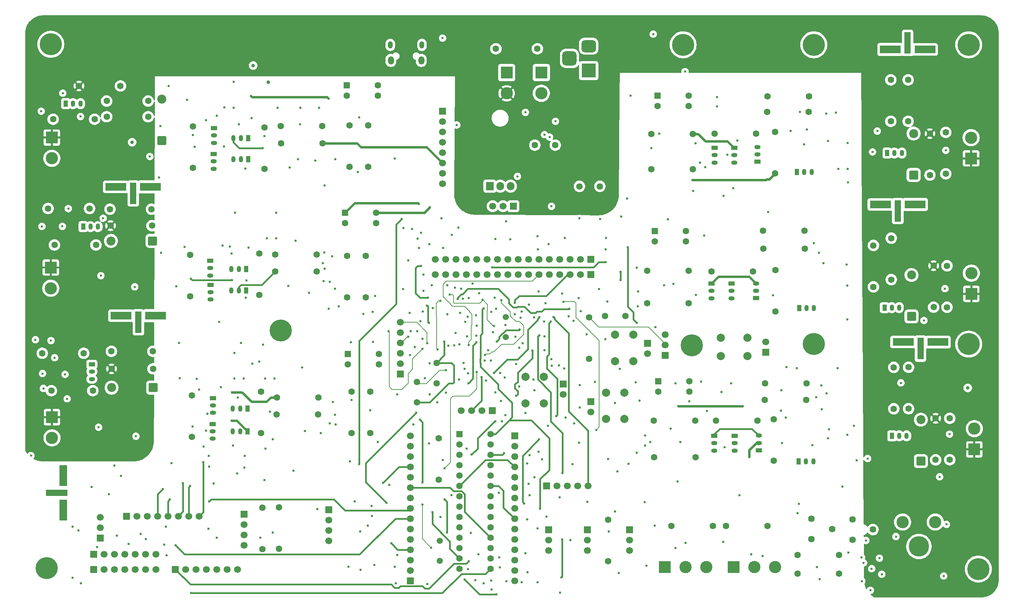
<source format=gbr>
%TF.GenerationSoftware,KiCad,Pcbnew,9.0.2*%
%TF.CreationDate,2025-09-14T19:19:55+01:00*%
%TF.ProjectId,ESP_IOBoard_V4,4553505f-494f-4426-9f61-72645f56342e,rev?*%
%TF.SameCoordinates,Original*%
%TF.FileFunction,Copper,L2,Inr*%
%TF.FilePolarity,Positive*%
%FSLAX46Y46*%
G04 Gerber Fmt 4.6, Leading zero omitted, Abs format (unit mm)*
G04 Created by KiCad (PCBNEW 9.0.2) date 2025-09-14 19:19:55*
%MOMM*%
%LPD*%
G01*
G04 APERTURE LIST*
G04 Aperture macros list*
%AMRoundRect*
0 Rectangle with rounded corners*
0 $1 Rounding radius*
0 $2 $3 $4 $5 $6 $7 $8 $9 X,Y pos of 4 corners*
0 Add a 4 corners polygon primitive as box body*
4,1,4,$2,$3,$4,$5,$6,$7,$8,$9,$2,$3,0*
0 Add four circle primitives for the rounded corners*
1,1,$1+$1,$2,$3*
1,1,$1+$1,$4,$5*
1,1,$1+$1,$6,$7*
1,1,$1+$1,$8,$9*
0 Add four rect primitives between the rounded corners*
20,1,$1+$1,$2,$3,$4,$5,0*
20,1,$1+$1,$4,$5,$6,$7,0*
20,1,$1+$1,$6,$7,$8,$9,0*
20,1,$1+$1,$8,$9,$2,$3,0*%
G04 Aperture macros list end*
%TA.AperFunction,ComponentPad*%
%ADD10C,1.600000*%
%TD*%
%TA.AperFunction,ComponentPad*%
%ADD11R,1.700000X1.700000*%
%TD*%
%TA.AperFunction,ComponentPad*%
%ADD12C,1.700000*%
%TD*%
%TA.AperFunction,ComponentPad*%
%ADD13R,3.000000X3.000000*%
%TD*%
%TA.AperFunction,ComponentPad*%
%ADD14C,3.000000*%
%TD*%
%TA.AperFunction,ComponentPad*%
%ADD15R,1.050000X1.500000*%
%TD*%
%TA.AperFunction,ComponentPad*%
%ADD16O,1.050000X1.500000*%
%TD*%
%TA.AperFunction,ComponentPad*%
%ADD17C,1.500000*%
%TD*%
%TA.AperFunction,ComponentPad*%
%ADD18RoundRect,0.249999X0.850001X0.850001X-0.850001X0.850001X-0.850001X-0.850001X0.850001X-0.850001X0*%
%TD*%
%TA.AperFunction,ComponentPad*%
%ADD19C,2.200000*%
%TD*%
%TA.AperFunction,ComponentPad*%
%ADD20R,1.500000X1.050000*%
%TD*%
%TA.AperFunction,ComponentPad*%
%ADD21O,1.500000X1.050000*%
%TD*%
%TA.AperFunction,ComponentPad*%
%ADD22C,2.000000*%
%TD*%
%TA.AperFunction,ComponentPad*%
%ADD23R,5.130800X1.981200*%
%TD*%
%TA.AperFunction,ComponentPad*%
%ADD24R,1.625600X5.267200*%
%TD*%
%TA.AperFunction,ComponentPad*%
%ADD25R,5.130800X1.866900*%
%TD*%
%TA.AperFunction,ComponentPad*%
%ADD26RoundRect,0.250000X-0.550000X-0.550000X0.550000X-0.550000X0.550000X0.550000X-0.550000X0.550000X0*%
%TD*%
%TA.AperFunction,ComponentPad*%
%ADD27R,1.981200X5.130800*%
%TD*%
%TA.AperFunction,ComponentPad*%
%ADD28R,5.267200X1.625600*%
%TD*%
%TA.AperFunction,ComponentPad*%
%ADD29R,1.866900X5.130800*%
%TD*%
%TA.AperFunction,ComponentPad*%
%ADD30C,0.800000*%
%TD*%
%TA.AperFunction,ComponentPad*%
%ADD31C,5.400000*%
%TD*%
%TA.AperFunction,ComponentPad*%
%ADD32C,5.000000*%
%TD*%
%TA.AperFunction,ComponentPad*%
%ADD33RoundRect,0.249999X0.850001X-0.850001X0.850001X0.850001X-0.850001X0.850001X-0.850001X-0.850001X0*%
%TD*%
%TA.AperFunction,HeatsinkPad*%
%ADD34O,1.150000X1.800000*%
%TD*%
%TA.AperFunction,HeatsinkPad*%
%ADD35O,1.450000X2.000000*%
%TD*%
%TA.AperFunction,ComponentPad*%
%ADD36C,1.620000*%
%TD*%
%TA.AperFunction,ComponentPad*%
%ADD37R,3.500000X3.500000*%
%TD*%
%TA.AperFunction,ComponentPad*%
%ADD38RoundRect,0.750000X-1.000000X0.750000X-1.000000X-0.750000X1.000000X-0.750000X1.000000X0.750000X0*%
%TD*%
%TA.AperFunction,ComponentPad*%
%ADD39RoundRect,0.875000X-0.875000X0.875000X-0.875000X-0.875000X0.875000X-0.875000X0.875000X0.875000X0*%
%TD*%
%TA.AperFunction,ComponentPad*%
%ADD40R,1.905000X2.000000*%
%TD*%
%TA.AperFunction,ComponentPad*%
%ADD41O,1.905000X2.000000*%
%TD*%
%TA.AperFunction,ViaPad*%
%ADD42C,0.600000*%
%TD*%
%TA.AperFunction,ViaPad*%
%ADD43C,0.900000*%
%TD*%
%TA.AperFunction,Conductor*%
%ADD44C,0.200000*%
%TD*%
%TA.AperFunction,Conductor*%
%ADD45C,0.400000*%
%TD*%
%TA.AperFunction,Conductor*%
%ADD46C,0.600000*%
%TD*%
G04 APERTURE END LIST*
D10*
X43587800Y-65290800D03*
X53747800Y-65290800D03*
X176124000Y-55505275D03*
X186284000Y-55505275D03*
D11*
X41198800Y-145876800D03*
D12*
X41198800Y-143336800D03*
X41198800Y-140796800D03*
D10*
X54102000Y-100126800D03*
X43942000Y-100126800D03*
X95605600Y-49149000D03*
X85445600Y-49149000D03*
D13*
X29093200Y-79584600D03*
D14*
X29093200Y-84664600D03*
D10*
X249257200Y-126711800D03*
X249257200Y-116551800D03*
D11*
X170815000Y-143865300D03*
D12*
X170815000Y-146405300D03*
X170815000Y-148945300D03*
D15*
X233273600Y-89408000D03*
D16*
X235051600Y-89408000D03*
X236880400Y-89408000D03*
D17*
X140538200Y-91768600D03*
X140538200Y-96648600D03*
D11*
X150977600Y-143865300D03*
D12*
X150977600Y-146405300D03*
X150977600Y-148945300D03*
D18*
X54001800Y-73063200D03*
D19*
X43841800Y-73063200D03*
D20*
X69024500Y-45415200D03*
D21*
X69024500Y-47193200D03*
X69024500Y-49022000D03*
D10*
X194437000Y-142976600D03*
X204597000Y-142976600D03*
X214124400Y-112056000D03*
X203964400Y-112056000D03*
D22*
X165032120Y-116732551D03*
X165032120Y-110232551D03*
X169532120Y-116732551D03*
X169532120Y-110232551D03*
D10*
X204546600Y-41459075D03*
X214706600Y-41459075D03*
D20*
X191668400Y-50266600D03*
D21*
X191668400Y-52044600D03*
X191668400Y-53873400D03*
D23*
X240766600Y-64135000D03*
D24*
X236524800Y-65743200D03*
D25*
X232283000Y-64128650D03*
D10*
X80572000Y-109982000D03*
X80572000Y-120142000D03*
X81381600Y-55401800D03*
X81381600Y-45241800D03*
D11*
X97155000Y-138938000D03*
D12*
X97155000Y-141478000D03*
X97155000Y-144018000D03*
X97155000Y-146558000D03*
D10*
X244398800Y-46761400D03*
X244398800Y-56921400D03*
X206148800Y-126965800D03*
X206148800Y-116805800D03*
X102260400Y-54910400D03*
X102260400Y-44750400D03*
D20*
X202163000Y-53670200D03*
D21*
X202163000Y-51892200D03*
X202163000Y-50063400D03*
D23*
X246329200Y-97866200D03*
D24*
X242087400Y-99474400D03*
D25*
X237845600Y-97859850D03*
D10*
X212013800Y-150062900D03*
X222173800Y-150062900D03*
X158561400Y-59690000D03*
X163561400Y-59690000D03*
X239166400Y-104038400D03*
X239166400Y-114198400D03*
X29235400Y-109778800D03*
X39395400Y-109778800D03*
D22*
X193193752Y-96782033D03*
X199693752Y-96782033D03*
X193193752Y-101282033D03*
X199693752Y-101282033D03*
D15*
X32740600Y-39425200D03*
D16*
X34518600Y-39425200D03*
X36347400Y-39425200D03*
D10*
X80873600Y-138455400D03*
X80873600Y-148615400D03*
D11*
X76403200Y-140060200D03*
D12*
X76403200Y-142600200D03*
X76403200Y-145140200D03*
X76403200Y-147680200D03*
D10*
X84027600Y-76411000D03*
X94187600Y-76411000D03*
X94648800Y-111479800D03*
X84488800Y-111479800D03*
D20*
X68169200Y-77952600D03*
D21*
X68169200Y-79730600D03*
X68169200Y-81559400D03*
D10*
X160934400Y-102006400D03*
X160934400Y-91846400D03*
D26*
X177673000Y-37490400D03*
D10*
X177673000Y-40030400D03*
X185293000Y-40030400D03*
X185293000Y-37490400D03*
X63219200Y-76504800D03*
X63219200Y-86664800D03*
D13*
X254482600Y-52832000D03*
D14*
X254482600Y-47752000D03*
D27*
X32181800Y-139090400D03*
D28*
X30573600Y-134848600D03*
D29*
X32188150Y-130606800D03*
D10*
X191973200Y-117119400D03*
X202133200Y-117119400D03*
X107340400Y-120190800D03*
X107340400Y-110030800D03*
D13*
X29345800Y-47733000D03*
D14*
X29345800Y-52813000D03*
D13*
X255277000Y-124171800D03*
D14*
X255277000Y-119091800D03*
D11*
X175219400Y-98189800D03*
D12*
X175219400Y-100729800D03*
D10*
X80162400Y-76149200D03*
X80162400Y-86309200D03*
X181051200Y-142976600D03*
X191211200Y-142976600D03*
D13*
X29387800Y-116281200D03*
D14*
X29387800Y-121361200D03*
D10*
X84378800Y-115646200D03*
X94538800Y-115646200D03*
D30*
X254235600Y-153510600D03*
X254828709Y-152078709D03*
X254828709Y-154942491D03*
X256260600Y-151485600D03*
D31*
X256260600Y-153510600D03*
D30*
X256260600Y-155535600D03*
X257692491Y-152078709D03*
X257692491Y-154942491D03*
X258285600Y-153510600D03*
D15*
X37034600Y-69583400D03*
D16*
X38812600Y-69583400D03*
X40641400Y-69583400D03*
D20*
X196469000Y-50241200D03*
D21*
X196469000Y-52019200D03*
X196469000Y-53848000D03*
D13*
X254549200Y-86051400D03*
D14*
X254549200Y-80971400D03*
D11*
X161340800Y-77622400D03*
D12*
X158800800Y-77622400D03*
X156260800Y-77622400D03*
X153720800Y-77622400D03*
X151180800Y-77622400D03*
X148640800Y-77622400D03*
X146100800Y-77622400D03*
X143560800Y-77622400D03*
X141020800Y-77622400D03*
X138480800Y-77622400D03*
X135940800Y-77622400D03*
X133400800Y-77622400D03*
X130860800Y-77622400D03*
X128320800Y-77622400D03*
X125780800Y-77622400D03*
X123240800Y-77622400D03*
D11*
X39598600Y-149864600D03*
D12*
X42138600Y-149864600D03*
X44678600Y-149864600D03*
X47218600Y-149864600D03*
X49758600Y-149864600D03*
X52298600Y-149864600D03*
X54838600Y-149864600D03*
D10*
X95580200Y-44881800D03*
X85420200Y-44881800D03*
D30*
X251863909Y-98374200D03*
X252457018Y-96942309D03*
X252457018Y-99806091D03*
X253888909Y-96349200D03*
D31*
X253888909Y-98374200D03*
D30*
X253888909Y-100399200D03*
X255320800Y-96942309D03*
X255320800Y-99806091D03*
X255913909Y-98374200D03*
D10*
X42773600Y-38766800D03*
X52933600Y-38766800D03*
D30*
X83369800Y-95046800D03*
X83962909Y-93614909D03*
X83962909Y-96478691D03*
X85394800Y-93021800D03*
D31*
X85394800Y-95046800D03*
D30*
X85394800Y-97071800D03*
X86826691Y-93614909D03*
X86826691Y-96478691D03*
X87419800Y-95046800D03*
D10*
X176860200Y-126136400D03*
X187020200Y-126136400D03*
D11*
X204216152Y-100327433D03*
D12*
X204216152Y-97787433D03*
D10*
X39827200Y-43230800D03*
X29667200Y-43230800D03*
D30*
X251863909Y-24993600D03*
X252457018Y-23561709D03*
X252457018Y-26425491D03*
X253888909Y-22968600D03*
D31*
X253888909Y-24993600D03*
D30*
X253888909Y-27018600D03*
X255320800Y-23561709D03*
X255320800Y-26425491D03*
X255913909Y-24993600D03*
D10*
X191638600Y-46786800D03*
X201798600Y-46786800D03*
D13*
X179451000Y-153009600D03*
D14*
X184531000Y-153009600D03*
X189611000Y-153009600D03*
D11*
X59588400Y-153598400D03*
D12*
X62128400Y-153598400D03*
X64668400Y-153598400D03*
X67208400Y-153598400D03*
X69748400Y-153598400D03*
X72288400Y-153598400D03*
X74828400Y-153598400D03*
D14*
X245706400Y-141984700D03*
X237706400Y-141984700D03*
D32*
X241706400Y-147984700D03*
D22*
X171754800Y-96037400D03*
X171754800Y-102537400D03*
X167254800Y-96037400D03*
X167254800Y-102537400D03*
D30*
X184004600Y-98704400D03*
X184597709Y-97272509D03*
X184597709Y-100136291D03*
X186029600Y-96679400D03*
D31*
X186029600Y-98704400D03*
D30*
X186029600Y-100729400D03*
X187461491Y-97272509D03*
X187461491Y-100136291D03*
X188054600Y-98704400D03*
X213925800Y-98374200D03*
X214518909Y-96942309D03*
X214518909Y-99806091D03*
X215950800Y-96349200D03*
D31*
X215950800Y-98374200D03*
D30*
X215950800Y-100399200D03*
X217382691Y-96942309D03*
X217382691Y-99806091D03*
X217975800Y-98374200D03*
D13*
X140741400Y-31800800D03*
D14*
X140741400Y-36880800D03*
D10*
X203613000Y-74947200D03*
X213773000Y-74947200D03*
D11*
X114731800Y-105714800D03*
D12*
X114731800Y-103174800D03*
X114731800Y-100634800D03*
X114731800Y-98094800D03*
X114731800Y-95554800D03*
X114731800Y-93014800D03*
D10*
X213671400Y-70553000D03*
X203511400Y-70553000D03*
X164835200Y-91516200D03*
X169835200Y-91516200D03*
D33*
X242170600Y-127067400D03*
D19*
X242170600Y-116907400D03*
D20*
X68783200Y-111607600D03*
D21*
X68783200Y-113385600D03*
X68783200Y-115214400D03*
D34*
X119983400Y-25017800D03*
D35*
X119833400Y-28817800D03*
X112383400Y-28817800D03*
D34*
X112233400Y-25017800D03*
D10*
X29998800Y-74053800D03*
X40158800Y-74053800D03*
D20*
X68173600Y-83845400D03*
D21*
X68173600Y-85623400D03*
X68173600Y-87452200D03*
D10*
X235541200Y-114215000D03*
X235541200Y-104055000D03*
X206502000Y-46362200D03*
X206502000Y-56522200D03*
X84988400Y-138413800D03*
X84988400Y-148573800D03*
D11*
X47599600Y-140568200D03*
D12*
X50139600Y-140568200D03*
X52679600Y-140568200D03*
X55219600Y-140568200D03*
X57759600Y-140568200D03*
X60299600Y-140568200D03*
X62839600Y-140568200D03*
X65379600Y-140568200D03*
D26*
X129159000Y-120426000D03*
D10*
X129159000Y-122966000D03*
X129159000Y-125506000D03*
X129159000Y-128046000D03*
X129159000Y-130586000D03*
X129159000Y-133126000D03*
X129159000Y-135666000D03*
X129159000Y-138206000D03*
X129159000Y-140746000D03*
X129159000Y-143286000D03*
X129159000Y-145826000D03*
X129159000Y-148366000D03*
X129159000Y-150906000D03*
X129159000Y-153446000D03*
X136779000Y-153446000D03*
X136779000Y-150906000D03*
X136779000Y-148366000D03*
X136779000Y-145826000D03*
X136779000Y-143286000D03*
X136779000Y-140746000D03*
X136779000Y-138206000D03*
X136779000Y-135666000D03*
X136779000Y-133126000D03*
X136779000Y-130586000D03*
X136779000Y-128046000D03*
X136779000Y-125506000D03*
X136779000Y-122966000D03*
X136779000Y-120426000D03*
X176124000Y-46837600D03*
X186284000Y-46837600D03*
D20*
X196543200Y-120895200D03*
D21*
X196543200Y-122673200D03*
X196543200Y-124502000D03*
D10*
X138099800Y-25958800D03*
X148259800Y-25958800D03*
D15*
X77270000Y-119735600D03*
D16*
X75492000Y-119735600D03*
X73663200Y-119735600D03*
D33*
X240385600Y-56896000D03*
D19*
X240385600Y-46736000D03*
D36*
X215406600Y-146195600D03*
X220406600Y-143695600D03*
X215406600Y-141195600D03*
D11*
X117172600Y-156383200D03*
D12*
X117172600Y-153843200D03*
X117172600Y-151303200D03*
X117172600Y-148763200D03*
X117172600Y-146223200D03*
X117172600Y-143683200D03*
X117172600Y-141143200D03*
X117172600Y-138603200D03*
X117172600Y-136063200D03*
X117172600Y-133523200D03*
X117172600Y-130983200D03*
X117172600Y-128443200D03*
X117172600Y-125903200D03*
X117172600Y-123363200D03*
X117172600Y-120823200D03*
D10*
X101617800Y-76784200D03*
X101617800Y-86944200D03*
D20*
X68761000Y-117957600D03*
D21*
X68761000Y-119735600D03*
X68761000Y-121564400D03*
D26*
X101165600Y-66136600D03*
D10*
X101165600Y-68676600D03*
X108785600Y-68676600D03*
X108785600Y-66136600D03*
X190892000Y-80586000D03*
X201052000Y-80586000D03*
X248285000Y-56616600D03*
X248285000Y-46456600D03*
D30*
X27065000Y-24866600D03*
X27658109Y-23434709D03*
X27658109Y-26298491D03*
X29090000Y-22841600D03*
D31*
X29090000Y-24866600D03*
D30*
X29090000Y-26891600D03*
X30521891Y-23434709D03*
X30521891Y-26298491D03*
X31115000Y-24866600D03*
D20*
X191615600Y-120895200D03*
D21*
X191615600Y-122673200D03*
X191615600Y-124502000D03*
D22*
X149849600Y-106401800D03*
X149849600Y-112901800D03*
X145349600Y-106401800D03*
X145349600Y-112901800D03*
D10*
X211963000Y-154660300D03*
X222123000Y-154660300D03*
D37*
X160832800Y-31318200D03*
D38*
X160832800Y-25318200D03*
D39*
X156132800Y-28318200D03*
D30*
X26023600Y-153263600D03*
X26616709Y-151831709D03*
X26616709Y-154695491D03*
X28048600Y-151238600D03*
D31*
X28048600Y-153263600D03*
D30*
X28048600Y-155288600D03*
X29480491Y-151831709D03*
X29480491Y-154695491D03*
X30073600Y-153263600D03*
D20*
X202491200Y-124400400D03*
D21*
X202491200Y-122622400D03*
X202491200Y-120793600D03*
D10*
X63628800Y-121081800D03*
X63628800Y-110921800D03*
D15*
X211836400Y-56195475D03*
D16*
X213614400Y-56195475D03*
X215443200Y-56195475D03*
D10*
X175144000Y-88383800D03*
X185304000Y-88383800D03*
D15*
X76911200Y-85242400D03*
D16*
X75133200Y-85242400D03*
X73304400Y-85242400D03*
D10*
X35991800Y-35077400D03*
X46151800Y-35077400D03*
X84023200Y-80568800D03*
X94183200Y-80568800D03*
D15*
X235084000Y-120844400D03*
D16*
X236862000Y-120844400D03*
X238690800Y-120844400D03*
D11*
X161338120Y-112435751D03*
D12*
X161338120Y-114975751D03*
D15*
X77419200Y-53005400D03*
D16*
X75641200Y-53005400D03*
X73812400Y-53005400D03*
D30*
X181917400Y-24993600D03*
X182510509Y-23561709D03*
X182510509Y-26425491D03*
X183942400Y-22968600D03*
D31*
X183942400Y-24993600D03*
D30*
X183942400Y-27018600D03*
X185374291Y-23561709D03*
X185374291Y-26425491D03*
X185967400Y-24993600D03*
D23*
X53517800Y-59817000D03*
D24*
X49276000Y-61425200D03*
D25*
X45034200Y-59810650D03*
D15*
X212242400Y-127152400D03*
D16*
X214020400Y-127152400D03*
X215849200Y-127152400D03*
D15*
X233908600Y-51536600D03*
D16*
X235686600Y-51536600D03*
X237515400Y-51536600D03*
D33*
X239877600Y-91592400D03*
D19*
X239877600Y-81432400D03*
D10*
X230555800Y-84328000D03*
X230555800Y-74168000D03*
X102743000Y-110030800D03*
X102743000Y-120190800D03*
X239064800Y-43738800D03*
X239064800Y-33578800D03*
X214732000Y-37598275D03*
X204572000Y-37598275D03*
X106215200Y-76733400D03*
X106215200Y-86893400D03*
D20*
X39137000Y-103327200D03*
D21*
X39137000Y-105105200D03*
X39137000Y-106934000D03*
D11*
X142392400Y-64541400D03*
D12*
X139852400Y-64541400D03*
X137312400Y-64541400D03*
D10*
X175144000Y-80357400D03*
X185304000Y-80357400D03*
D26*
X177012600Y-70688200D03*
D10*
X177012600Y-73228200D03*
X184632600Y-73228200D03*
X184632600Y-70688200D03*
X43714800Y-69329400D03*
X53874800Y-69329400D03*
D11*
X161340800Y-81356200D03*
D12*
X158800800Y-81356200D03*
X156260800Y-81356200D03*
X153720800Y-81356200D03*
X151180800Y-81356200D03*
X148640800Y-81356200D03*
X146100800Y-81356200D03*
X143560800Y-81356200D03*
X141020800Y-81356200D03*
X138480800Y-81356200D03*
X135940800Y-81356200D03*
X133400800Y-81356200D03*
X130860800Y-81356200D03*
X128320800Y-81356200D03*
X125780800Y-81356200D03*
X123240800Y-81356200D03*
D10*
X152639400Y-49580800D03*
X147639400Y-49580800D03*
D11*
X137185400Y-114706400D03*
D12*
X134645400Y-114706400D03*
X132105400Y-114706400D03*
X129565400Y-114706400D03*
D15*
X76911200Y-79980200D03*
D16*
X75133200Y-79980200D03*
X73304400Y-79980200D03*
D10*
X176735600Y-117137400D03*
X186895600Y-117137400D03*
D11*
X179552600Y-101092000D03*
D12*
X179552600Y-98552000D03*
X179552600Y-96012000D03*
D33*
X56286400Y-48495000D03*
D19*
X56286400Y-38335000D03*
D11*
X154609600Y-108198600D03*
D12*
X154609600Y-110738600D03*
D10*
X123571000Y-107960800D03*
X123571000Y-102960800D03*
D20*
X190913000Y-83532400D03*
D21*
X190913000Y-85310400D03*
X190913000Y-87139200D03*
D26*
X177850800Y-107467400D03*
D10*
X177850800Y-110007400D03*
X185470800Y-110007400D03*
X185470800Y-107467400D03*
X245303600Y-79142600D03*
X245303600Y-89302600D03*
X165608000Y-151612600D03*
X165608000Y-141452600D03*
D23*
X234696000Y-26136600D03*
D24*
X238937800Y-24528400D03*
D25*
X243179600Y-26142950D03*
D10*
X234823000Y-33578800D03*
X234823000Y-43738800D03*
X43967400Y-104419400D03*
X54127400Y-104419400D03*
D11*
X150520400Y-133172200D03*
D12*
X153060400Y-133172200D03*
X155600400Y-133172200D03*
X158140400Y-133172200D03*
X160680400Y-133172200D03*
D20*
X201788600Y-87088400D03*
D21*
X201788600Y-85310400D03*
X201788600Y-83481600D03*
D13*
X149225000Y-31800800D03*
D14*
X149225000Y-36880800D03*
D10*
X203989800Y-107966600D03*
X214149800Y-107966600D03*
D20*
X195840600Y-83532400D03*
D21*
X195840600Y-85310400D03*
X195840600Y-87139200D03*
D17*
X124333000Y-146637200D03*
X124333000Y-151517200D03*
D10*
X106857800Y-54910400D03*
X106857800Y-44750400D03*
X124053600Y-131572000D03*
X124053600Y-121412000D03*
D18*
X54127400Y-109042200D03*
D19*
X43967400Y-109042200D03*
D20*
X68973700Y-51790600D03*
D21*
X68973700Y-53568600D03*
X68973700Y-55397400D03*
D10*
X206552800Y-80213200D03*
X206552800Y-90373200D03*
D15*
X77270000Y-114194000D03*
D16*
X75492000Y-114194000D03*
X73663200Y-114194000D03*
D26*
X101605000Y-34894600D03*
D10*
X101605000Y-37434600D03*
X109225000Y-37434600D03*
X109225000Y-34894600D03*
D11*
X125018800Y-41275000D03*
D12*
X125018800Y-43815000D03*
X125018800Y-46355000D03*
X125018800Y-48895000D03*
X125018800Y-51435000D03*
X125018800Y-53975000D03*
X125018800Y-56515000D03*
X125018800Y-59055000D03*
D13*
X196291200Y-153009600D03*
D14*
X201371200Y-153009600D03*
X206451200Y-153009600D03*
D11*
X142722600Y-120883200D03*
D12*
X142722600Y-123423200D03*
X142722600Y-125963200D03*
X142722600Y-128503200D03*
X142722600Y-131043200D03*
X142722600Y-133583200D03*
X142722600Y-136123200D03*
X142722600Y-138663200D03*
X142722600Y-141203200D03*
X142722600Y-143743200D03*
X142722600Y-146283200D03*
X142722600Y-148823200D03*
X142722600Y-151363200D03*
X142722600Y-153903200D03*
X142722600Y-156443200D03*
D10*
X118770400Y-107619800D03*
X118770400Y-112619800D03*
D36*
X225439600Y-146339900D03*
X230439600Y-143839900D03*
X225439600Y-141339900D03*
D10*
X52933600Y-42621200D03*
X42773600Y-42621200D03*
X245802800Y-116577200D03*
X245802800Y-126737200D03*
X63855600Y-45008800D03*
X63855600Y-55168800D03*
D11*
X39573200Y-153623800D03*
D12*
X42113200Y-153623800D03*
X44653200Y-153623800D03*
X47193200Y-153623800D03*
X49733200Y-153623800D03*
X52273200Y-153623800D03*
X54813200Y-153623800D03*
D11*
X160528000Y-143865300D03*
D12*
X160528000Y-146405300D03*
X160528000Y-148945300D03*
D10*
X38582600Y-65125600D03*
X28422600Y-65125600D03*
X248580200Y-89328000D03*
X248580200Y-79168000D03*
D26*
X101859000Y-100756800D03*
D10*
X101859000Y-103296800D03*
X109479000Y-103296800D03*
X109479000Y-100756800D03*
D40*
X136601200Y-59639200D03*
D41*
X139141200Y-59639200D03*
X141681200Y-59639200D03*
D23*
X54787800Y-91414600D03*
D24*
X50546000Y-93022800D03*
D25*
X46304200Y-91408250D03*
D30*
X213925800Y-24993600D03*
X214518909Y-23561709D03*
X214518909Y-26425491D03*
X215950800Y-22968600D03*
D31*
X215950800Y-24993600D03*
D30*
X215950800Y-27018600D03*
X217382691Y-23561709D03*
X217382691Y-26425491D03*
X217975800Y-24993600D03*
D15*
X77419200Y-47874600D03*
D16*
X75641200Y-47874600D03*
X73812400Y-47874600D03*
D10*
X27000200Y-100609400D03*
X37160200Y-100609400D03*
D15*
X212376000Y-89531200D03*
D16*
X214154000Y-89531200D03*
X215982800Y-89531200D03*
D10*
X234924600Y-72390000D03*
X234924600Y-82550000D03*
D42*
X131064000Y-96505600D03*
X126771400Y-86258400D03*
X125450600Y-97764600D03*
X133384800Y-93878400D03*
D43*
X49009300Y-48856900D03*
D42*
X87274400Y-84150200D03*
X98806000Y-53035200D03*
X137617200Y-93946414D03*
X94818900Y-40411800D03*
X134848600Y-87477600D03*
X74015600Y-100532800D03*
X84302600Y-72441200D03*
X84302600Y-66141200D03*
X74015600Y-106832800D03*
D43*
X78663800Y-30073600D03*
X82370468Y-34137200D03*
D42*
X140437200Y-93665800D03*
X124536200Y-87757000D03*
X107670600Y-138023600D03*
X217373200Y-155981400D03*
X127228600Y-135432800D03*
X140563600Y-68300600D03*
X158546800Y-67538600D03*
X157302200Y-117779800D03*
X227711000Y-156464000D03*
X109220000Y-122402600D03*
X160299400Y-95935800D03*
X228151344Y-152011689D03*
X138310800Y-97713800D03*
X123799600Y-99669600D03*
X124764800Y-67487800D03*
X150859400Y-118364000D03*
X150520400Y-140665200D03*
X151257000Y-47625000D03*
X216687400Y-153009600D03*
X143912121Y-94816058D03*
X145338800Y-41554400D03*
X207924400Y-114706400D03*
X224194200Y-120603100D03*
X184429400Y-31546800D03*
X96139000Y-59512200D03*
X224256600Y-55397800D03*
X186410600Y-60833000D03*
X211785200Y-104267000D03*
X151714200Y-64592200D03*
X30048200Y-101701600D03*
X207992800Y-109702600D03*
X98856800Y-118033800D03*
X121920000Y-64846200D03*
X73917217Y-34061000D03*
X63808000Y-118592600D03*
X174625000Y-123190000D03*
X218313000Y-78486000D03*
X224307400Y-58724800D03*
X74193400Y-66192000D03*
X224256600Y-49097800D03*
X73736200Y-123240800D03*
X81381600Y-47396400D03*
X66522600Y-123444000D03*
X81076800Y-98475800D03*
X224205800Y-92329000D03*
X217195400Y-76022200D03*
X29133800Y-97510600D03*
X83896200Y-106833200D03*
X209245200Y-104013000D03*
X221767400Y-104241600D03*
X98704400Y-84759800D03*
X26746200Y-41275000D03*
X174625000Y-120777000D03*
X143383000Y-57251600D03*
X189814200Y-114757200D03*
X32588200Y-105791000D03*
X219405200Y-48590200D03*
X107950000Y-90449400D03*
X219024200Y-41859200D03*
X212531000Y-41459075D03*
X98704400Y-115671600D03*
X224212400Y-83989600D03*
X188315600Y-107569000D03*
X104267000Y-56204000D03*
X72974200Y-74472800D03*
X99618800Y-89103200D03*
X90635000Y-104101900D03*
X196265800Y-60147200D03*
X188061600Y-53924200D03*
X87630000Y-55041800D03*
X223977200Y-78892400D03*
X73917217Y-40411400D03*
X33096200Y-111785400D03*
X104648000Y-42824400D03*
X25323800Y-97282000D03*
X92379800Y-85826600D03*
X80162400Y-102616000D03*
X152694600Y-43738800D03*
X26922200Y-69507200D03*
X187045600Y-86334600D03*
X242938200Y-92579200D03*
X246768000Y-130902800D03*
X27279600Y-109220000D03*
X27073200Y-105587800D03*
X130479800Y-156083000D03*
X138201400Y-159715200D03*
X153822400Y-159308800D03*
X175006000Y-152679400D03*
X118592600Y-115214400D03*
X125145800Y-126822200D03*
X137669454Y-105449252D03*
X112471200Y-147218400D03*
X111302800Y-137261600D03*
X148736200Y-91694000D03*
X61442600Y-132435600D03*
X110472400Y-132334000D03*
X63220600Y-133128600D03*
X59639200Y-147701000D03*
X57302400Y-143138800D03*
X66395600Y-127304800D03*
X101981000Y-152984200D03*
X56896000Y-147548600D03*
X104902000Y-144348200D03*
X48133000Y-147320000D03*
X57454800Y-150164800D03*
X146151600Y-88655400D03*
X130403600Y-104444800D03*
X130937000Y-124002800D03*
X31927800Y-69494400D03*
X33375600Y-65151000D03*
X67861000Y-136943100D03*
X182626000Y-132046800D03*
X146380200Y-125577600D03*
X193802000Y-146862800D03*
X125831600Y-110236000D03*
X184531000Y-147142200D03*
X145338800Y-115282800D03*
X137998200Y-110185200D03*
X138142091Y-89702244D03*
X139370800Y-112344200D03*
X145745200Y-127635000D03*
X147438661Y-91800941D03*
X143814800Y-108737400D03*
X200609200Y-149910800D03*
X177012600Y-142849600D03*
X182092600Y-148361400D03*
X170611800Y-127711200D03*
X147579292Y-109638600D03*
X148590000Y-124790200D03*
X151511000Y-92854600D03*
X145338800Y-149606000D03*
X152859400Y-116027200D03*
X145821400Y-154330400D03*
X168224200Y-154432000D03*
X140081000Y-125095000D03*
X229819200Y-158724600D03*
X152236200Y-91724236D03*
X160477200Y-137033000D03*
X148674000Y-121691400D03*
X144386300Y-156756100D03*
X230124000Y-153416000D03*
X144983200Y-137414000D03*
X174574200Y-137109200D03*
X145778400Y-141351000D03*
X172593000Y-125044200D03*
X212293200Y-137566400D03*
X148285200Y-156743400D03*
X157073600Y-92633800D03*
X158445200Y-122555000D03*
X212013800Y-139852400D03*
X148920200Y-138684000D03*
X148316800Y-143510000D03*
X150215600Y-88376400D03*
X135062061Y-89589599D03*
X80416400Y-145821400D03*
X83413600Y-144551400D03*
X41910000Y-67513200D03*
X49651000Y-84330000D03*
X49945600Y-120950400D03*
X186207400Y-58140600D03*
X150022182Y-96469200D03*
X167843200Y-129616200D03*
X168757600Y-67106800D03*
X154813000Y-104368600D03*
X204800200Y-66014600D03*
X156870400Y-127805000D03*
X140713509Y-156521203D03*
X131292600Y-153517600D03*
X137083800Y-158496000D03*
X168452800Y-104419400D03*
X167259000Y-139428400D03*
X147298666Y-107014893D03*
X158877000Y-90297000D03*
X63474600Y-159410400D03*
X150021182Y-99857782D03*
X172567600Y-79654400D03*
X172872400Y-89128600D03*
X139039600Y-153111200D03*
X172923200Y-85496400D03*
X53340000Y-52374800D03*
X248285000Y-50876200D03*
X131953000Y-144653000D03*
X198551800Y-113557200D03*
X167259000Y-112801400D03*
X180873400Y-119075200D03*
X149420400Y-126593600D03*
X146126200Y-132638800D03*
X182727600Y-113556200D03*
X131470400Y-151612600D03*
X138849100Y-134810500D03*
X164922200Y-97180400D03*
X165582600Y-126542800D03*
X36372800Y-42570400D03*
X154432000Y-130005000D03*
X117881400Y-118033800D03*
X147574000Y-131043200D03*
X136956800Y-156337000D03*
X81407000Y-131724400D03*
X122529600Y-139573000D03*
X81635600Y-124028200D03*
X121691400Y-122758200D03*
X148691600Y-96189800D03*
X68961000Y-132511800D03*
X203403200Y-150291800D03*
X236067600Y-145542000D03*
X227660200Y-150647400D03*
X197789800Y-135382000D03*
X228727000Y-146507200D03*
X224383600Y-149504400D03*
X232613200Y-154787600D03*
X248437400Y-142570200D03*
X232029000Y-150850600D03*
X247777000Y-155219400D03*
X222986600Y-133273800D03*
X89636600Y-53009800D03*
X88519000Y-129438400D03*
X154279600Y-146227800D03*
X93903800Y-53365400D03*
X154178000Y-155543400D03*
X74701400Y-130048000D03*
X248081800Y-84759800D03*
X34886900Y-72021700D03*
X251485400Y-50749200D03*
X231495600Y-56337200D03*
X29159200Y-35585400D03*
X32385000Y-79171800D03*
D43*
X104927400Y-25298400D03*
D42*
X242900200Y-53441600D03*
X32943800Y-88646000D03*
X41884600Y-90779600D03*
X33197800Y-73710800D03*
X245846600Y-123494800D03*
X251866400Y-52806600D03*
X145567400Y-59105800D03*
X32029400Y-36855400D03*
X106705400Y-142900400D03*
X104978200Y-153670000D03*
X97205800Y-89662000D03*
X249199400Y-120446800D03*
X189407800Y-54965600D03*
X230352600Y-51257200D03*
X111963200Y-132892800D03*
X231495600Y-46126400D03*
X43332400Y-135128000D03*
X190195200Y-48666400D03*
X115493800Y-69850000D03*
X180263800Y-67741800D03*
X67741800Y-143662400D03*
X76809600Y-86969600D03*
X59791600Y-84226400D03*
X56108600Y-75971400D03*
X77038200Y-82770800D03*
X77546200Y-74752200D03*
X105600500Y-90970100D03*
X70345300Y-92900500D03*
X108508800Y-86588600D03*
X51096000Y-144899200D03*
X163652200Y-67665600D03*
X115011200Y-67665600D03*
X104597200Y-127787400D03*
X76530200Y-128625600D03*
X69748400Y-145846800D03*
X55575200Y-57556400D03*
X84670468Y-40437200D03*
X44653200Y-128168400D03*
X58648600Y-127558800D03*
X78282800Y-42976800D03*
X52400200Y-146202400D03*
X76784200Y-55321200D03*
X45237400Y-145338800D03*
X229133400Y-126415800D03*
X219710000Y-119278400D03*
X225780600Y-118389400D03*
X40411400Y-148132800D03*
X226494200Y-126903100D03*
X172313600Y-107696000D03*
X185470800Y-112356200D03*
X113919000Y-150037800D03*
X173253400Y-112242600D03*
X113944400Y-110718600D03*
X219405200Y-121412000D03*
X24231600Y-125704600D03*
X67843400Y-128397000D03*
X67767200Y-125755400D03*
X76581000Y-125755400D03*
X76315600Y-106832800D03*
X107289600Y-114604800D03*
X74863200Y-111455200D03*
X73380600Y-117119400D03*
X102336600Y-127152400D03*
X46304200Y-130708400D03*
X151792305Y-103653010D03*
X113588800Y-156972000D03*
X133832600Y-149885400D03*
X36499800Y-156997400D03*
X121259600Y-157192800D03*
X133096000Y-156286200D03*
X125571400Y-128828800D03*
X35839400Y-144018000D03*
X133375400Y-105232200D03*
X124510800Y-140792200D03*
X135128000Y-157048200D03*
X34391600Y-155625800D03*
X34391600Y-143129000D03*
X138930200Y-150672800D03*
X143791445Y-99306448D03*
X121894600Y-110667800D03*
X144136848Y-91886792D03*
X121894600Y-103098600D03*
X154696532Y-88038797D03*
X162661600Y-119405400D03*
X155956000Y-91592400D03*
X139547600Y-117264000D03*
X155188500Y-116375885D03*
X143060600Y-103276400D03*
X134560707Y-106451093D03*
X149922179Y-92854600D03*
X125044200Y-23342600D03*
X221411800Y-41636875D03*
X193852800Y-61976000D03*
X170230800Y-62661800D03*
X171119800Y-37490400D03*
X221956600Y-55397800D03*
X176631600Y-22377400D03*
X194760925Y-51898475D03*
X210312000Y-46105375D03*
X189077600Y-71780400D03*
X150012400Y-47015400D03*
X209092800Y-116382800D03*
X177139600Y-94183200D03*
X217932000Y-114350800D03*
X219049600Y-110439200D03*
X200152000Y-126034800D03*
X170434000Y-74650600D03*
X151053800Y-73837800D03*
X208153000Y-122605800D03*
X172593000Y-93167200D03*
X215646000Y-123164600D03*
X182092600Y-107950000D03*
X183235600Y-122421800D03*
X60680600Y-106730800D03*
X75641200Y-98069400D03*
X60502800Y-98094800D03*
X81596200Y-106833200D03*
X67411600Y-115443000D03*
X82804000Y-114909600D03*
X107975400Y-97815400D03*
X67106800Y-119583200D03*
X113334800Y-52908200D03*
X102590600Y-97917000D03*
X78486000Y-103174800D03*
X83439000Y-121666000D03*
X82002600Y-72441200D03*
X95758000Y-78486000D03*
X71170800Y-74193400D03*
X119202200Y-63931800D03*
X96062800Y-75869800D03*
X156388100Y-146405300D03*
X143027400Y-111074200D03*
X126161800Y-144551400D03*
X153720800Y-135933000D03*
X146354800Y-135382000D03*
X147040600Y-99974400D03*
X125552200Y-136398000D03*
X56515000Y-133858000D03*
X123748800Y-112649000D03*
X58242200Y-136474200D03*
X153517600Y-103606600D03*
X119507000Y-116916200D03*
X132137000Y-125450600D03*
X120091200Y-137668000D03*
X122232000Y-148259800D03*
X120116600Y-132257800D03*
X144679400Y-98145600D03*
X137975855Y-117264000D03*
X39065200Y-133400800D03*
X140259600Y-106528600D03*
X91363800Y-119684800D03*
X137236200Y-79552800D03*
X164999400Y-78232000D03*
X137387600Y-95478600D03*
X116627200Y-96558100D03*
X120700800Y-106756200D03*
X121285000Y-98196400D03*
X41358800Y-81584371D03*
X57937400Y-35102800D03*
X175944223Y-122421800D03*
X179273200Y-83921600D03*
X97431259Y-117768583D03*
X98221800Y-112598200D03*
X102717600Y-112090200D03*
X95250000Y-120167400D03*
X178147200Y-46736000D03*
X176149000Y-50317400D03*
X186961600Y-49149000D03*
X98018600Y-76809600D03*
X97383600Y-83058000D03*
X96183600Y-79883000D03*
X95939292Y-82929617D03*
X71617217Y-40361000D03*
X78130400Y-37515800D03*
X97104200Y-38125400D03*
X92518900Y-37795200D03*
X197205600Y-48463200D03*
X192252600Y-37787475D03*
X195707000Y-107950000D03*
X61823600Y-74523600D03*
X63373000Y-82321400D03*
X73431400Y-82651600D03*
X75133200Y-44475400D03*
X69748400Y-42359400D03*
X90144600Y-44475400D03*
X62433200Y-38506400D03*
X165735000Y-144272000D03*
X128524000Y-44653200D03*
X181584600Y-83591400D03*
X215976200Y-73596200D03*
X128955800Y-69781600D03*
X119227600Y-74828400D03*
X118211600Y-99069295D03*
X94361000Y-138785600D03*
X108305600Y-152501600D03*
X103517700Y-136944100D03*
X125222000Y-74828400D03*
X113360200Y-152984200D03*
X127279400Y-71542400D03*
X120142000Y-99517200D03*
X111836200Y-95199200D03*
X107721400Y-140512800D03*
X133323000Y-97917000D03*
X131358000Y-107960800D03*
X133299200Y-96342200D03*
X136164200Y-99820778D03*
X142696702Y-91093800D03*
X125831600Y-104775000D03*
X126466600Y-98780600D03*
X142862296Y-96589409D03*
X133235761Y-91317466D03*
X121462800Y-86969600D03*
X119786400Y-79222600D03*
X122682000Y-89509600D03*
X122417600Y-83957400D03*
X164973000Y-75107800D03*
X131207001Y-91663315D03*
X134035800Y-85910600D03*
X148589000Y-85455000D03*
X139159600Y-105457977D03*
X129108200Y-107061000D03*
X135704344Y-107306463D03*
X156108400Y-89738200D03*
X158419800Y-87104400D03*
X128711312Y-87290402D03*
X116967000Y-90728800D03*
X119735600Y-71043800D03*
X131267200Y-105537000D03*
X141630400Y-72694800D03*
X118922800Y-72542400D03*
X117195600Y-95173800D03*
X137947400Y-72618600D03*
X116652800Y-77871700D03*
X117030500Y-101079300D03*
X130616496Y-92928904D03*
X117576600Y-70129400D03*
X121234200Y-88900000D03*
X148310600Y-71888200D03*
X115333600Y-84861400D03*
X148386800Y-75158600D03*
X121704100Y-93205300D03*
X165049200Y-72364600D03*
X154990800Y-72313800D03*
X165430200Y-87960200D03*
X131419600Y-98628200D03*
X131419600Y-87096600D03*
X129156364Y-98405143D03*
X132400800Y-83557200D03*
X126187200Y-83931000D03*
X126188200Y-91084400D03*
X129620293Y-84801200D03*
X127863600Y-98654824D03*
X137795000Y-87003400D03*
X136931400Y-90500200D03*
X139446000Y-87589600D03*
X135424000Y-101037178D03*
X135331385Y-102405000D03*
X162382200Y-107619800D03*
X130200400Y-102997000D03*
X158648400Y-113919000D03*
X158648400Y-108432600D03*
X129320800Y-90678000D03*
X140470800Y-115789647D03*
X120091200Y-97078800D03*
X142745048Y-88299800D03*
X128219200Y-95605600D03*
X168605200Y-80619600D03*
X130036455Y-87209745D03*
X168605200Y-82702400D03*
X119608600Y-92786200D03*
X120345200Y-81356200D03*
X136868288Y-102368852D03*
X121843800Y-73828400D03*
X118846600Y-95199200D03*
X163412522Y-84836597D03*
X154355800Y-86004400D03*
X144434754Y-90415338D03*
X128074815Y-84515199D03*
X120217200Y-90353034D03*
X120353810Y-85276410D03*
X237286800Y-107873800D03*
D43*
X253648200Y-109109600D03*
D42*
X40795600Y-118745000D03*
X55956200Y-44881800D03*
X193395200Y-110121100D03*
X194132200Y-123621800D03*
X217830400Y-108534200D03*
X216560400Y-111404400D03*
X192252600Y-40087475D03*
X205943200Y-86410800D03*
X65455800Y-109474000D03*
X73431400Y-110185200D03*
X64807500Y-106858200D03*
X73355200Y-76123800D03*
X81026000Y-50317400D03*
X67081400Y-43459400D03*
X214299800Y-45770800D03*
X213563200Y-49428400D03*
X89052400Y-73050400D03*
X70713600Y-108909000D03*
X71485068Y-49926932D03*
X90218900Y-40411800D03*
X63855600Y-47117000D03*
X64287400Y-49987200D03*
X151735200Y-102066117D03*
D44*
X127762000Y-88239600D02*
X127838200Y-88315800D01*
X134848600Y-87655400D02*
X134848600Y-87477600D01*
D45*
X123571000Y-102960800D02*
X127192400Y-102960800D01*
D44*
X137488976Y-93946414D02*
X135930400Y-92387838D01*
D45*
X127787400Y-103555800D02*
X127787400Y-107721400D01*
D44*
X137617200Y-93946414D02*
X137488976Y-93946414D01*
D45*
X127787400Y-107721400D02*
X127533400Y-107975400D01*
X127533400Y-107975400D02*
X126535150Y-107975400D01*
D44*
X127508000Y-86258400D02*
X127762000Y-86512400D01*
D45*
X126535150Y-107975400D02*
X121890750Y-112619800D01*
D44*
X127838200Y-88315800D02*
X134188200Y-88315800D01*
X135930400Y-90136888D02*
X136063061Y-90004227D01*
D45*
X125489200Y-97803200D02*
X125489200Y-101042600D01*
X121890750Y-112619800D02*
X118770400Y-112619800D01*
D44*
X136063061Y-88641261D02*
X134899400Y-87477600D01*
X136063061Y-90004227D02*
X136063061Y-88641261D01*
D45*
X125489200Y-101042600D02*
X123571000Y-102960800D01*
D44*
X135930400Y-92387838D02*
X135930400Y-90136888D01*
X134188200Y-88315800D02*
X134848600Y-87655400D01*
X127762000Y-86512400D02*
X127762000Y-88239600D01*
D45*
X127192400Y-102960800D02*
X127787400Y-103555800D01*
D44*
X134899400Y-87477600D02*
X134848600Y-87477600D01*
D45*
X125450600Y-97764600D02*
X125489200Y-97803200D01*
D44*
X126771400Y-86258400D02*
X127508000Y-86258400D01*
D45*
X140576803Y-94911526D02*
X143816654Y-94911525D01*
D44*
X123609800Y-99479800D02*
X123609800Y-91472028D01*
D45*
X138310800Y-97713800D02*
X138945800Y-97078800D01*
D44*
X123494800Y-91357028D02*
X123494800Y-88322572D01*
D45*
X138945800Y-97078800D02*
X138945800Y-96542529D01*
D44*
X124060372Y-87757000D02*
X124536200Y-87757000D01*
X123799600Y-99669600D02*
X123609800Y-99479800D01*
D45*
X143816654Y-94911525D02*
X143912121Y-94816058D01*
D44*
X123494800Y-88322572D02*
X124060372Y-87757000D01*
D45*
X138945800Y-96542529D02*
X140576803Y-94911526D01*
D44*
X123609800Y-91472028D02*
X123494800Y-91357028D01*
D46*
X121920000Y-64846200D02*
X120629600Y-66136600D01*
X120629600Y-66136600D02*
X108785600Y-66136600D01*
D45*
X130479800Y-156083000D02*
X134112000Y-159715200D01*
X134112000Y-159715200D02*
X138201400Y-159715200D01*
X148312000Y-92530800D02*
X145939600Y-94903200D01*
X137669454Y-105392489D02*
X137669454Y-105449252D01*
X118592600Y-115214400D02*
X118269172Y-115537828D01*
X140886543Y-102175400D02*
X137669454Y-105392489D01*
X114016000Y-148763200D02*
X117172600Y-148763200D01*
X148736200Y-91694000D02*
X148736200Y-91795600D01*
X148312000Y-92219800D02*
X148312000Y-92530800D01*
X145939600Y-94903200D02*
X145939600Y-99602050D01*
X148736200Y-91795600D02*
X148312000Y-92219800D01*
X112471200Y-147218400D02*
X114016000Y-148763200D01*
X106248200Y-127552028D02*
X106248200Y-132207000D01*
X143366250Y-102175400D02*
X140886543Y-102175400D01*
X118269172Y-115537828D02*
X118262400Y-115537828D01*
X145939600Y-99602050D02*
X143366250Y-102175400D01*
X106248200Y-132207000D02*
X111302800Y-137261600D01*
X118262400Y-115537828D02*
X106248200Y-127552028D01*
X61442600Y-139425200D02*
X60299600Y-140568200D01*
X61442600Y-132435600D02*
X61442600Y-139425200D01*
X110472400Y-132334000D02*
X114363200Y-128443200D01*
X62839600Y-133509600D02*
X63220600Y-133128600D01*
X62839600Y-140568200D02*
X62839600Y-133509600D01*
X114363200Y-128443200D02*
X117172600Y-128443200D01*
X104724200Y-149936200D02*
X61874400Y-149936200D01*
X117172600Y-141143200D02*
X113517200Y-141143200D01*
X61874400Y-149936200D02*
X59639200Y-147701000D01*
X113517200Y-141143200D02*
X104724200Y-149936200D01*
X66395600Y-127304800D02*
X66395600Y-139552200D01*
X66395600Y-139552200D02*
X65379600Y-140568200D01*
X98475800Y-136423400D02*
X68380700Y-136423400D01*
X68380700Y-136423400D02*
X67861000Y-136943100D01*
X101177000Y-139124600D02*
X98475800Y-136423400D01*
X116651200Y-139124600D02*
X101177000Y-139124600D01*
X117172600Y-138603200D02*
X116651200Y-139124600D01*
X129159000Y-133126000D02*
X135528000Y-126757000D01*
X140976400Y-126757000D02*
X142722600Y-128503200D01*
X135528000Y-126757000D02*
X140976400Y-126757000D01*
X151511000Y-92854600D02*
X151122182Y-93243418D01*
X153162000Y-106857800D02*
X153162000Y-115724600D01*
X150635200Y-101397950D02*
X150635200Y-104331000D01*
X151122182Y-100910968D02*
X150635200Y-101397950D01*
X151122182Y-93243418D02*
X151122182Y-100910968D01*
X150635200Y-104331000D02*
X153162000Y-106857800D01*
X153162000Y-115724600D02*
X152859400Y-116027200D01*
X155914000Y-114834550D02*
X160680400Y-119600950D01*
X144627600Y-125737800D02*
X144627600Y-137058400D01*
X148674000Y-121691400D02*
X144627600Y-125737800D01*
X136779000Y-125506000D02*
X139670000Y-125506000D01*
X144627600Y-137058400D02*
X144983200Y-137414000D01*
X160680400Y-119600950D02*
X160680400Y-133172200D01*
X152236200Y-91724236D02*
X152419803Y-91907839D01*
X152419803Y-91907839D02*
X152419803Y-92221803D01*
X152419803Y-92221803D02*
X155914000Y-95716000D01*
X155914000Y-95716000D02*
X155914000Y-114834550D01*
X139670000Y-125506000D02*
X140081000Y-125095000D01*
X139950100Y-134354450D02*
X138721650Y-133126000D01*
X139950100Y-138430700D02*
X139950100Y-134354450D01*
X138721650Y-133126000D02*
X136779000Y-133126000D01*
X142722600Y-141203200D02*
X139950100Y-138430700D01*
X135062061Y-89589599D02*
X134772400Y-89879260D01*
X148920200Y-138684000D02*
X148920200Y-131470400D01*
X151155400Y-129235200D02*
X151155400Y-121412000D01*
X134772400Y-90652600D02*
X134797800Y-90678000D01*
X134772400Y-89879260D02*
X134772400Y-90652600D01*
X151155400Y-121412000D02*
X146751450Y-117008050D01*
X137942650Y-120426000D02*
X136779000Y-120426000D01*
X134231385Y-101966150D02*
X134231385Y-102878250D01*
X141360600Y-117008050D02*
X137942650Y-120426000D01*
X134797800Y-90678000D02*
X134797800Y-95742550D01*
X134324000Y-102970865D02*
X134324000Y-103894800D01*
X134231385Y-102878250D02*
X134324000Y-102970865D01*
X138700600Y-109330550D02*
X142062200Y-112692150D01*
X148920200Y-131470400D02*
X151155400Y-129235200D01*
X134324000Y-103894800D02*
X138700600Y-108271400D01*
X138700600Y-108271400D02*
X138700600Y-109330550D01*
X134324000Y-96216350D02*
X134324000Y-101873535D01*
X134324000Y-101873535D02*
X134231385Y-101966150D01*
X142062200Y-112692150D02*
X142062200Y-116306450D01*
X142062200Y-116306450D02*
X141360600Y-117008050D01*
X134797800Y-95742550D02*
X134324000Y-96216350D01*
X146751450Y-117008050D02*
X141360600Y-117008050D01*
D46*
X204444600Y-57937400D02*
X205086800Y-57937400D01*
X205086800Y-57937400D02*
X206502000Y-56522200D01*
X204241400Y-58140600D02*
X204444600Y-57937400D01*
X186207400Y-58140600D02*
X204241400Y-58140600D01*
D45*
X129677182Y-154697000D02*
X135528000Y-154697000D01*
X124963782Y-159410400D02*
X129677182Y-154697000D01*
X63474600Y-159410400D02*
X124963782Y-159410400D01*
X135528000Y-154697000D02*
X136779000Y-153446000D01*
X131470400Y-151612600D02*
X130888000Y-152195000D01*
X114689800Y-157684200D02*
X114689800Y-157699800D01*
X113267400Y-158073000D02*
X112487800Y-157293400D01*
X114689800Y-157699800D02*
X114316600Y-158073000D01*
X120158600Y-157684200D02*
X114689800Y-157684200D01*
X63266800Y-157276800D02*
X59588400Y-153598400D01*
X120158600Y-157725200D02*
X120158600Y-157684200D01*
X127814450Y-152195000D02*
X121715650Y-158293800D01*
X114316600Y-158073000D02*
X113267400Y-158073000D01*
X120727200Y-158293800D02*
X120158600Y-157725200D01*
X130888000Y-152195000D02*
X127814450Y-152195000D01*
D46*
X182728600Y-113557200D02*
X182727600Y-113556200D01*
D45*
X112487800Y-157293400D02*
X112487800Y-157276800D01*
X112487800Y-157276800D02*
X63266800Y-157276800D01*
X121715650Y-158293800D02*
X120727200Y-158293800D01*
D46*
X198551800Y-113557200D02*
X182728600Y-113557200D01*
D45*
X126776000Y-146722650D02*
X122529600Y-142476250D01*
X151561800Y-110166024D02*
X151561800Y-117271800D01*
X148691600Y-96189800D02*
X148398600Y-96482800D01*
X122529600Y-142476250D02*
X122529600Y-139573000D01*
X129159000Y-150906000D02*
X126776000Y-148523000D01*
X126776000Y-148523000D02*
X126776000Y-146722650D01*
X154432000Y-120142000D02*
X154432000Y-130005000D01*
X148398600Y-107002824D02*
X151561800Y-110166024D01*
X151561800Y-117271800D02*
X154432000Y-120142000D01*
X148398600Y-96482800D02*
X148398600Y-107002824D01*
X154279600Y-155441800D02*
X154178000Y-155543400D01*
X154279600Y-146227800D02*
X154279600Y-155441800D01*
D46*
X187625058Y-46837600D02*
X186284000Y-46837600D01*
X190195200Y-48666400D02*
X189453858Y-48666400D01*
X189453858Y-48666400D02*
X187625058Y-46837600D01*
X196361525Y-50241200D02*
X194786725Y-48666400D01*
X194786725Y-48666400D02*
X190195200Y-48666400D01*
D45*
X104597200Y-127787400D02*
X104597200Y-97586800D01*
D46*
X200120400Y-81813400D02*
X192632000Y-81813400D01*
X201788600Y-83481600D02*
X200120400Y-81813400D01*
D45*
X104597200Y-97586800D02*
X113639600Y-88544400D01*
D46*
X192632000Y-81813400D02*
X190913000Y-83532400D01*
D45*
X113639600Y-88544400D02*
X113639600Y-69037200D01*
X113639600Y-69037200D02*
X115011200Y-67665600D01*
X192913000Y-119126000D02*
X191615600Y-120423400D01*
X202491200Y-120793600D02*
X200823600Y-119126000D01*
X191615600Y-120423400D02*
X191615600Y-120895200D01*
X200823600Y-119126000D02*
X192913000Y-119126000D01*
D46*
X74653800Y-117119400D02*
X73380600Y-117119400D01*
X77270000Y-119735600D02*
X74653800Y-117119400D01*
D44*
X133375400Y-109321600D02*
X131597400Y-111099600D01*
X133375400Y-105232200D02*
X133375400Y-109321600D01*
X131597400Y-111099600D02*
X127635000Y-111099600D01*
X127000000Y-127400200D02*
X125571400Y-128828800D01*
X127635000Y-111099600D02*
X127000000Y-111734600D01*
X127000000Y-111734600D02*
X127000000Y-127400200D01*
X157698200Y-88362972D02*
X157295428Y-87960200D01*
X163383200Y-118683800D02*
X163383200Y-97527772D01*
X157295428Y-87960200D02*
X154775129Y-87960200D01*
X154775129Y-87960200D02*
X154696532Y-88038797D01*
X162661600Y-119405400D02*
X163383200Y-118683800D01*
X157698200Y-91842772D02*
X157698200Y-88362972D01*
X163383200Y-97527772D02*
X157698200Y-91842772D01*
D45*
X134560400Y-106983650D02*
X134569200Y-106992450D01*
X134569200Y-106992450D02*
X134569200Y-112242600D01*
X134560707Y-106451093D02*
X134560400Y-106451400D01*
X134560400Y-106451400D02*
X134560400Y-106983650D01*
X134569200Y-112242600D02*
X132105400Y-114706400D01*
X171754800Y-90551000D02*
X170434000Y-89230200D01*
D46*
X200152000Y-124362600D02*
X200152000Y-126034800D01*
D45*
X170434000Y-89230200D02*
X170434000Y-74650600D01*
X171754800Y-92329000D02*
X171754800Y-90551000D01*
D46*
X201892200Y-122622400D02*
X200152000Y-124362600D01*
D45*
X172593000Y-93167200D02*
X171754800Y-92329000D01*
D46*
X202491200Y-122622400D02*
X201892200Y-122622400D01*
D45*
X75640200Y-83871800D02*
X75133200Y-84378800D01*
D46*
X119049800Y-63779400D02*
X103522800Y-63779400D01*
X119202200Y-63931800D02*
X119049800Y-63779400D01*
D45*
X84023200Y-80568800D02*
X80720200Y-83871800D01*
D46*
X103522800Y-63779400D02*
X101165600Y-66136600D01*
D45*
X75133200Y-84378800D02*
X75133200Y-85242400D01*
X80720200Y-83871800D02*
X75640200Y-83871800D01*
X143459200Y-110642400D02*
X143027400Y-111074200D01*
X143459200Y-107636400D02*
X143358750Y-107636400D01*
X56515000Y-133858000D02*
X55219600Y-135153400D01*
X126161800Y-144551400D02*
X126161800Y-137007600D01*
X55219600Y-135153400D02*
X55219600Y-140568200D01*
X142713800Y-109193450D02*
X143358750Y-109838400D01*
X143459200Y-105384600D02*
X143459200Y-107636400D01*
X143358750Y-109838400D02*
X143459200Y-109838400D01*
X143459200Y-109838400D02*
X143459200Y-110642400D01*
X143358750Y-107636400D02*
X142713800Y-108281350D01*
X147040600Y-101803200D02*
X143459200Y-105384600D01*
X147040600Y-99974400D02*
X147040600Y-101803200D01*
X142713800Y-108281350D02*
X142713800Y-109193450D01*
X126161800Y-137007600D02*
X125552200Y-136398000D01*
X127767850Y-134415000D02*
X126876050Y-133523200D01*
X57759600Y-140568200D02*
X57759600Y-136956800D01*
X136779000Y-145826000D02*
X130410000Y-139457000D01*
X130410000Y-135147818D02*
X129677182Y-134415000D01*
X130410000Y-139457000D02*
X130410000Y-135147818D01*
X126876050Y-133523200D02*
X117172600Y-133523200D01*
X57759600Y-136956800D02*
X58242200Y-136474200D01*
X129677182Y-134415000D02*
X127767850Y-134415000D01*
X120116600Y-117525800D02*
X119507000Y-116916200D01*
X133637050Y-123950550D02*
X132137000Y-125450600D01*
X133637050Y-121462800D02*
X133637050Y-123950550D01*
X120116600Y-132257800D02*
X120116600Y-117525800D01*
X137975855Y-117264000D02*
X137835850Y-117264000D01*
X137835850Y-117264000D02*
X133637050Y-121462800D01*
D44*
X122232000Y-148259800D02*
X120091200Y-146119000D01*
X120091200Y-146119000D02*
X120091200Y-137668000D01*
D45*
X162012400Y-79552800D02*
X137236200Y-79552800D01*
X163322000Y-78257400D02*
X164974000Y-78257400D01*
X162641800Y-78923400D02*
X162012400Y-79552800D01*
X164974000Y-78257400D02*
X164999400Y-78232000D01*
X162656000Y-78923400D02*
X163322000Y-78257400D01*
X162641800Y-78923400D02*
X162656000Y-78923400D01*
D44*
X163271200Y-94183200D02*
X160934400Y-91846400D01*
X175463200Y-94183200D02*
X163271200Y-94183200D01*
X179552600Y-98272600D02*
X175463200Y-94183200D01*
X116471700Y-96558100D02*
X114935000Y-98094800D01*
X116627200Y-96558100D02*
X116471700Y-96558100D01*
X121208800Y-95504000D02*
X118719600Y-93014800D01*
X121285000Y-98196400D02*
X121208800Y-98120200D01*
X118719600Y-93014800D02*
X114731800Y-93014800D01*
X121208800Y-98120200D02*
X121208800Y-95504000D01*
D46*
X105054400Y-50114200D02*
X104089200Y-49149000D01*
X92518900Y-37795200D02*
X96774000Y-37795200D01*
X96774000Y-37795200D02*
X97104200Y-38125400D01*
X78409800Y-37795200D02*
X78130400Y-37515800D01*
X121158000Y-50114200D02*
X105054400Y-50114200D01*
X92518900Y-37795200D02*
X78409800Y-37795200D01*
X125018800Y-53975000D02*
X121158000Y-50114200D01*
X104089200Y-49149000D02*
X95605600Y-49149000D01*
D45*
X73431400Y-82651600D02*
X63703200Y-82651600D01*
X63703200Y-82651600D02*
X63373000Y-82321400D01*
D44*
X117652800Y-102006400D02*
X117652800Y-104546400D01*
X112699800Y-109474000D02*
X112014000Y-108788200D01*
X112014000Y-108788200D02*
X112014000Y-95377000D01*
X117652800Y-104546400D02*
X116611400Y-105587800D01*
X115062000Y-109474000D02*
X112699800Y-109474000D01*
X112014000Y-95377000D02*
X111836200Y-95199200D01*
X116611400Y-105587800D02*
X116611400Y-107975400D01*
X116560600Y-107975400D02*
X115062000Y-109474000D01*
X120142000Y-99517200D02*
X117652800Y-102006400D01*
X116611400Y-107975400D02*
X116560600Y-107975400D01*
D45*
X131358000Y-107960800D02*
X132474400Y-106844400D01*
X132474400Y-98765600D02*
X133323000Y-97917000D01*
X132474400Y-106844400D02*
X132474400Y-98765600D01*
D44*
X119039000Y-108066200D02*
X121067200Y-108066200D01*
X121067200Y-108066200D02*
X124358400Y-104775000D01*
X124358400Y-104775000D02*
X125831600Y-104775000D01*
D45*
X118440200Y-85928200D02*
X118440200Y-79679800D01*
X118897400Y-79222600D02*
X119786400Y-79222600D01*
X121462800Y-86969600D02*
X119481600Y-86969600D01*
X118440200Y-79679800D02*
X118897400Y-79222600D01*
X119481600Y-86969600D02*
X118440200Y-85928200D01*
X149344350Y-90347800D02*
X148132800Y-90347800D01*
X156048800Y-89797800D02*
X149894350Y-89797800D01*
X147780659Y-90699941D02*
X146630741Y-90699941D01*
X131216400Y-84810600D02*
X129918255Y-86108745D01*
X156108400Y-89738200D02*
X156048800Y-89797800D01*
X128711312Y-86977838D02*
X128711312Y-87290402D01*
X148132800Y-90347800D02*
X147780659Y-90699941D01*
X141253241Y-88365043D02*
X141253241Y-87424720D01*
X129580405Y-86108745D02*
X128711312Y-86977838D01*
X141253241Y-87424720D02*
X138639121Y-84810600D01*
X129918255Y-86108745D02*
X129580405Y-86108745D01*
X138639121Y-84810600D02*
X131216400Y-84810600D01*
X145130600Y-89199800D02*
X143402098Y-89199800D01*
X143402098Y-89199800D02*
X143201098Y-89400800D01*
X146630741Y-90699941D02*
X145130600Y-89199800D01*
X142288998Y-89400800D02*
X141253241Y-88365043D01*
X143201098Y-89400800D02*
X142288998Y-89400800D01*
X149894350Y-89797800D02*
X149344350Y-90347800D01*
X121462800Y-92964000D02*
X121462800Y-89128600D01*
X121462800Y-89128600D02*
X121234200Y-88900000D01*
X121704100Y-93205300D02*
X121462800Y-92964000D01*
D44*
X131419600Y-98628200D02*
X131419600Y-97840800D01*
X131622800Y-90474800D02*
X131622800Y-90290877D01*
X127506414Y-89116800D02*
X126961000Y-88571385D01*
X131419600Y-97840800D02*
X132029200Y-97231200D01*
X126961000Y-88480000D02*
X125186200Y-86705200D01*
X132029200Y-93834372D02*
X132207000Y-93656572D01*
X125186200Y-83703400D02*
X125933200Y-82956400D01*
X147040600Y-82956400D02*
X148640800Y-81356200D01*
X125933200Y-82956400D02*
X147040600Y-82956400D01*
X130448723Y-89116800D02*
X127506414Y-89116800D01*
X125186200Y-86705200D02*
X125186200Y-83703400D01*
X132029200Y-97231200D02*
X132029200Y-93834372D01*
X132207000Y-93656572D02*
X132207000Y-91059000D01*
X132207000Y-91059000D02*
X131622800Y-90474800D01*
X131622800Y-90290877D02*
X130448723Y-89116800D01*
X126961000Y-88571385D02*
X126961000Y-88480000D01*
X139470172Y-98382200D02*
X142485133Y-98382200D01*
X142485133Y-98382200D02*
X144913121Y-95954212D01*
X137096006Y-100304600D02*
X137547772Y-100304600D01*
X143051948Y-92864674D02*
X141639200Y-91451926D01*
X135991508Y-100820761D02*
X135992525Y-100821778D01*
X137547772Y-100304600D02*
X139470172Y-98382200D01*
X135640417Y-100820761D02*
X135991508Y-100820761D01*
X139446000Y-88265000D02*
X139446000Y-87589600D01*
X144913121Y-93986121D02*
X144805400Y-93878400D01*
X136578828Y-100821778D02*
X137096006Y-100304600D01*
X144805400Y-93878400D02*
X144805400Y-93769089D01*
X141639200Y-90458200D02*
X139446000Y-88265000D01*
X144805400Y-93769089D02*
X143900985Y-92864674D01*
X141639200Y-91451926D02*
X141639200Y-90458200D01*
X143900985Y-92864674D02*
X143051948Y-92864674D01*
X135424000Y-101037178D02*
X135640417Y-100820761D01*
X144913121Y-95954212D02*
X144913121Y-93986121D01*
X135992525Y-100821778D02*
X136578828Y-100821778D01*
D45*
X143799200Y-86553400D02*
X145351057Y-86553400D01*
X145353657Y-86556000D02*
X150443750Y-86556000D01*
X142745048Y-87607552D02*
X143799200Y-86553400D01*
X150443750Y-86556000D02*
X155643550Y-81356200D01*
X142745048Y-88299800D02*
X142745048Y-87607552D01*
X145351057Y-86553400D02*
X145353657Y-86556000D01*
X168605200Y-82702400D02*
X168605200Y-80619600D01*
D46*
X84488800Y-111479800D02*
X82982600Y-111479800D01*
X78257400Y-112496600D02*
X76022200Y-110261400D01*
X81965800Y-112496600D02*
X78257400Y-112496600D01*
X82982600Y-111479800D02*
X81965800Y-112496600D01*
X76022200Y-110261400D02*
X75920600Y-110261400D01*
X75920600Y-110261400D02*
X75844400Y-110185200D01*
X75844400Y-110185200D02*
X73431400Y-110185200D01*
D45*
X75285600Y-50317400D02*
X81026000Y-50317400D01*
X73812400Y-48895000D02*
X75260200Y-50342800D01*
X75260200Y-50342800D02*
X75285600Y-50317400D01*
X73812400Y-47874600D02*
X73812400Y-48895000D01*
%TA.AperFunction,Conductor*%
G36*
X256876855Y-17771032D02*
G01*
X257274214Y-17789402D01*
X257285611Y-17790458D01*
X257676742Y-17845019D01*
X257687979Y-17847120D01*
X258072409Y-17937537D01*
X258083399Y-17940664D01*
X258457865Y-18066172D01*
X258468519Y-18070300D01*
X258829791Y-18229817D01*
X258840017Y-18234909D01*
X259075088Y-18365843D01*
X259185025Y-18427078D01*
X259194763Y-18433107D01*
X259520566Y-18656286D01*
X259529706Y-18663189D01*
X259833513Y-18915467D01*
X259841977Y-18923183D01*
X260121216Y-19202422D01*
X260128932Y-19210886D01*
X260381210Y-19514693D01*
X260388113Y-19523833D01*
X260611292Y-19849636D01*
X260617321Y-19859374D01*
X260809483Y-20204368D01*
X260814586Y-20214617D01*
X260974094Y-20575867D01*
X260978232Y-20586547D01*
X261103731Y-20960987D01*
X261106865Y-20972003D01*
X261197276Y-21356408D01*
X261199381Y-21367667D01*
X261253940Y-21758786D01*
X261254997Y-21770190D01*
X261273368Y-22167544D01*
X261273500Y-22173271D01*
X261273500Y-156109328D01*
X261273368Y-156115055D01*
X261254997Y-156512409D01*
X261253940Y-156523813D01*
X261199381Y-156914932D01*
X261197276Y-156926191D01*
X261106865Y-157310596D01*
X261103731Y-157321612D01*
X260978232Y-157696052D01*
X260974094Y-157706732D01*
X260814588Y-158067978D01*
X260809483Y-158078231D01*
X260617321Y-158423225D01*
X260611292Y-158432963D01*
X260388113Y-158758766D01*
X260381210Y-158767906D01*
X260128932Y-159071713D01*
X260121216Y-159080177D01*
X259841977Y-159359416D01*
X259833513Y-159367132D01*
X259529706Y-159619410D01*
X259520566Y-159626313D01*
X259194763Y-159849492D01*
X259185025Y-159855521D01*
X258840031Y-160047683D01*
X258829778Y-160052788D01*
X258468532Y-160212294D01*
X258457852Y-160216432D01*
X258083412Y-160341931D01*
X258072396Y-160345065D01*
X257687991Y-160435476D01*
X257676732Y-160437581D01*
X257285613Y-160492140D01*
X257274209Y-160493197D01*
X256876855Y-160511568D01*
X256871128Y-160511700D01*
X230919297Y-160511700D01*
X230859161Y-160496142D01*
X230634267Y-160371428D01*
X230624553Y-160365441D01*
X230253801Y-160112675D01*
X230244678Y-160105819D01*
X230209887Y-160077079D01*
X230107425Y-159992436D01*
X229911613Y-159830679D01*
X229872465Y-159772807D01*
X229870819Y-159702957D01*
X229907199Y-159643305D01*
X229966395Y-159613463D01*
X230081858Y-159590496D01*
X230081861Y-159590494D01*
X230081866Y-159590494D01*
X230245747Y-159522613D01*
X230393235Y-159424064D01*
X230518664Y-159298635D01*
X230617213Y-159151147D01*
X230685094Y-158987266D01*
X230699529Y-158914700D01*
X230719699Y-158813295D01*
X230719700Y-158813293D01*
X230719700Y-158635906D01*
X230719699Y-158635904D01*
X230685096Y-158461941D01*
X230685093Y-158461932D01*
X230617216Y-158298059D01*
X230617209Y-158298046D01*
X230518664Y-158150565D01*
X230518661Y-158150561D01*
X230393238Y-158025138D01*
X230393234Y-158025135D01*
X230245753Y-157926590D01*
X230245740Y-157926583D01*
X230081867Y-157858706D01*
X230081858Y-157858703D01*
X229907894Y-157824100D01*
X229907891Y-157824100D01*
X229730509Y-157824100D01*
X229730506Y-157824100D01*
X229556541Y-157858703D01*
X229556532Y-157858706D01*
X229392659Y-157926583D01*
X229392646Y-157926590D01*
X229245165Y-158025135D01*
X229245161Y-158025138D01*
X229119738Y-158150561D01*
X229119735Y-158150565D01*
X229021190Y-158298046D01*
X229021185Y-158298056D01*
X229005191Y-158336670D01*
X228961350Y-158391073D01*
X228895056Y-158413138D01*
X228827356Y-158395859D01*
X228779746Y-158344721D01*
X228777410Y-158339786D01*
X228692894Y-158150561D01*
X228600746Y-157944248D01*
X228596580Y-157933633D01*
X228594183Y-157926590D01*
X228452029Y-157508846D01*
X228448855Y-157497892D01*
X228426686Y-157405680D01*
X228368523Y-157163754D01*
X228371992Y-157093973D01*
X228401407Y-157047091D01*
X228410464Y-157038035D01*
X228509013Y-156890547D01*
X228576894Y-156726666D01*
X228579006Y-156716051D01*
X228607887Y-156570853D01*
X228611500Y-156552691D01*
X228611500Y-156375309D01*
X228611500Y-156375306D01*
X228611499Y-156375304D01*
X228576896Y-156201341D01*
X228576893Y-156201332D01*
X228576087Y-156199387D01*
X228542142Y-156117435D01*
X228509016Y-156037459D01*
X228509009Y-156037446D01*
X228410464Y-155889965D01*
X228410461Y-155889961D01*
X228286459Y-155765959D01*
X228252974Y-155704636D01*
X228250143Y-155679005D01*
X228244466Y-154698904D01*
X231712700Y-154698904D01*
X231712700Y-154876295D01*
X231747303Y-155050258D01*
X231747306Y-155050267D01*
X231815183Y-155214140D01*
X231815190Y-155214153D01*
X231913735Y-155361634D01*
X231913738Y-155361638D01*
X232039161Y-155487061D01*
X232039165Y-155487064D01*
X232186646Y-155585609D01*
X232186659Y-155585616D01*
X232298862Y-155632091D01*
X232350534Y-155653494D01*
X232350536Y-155653494D01*
X232350541Y-155653496D01*
X232524504Y-155688099D01*
X232524507Y-155688100D01*
X232524509Y-155688100D01*
X232701893Y-155688100D01*
X232701894Y-155688099D01*
X232759882Y-155676564D01*
X232875858Y-155653496D01*
X232875861Y-155653494D01*
X232875866Y-155653494D01*
X233039747Y-155585613D01*
X233187235Y-155487064D01*
X233312664Y-155361635D01*
X233411213Y-155214147D01*
X233411214Y-155214144D01*
X233411216Y-155214141D01*
X233445776Y-155130704D01*
X246876500Y-155130704D01*
X246876500Y-155308095D01*
X246911103Y-155482058D01*
X246911106Y-155482067D01*
X246978983Y-155645940D01*
X246978990Y-155645953D01*
X247077535Y-155793434D01*
X247077538Y-155793438D01*
X247202961Y-155918861D01*
X247202965Y-155918864D01*
X247350446Y-156017409D01*
X247350459Y-156017416D01*
X247473363Y-156068323D01*
X247514334Y-156085294D01*
X247514336Y-156085294D01*
X247514341Y-156085296D01*
X247688304Y-156119899D01*
X247688307Y-156119900D01*
X247688309Y-156119900D01*
X247865693Y-156119900D01*
X247865694Y-156119899D01*
X247935038Y-156106106D01*
X248039658Y-156085296D01*
X248039661Y-156085294D01*
X248039666Y-156085294D01*
X248182055Y-156026315D01*
X248203540Y-156017416D01*
X248203540Y-156017415D01*
X248203547Y-156017413D01*
X248351035Y-155918864D01*
X248476464Y-155793435D01*
X248575013Y-155645947D01*
X248642894Y-155482066D01*
X248645944Y-155466737D01*
X248677499Y-155308095D01*
X248677500Y-155308093D01*
X248677500Y-155130706D01*
X248677499Y-155130704D01*
X248642896Y-154956741D01*
X248642893Y-154956732D01*
X248575016Y-154792859D01*
X248575009Y-154792846D01*
X248476464Y-154645365D01*
X248476461Y-154645361D01*
X248351038Y-154519938D01*
X248351034Y-154519935D01*
X248203553Y-154421390D01*
X248203540Y-154421383D01*
X248039667Y-154353506D01*
X248039658Y-154353503D01*
X247865694Y-154318900D01*
X247865691Y-154318900D01*
X247688309Y-154318900D01*
X247688306Y-154318900D01*
X247514341Y-154353503D01*
X247514332Y-154353506D01*
X247350459Y-154421383D01*
X247350446Y-154421390D01*
X247202965Y-154519935D01*
X247202961Y-154519938D01*
X247077538Y-154645361D01*
X247077535Y-154645365D01*
X246978990Y-154792846D01*
X246978983Y-154792859D01*
X246911106Y-154956732D01*
X246911103Y-154956741D01*
X246876500Y-155130704D01*
X233445776Y-155130704D01*
X233467952Y-155077165D01*
X233469197Y-155074160D01*
X233479094Y-155050266D01*
X233482303Y-155034136D01*
X233513699Y-154876295D01*
X233513700Y-154876293D01*
X233513700Y-154698906D01*
X233513699Y-154698904D01*
X233479096Y-154524941D01*
X233479093Y-154524932D01*
X233477336Y-154520691D01*
X233427345Y-154399999D01*
X233411216Y-154361059D01*
X233411209Y-154361046D01*
X233312664Y-154213565D01*
X233312661Y-154213561D01*
X233187238Y-154088138D01*
X233187234Y-154088135D01*
X233039753Y-153989590D01*
X233039740Y-153989583D01*
X232875867Y-153921706D01*
X232875858Y-153921703D01*
X232701894Y-153887100D01*
X232701891Y-153887100D01*
X232524509Y-153887100D01*
X232524506Y-153887100D01*
X232350541Y-153921703D01*
X232350532Y-153921706D01*
X232186659Y-153989583D01*
X232186646Y-153989590D01*
X232039165Y-154088135D01*
X232039161Y-154088138D01*
X231913738Y-154213561D01*
X231913735Y-154213565D01*
X231815190Y-154361046D01*
X231815183Y-154361059D01*
X231747306Y-154524932D01*
X231747303Y-154524941D01*
X231712700Y-154698904D01*
X228244466Y-154698904D01*
X228236521Y-153327304D01*
X229223500Y-153327304D01*
X229223500Y-153504695D01*
X229258103Y-153678658D01*
X229258106Y-153678667D01*
X229325983Y-153842540D01*
X229325990Y-153842553D01*
X229424535Y-153990034D01*
X229424538Y-153990038D01*
X229549961Y-154115461D01*
X229549965Y-154115464D01*
X229697446Y-154214009D01*
X229697459Y-154214016D01*
X229769933Y-154244035D01*
X229861334Y-154281894D01*
X229861336Y-154281894D01*
X229861341Y-154281896D01*
X230035304Y-154316499D01*
X230035307Y-154316500D01*
X230035309Y-154316500D01*
X230212693Y-154316500D01*
X230212694Y-154316499D01*
X230270682Y-154304964D01*
X230386658Y-154281896D01*
X230386661Y-154281894D01*
X230386666Y-154281894D01*
X230550547Y-154214013D01*
X230698035Y-154115464D01*
X230823464Y-153990035D01*
X230922013Y-153842547D01*
X230989894Y-153678666D01*
X230991073Y-153672743D01*
X231014250Y-153556222D01*
X231024500Y-153504691D01*
X231024500Y-153348457D01*
X252960100Y-153348457D01*
X252960100Y-153672743D01*
X252965645Y-153729043D01*
X252991884Y-153995457D01*
X252991887Y-153995474D01*
X253055145Y-154313502D01*
X253055148Y-154313513D01*
X253149286Y-154623847D01*
X253199012Y-154743895D01*
X253246502Y-154858547D01*
X253273386Y-154923449D01*
X253273388Y-154923454D01*
X253426246Y-155209430D01*
X253426257Y-155209448D01*
X253606411Y-155479067D01*
X253606421Y-155479081D01*
X253812146Y-155729758D01*
X254041441Y-155959053D01*
X254041446Y-155959057D01*
X254041447Y-155959058D01*
X254292124Y-156164783D01*
X254561758Y-156344947D01*
X254561767Y-156344952D01*
X254561769Y-156344953D01*
X254847745Y-156497811D01*
X254847747Y-156497811D01*
X254847753Y-156497815D01*
X255147354Y-156621914D01*
X255457677Y-156716049D01*
X255457683Y-156716050D01*
X255457686Y-156716051D01*
X255457697Y-156716054D01*
X255657128Y-156755722D01*
X255775732Y-156779314D01*
X256098457Y-156811100D01*
X256098460Y-156811100D01*
X256422740Y-156811100D01*
X256422743Y-156811100D01*
X256745468Y-156779314D01*
X256902895Y-156747999D01*
X257063502Y-156716054D01*
X257063513Y-156716051D01*
X257063513Y-156716050D01*
X257063523Y-156716049D01*
X257373846Y-156621914D01*
X257673447Y-156497815D01*
X257959442Y-156344947D01*
X258229076Y-156164783D01*
X258479753Y-155959058D01*
X258709058Y-155729753D01*
X258914783Y-155479076D01*
X259094947Y-155209442D01*
X259247815Y-154923447D01*
X259371914Y-154623846D01*
X259466049Y-154313523D01*
X259466051Y-154313513D01*
X259466054Y-154313502D01*
X259509208Y-154096547D01*
X259529314Y-153995468D01*
X259561100Y-153672743D01*
X259561100Y-153348457D01*
X259529314Y-153025732D01*
X259499846Y-152877584D01*
X259466054Y-152707697D01*
X259466051Y-152707686D01*
X259466050Y-152707683D01*
X259466049Y-152707677D01*
X259371914Y-152397354D01*
X259247815Y-152097753D01*
X259240303Y-152083700D01*
X259094953Y-151811769D01*
X259094952Y-151811767D01*
X259094947Y-151811758D01*
X258914783Y-151542124D01*
X258709058Y-151291447D01*
X258709057Y-151291446D01*
X258709053Y-151291441D01*
X258479758Y-151062146D01*
X258229081Y-150856421D01*
X258229080Y-150856420D01*
X258229076Y-150856417D01*
X257959442Y-150676253D01*
X257959437Y-150676250D01*
X257959430Y-150676246D01*
X257673454Y-150523388D01*
X257673449Y-150523386D01*
X257658821Y-150517327D01*
X257530917Y-150464347D01*
X257373847Y-150399286D01*
X257094336Y-150314498D01*
X257063523Y-150305151D01*
X257063522Y-150305150D01*
X257063513Y-150305148D01*
X257063502Y-150305145D01*
X256745474Y-150241887D01*
X256745457Y-150241884D01*
X256501412Y-150217848D01*
X256422743Y-150210100D01*
X256098457Y-150210100D01*
X256025699Y-150217266D01*
X255775742Y-150241884D01*
X255775725Y-150241887D01*
X255457697Y-150305145D01*
X255457686Y-150305148D01*
X255147352Y-150399286D01*
X254847750Y-150523386D01*
X254847745Y-150523388D01*
X254561769Y-150676246D01*
X254561751Y-150676257D01*
X254292132Y-150856411D01*
X254292118Y-150856421D01*
X254041441Y-151062146D01*
X253812146Y-151291441D01*
X253606421Y-151542118D01*
X253606411Y-151542132D01*
X253426257Y-151811751D01*
X253426246Y-151811769D01*
X253273388Y-152097745D01*
X253273386Y-152097750D01*
X253149286Y-152397352D01*
X253055148Y-152707686D01*
X253055145Y-152707697D01*
X252991887Y-153025725D01*
X252991884Y-153025742D01*
X252974617Y-153201064D01*
X252960100Y-153348457D01*
X231024500Y-153348457D01*
X231024500Y-153327309D01*
X231024500Y-153327306D01*
X231024499Y-153327304D01*
X230989896Y-153153341D01*
X230989893Y-153153332D01*
X230922016Y-152989459D01*
X230922009Y-152989446D01*
X230823464Y-152841965D01*
X230823461Y-152841961D01*
X230698038Y-152716538D01*
X230698034Y-152716535D01*
X230550553Y-152617990D01*
X230550540Y-152617983D01*
X230386667Y-152550106D01*
X230386658Y-152550103D01*
X230212694Y-152515500D01*
X230212691Y-152515500D01*
X230035309Y-152515500D01*
X230035306Y-152515500D01*
X229861341Y-152550103D01*
X229861332Y-152550106D01*
X229697459Y-152617983D01*
X229697446Y-152617990D01*
X229549965Y-152716535D01*
X229549961Y-152716538D01*
X229424538Y-152841961D01*
X229424535Y-152841965D01*
X229325990Y-152989446D01*
X229325983Y-152989459D01*
X229258106Y-153153332D01*
X229258103Y-153153341D01*
X229223500Y-153327304D01*
X228236521Y-153327304D01*
X228234716Y-153015726D01*
X228254012Y-152948577D01*
X228306550Y-152902517D01*
X228334523Y-152893394D01*
X228414010Y-152877583D01*
X228577891Y-152809702D01*
X228725379Y-152711153D01*
X228850808Y-152585724D01*
X228949357Y-152438236D01*
X229017238Y-152274355D01*
X229021254Y-152254169D01*
X229051843Y-152100384D01*
X229051844Y-152100382D01*
X229051844Y-151922995D01*
X229051843Y-151922993D01*
X229017240Y-151749030D01*
X229017237Y-151749021D01*
X228949360Y-151585148D01*
X228949353Y-151585135D01*
X228850808Y-151437654D01*
X228850805Y-151437650D01*
X228725382Y-151312227D01*
X228725378Y-151312224D01*
X228577897Y-151213679D01*
X228577884Y-151213672D01*
X228540899Y-151198353D01*
X228486495Y-151154512D01*
X228464430Y-151088218D01*
X228473790Y-151036340D01*
X228482123Y-151016222D01*
X228526094Y-150910066D01*
X228555565Y-150761904D01*
X231128500Y-150761904D01*
X231128500Y-150939295D01*
X231163103Y-151113258D01*
X231163106Y-151113267D01*
X231230983Y-151277140D01*
X231230990Y-151277153D01*
X231329535Y-151424634D01*
X231329538Y-151424638D01*
X231454961Y-151550061D01*
X231454965Y-151550064D01*
X231602446Y-151648609D01*
X231602459Y-151648616D01*
X231725363Y-151699523D01*
X231766334Y-151716494D01*
X231766336Y-151716494D01*
X231766341Y-151716496D01*
X231940304Y-151751099D01*
X231940307Y-151751100D01*
X231940309Y-151751100D01*
X232117693Y-151751100D01*
X232117694Y-151751099D01*
X232175682Y-151739564D01*
X232291658Y-151716496D01*
X232291661Y-151716494D01*
X232291666Y-151716494D01*
X232455547Y-151648613D01*
X232603035Y-151550064D01*
X232728464Y-151424635D01*
X232827013Y-151277147D01*
X232894894Y-151113266D01*
X232899877Y-151088218D01*
X232923197Y-150970979D01*
X232929500Y-150939291D01*
X232929500Y-150761909D01*
X232929500Y-150761906D01*
X232929499Y-150761904D01*
X232894896Y-150587941D01*
X232894893Y-150587932D01*
X232893309Y-150584109D01*
X232876270Y-150542972D01*
X232827016Y-150424059D01*
X232827009Y-150424046D01*
X232728464Y-150276565D01*
X232728461Y-150276561D01*
X232603038Y-150151138D01*
X232603034Y-150151135D01*
X232455553Y-150052590D01*
X232455540Y-150052583D01*
X232291667Y-149984706D01*
X232291658Y-149984703D01*
X232117694Y-149950100D01*
X232117691Y-149950100D01*
X231940309Y-149950100D01*
X231940306Y-149950100D01*
X231766341Y-149984703D01*
X231766332Y-149984706D01*
X231602459Y-150052583D01*
X231602446Y-150052590D01*
X231454965Y-150151135D01*
X231454961Y-150151138D01*
X231329538Y-150276561D01*
X231329535Y-150276565D01*
X231230990Y-150424046D01*
X231230983Y-150424059D01*
X231163106Y-150587932D01*
X231163103Y-150587941D01*
X231128500Y-150761904D01*
X228555565Y-150761904D01*
X228560700Y-150736091D01*
X228560700Y-150558709D01*
X228560700Y-150558706D01*
X228560699Y-150558704D01*
X228526096Y-150384741D01*
X228526093Y-150384732D01*
X228524336Y-150380491D01*
X228491996Y-150302413D01*
X228458216Y-150220859D01*
X228458209Y-150220846D01*
X228359665Y-150073366D01*
X228315433Y-150029134D01*
X228252866Y-149966567D01*
X228219383Y-149905247D01*
X228216551Y-149879611D01*
X228204567Y-147810575D01*
X238605900Y-147810575D01*
X238605900Y-148158824D01*
X238644889Y-148504858D01*
X238644890Y-148504867D01*
X238644891Y-148504871D01*
X238663481Y-148586318D01*
X238722382Y-148844384D01*
X238722385Y-148844392D01*
X238837399Y-149173082D01*
X238988492Y-149486830D01*
X239173771Y-149781699D01*
X239173772Y-149781701D01*
X239390887Y-150053956D01*
X239637143Y-150300212D01*
X239909398Y-150517327D01*
X239909401Y-150517328D01*
X239909403Y-150517330D01*
X240162315Y-150676246D01*
X240204269Y-150702607D01*
X240273799Y-150736091D01*
X240518021Y-150853702D01*
X240720511Y-150924556D01*
X240846707Y-150968714D01*
X240846715Y-150968717D01*
X240846718Y-150968717D01*
X240846719Y-150968718D01*
X241186229Y-151046209D01*
X241532276Y-151085199D01*
X241532277Y-151085200D01*
X241532280Y-151085200D01*
X241880523Y-151085200D01*
X241880523Y-151085199D01*
X242226571Y-151046209D01*
X242566081Y-150968718D01*
X242894779Y-150853702D01*
X243208533Y-150702606D01*
X243503397Y-150517330D01*
X243503401Y-150517327D01*
X243775656Y-150300212D01*
X243775658Y-150300209D01*
X243775663Y-150300206D01*
X244021906Y-150053963D01*
X244023004Y-150052587D01*
X244239027Y-149781701D01*
X244239028Y-149781699D01*
X244239030Y-149781697D01*
X244424306Y-149486833D01*
X244575402Y-149173079D01*
X244690418Y-148844381D01*
X244767909Y-148504871D01*
X244806900Y-148158820D01*
X244806900Y-147810580D01*
X244767909Y-147464529D01*
X244690418Y-147125019D01*
X244683330Y-147104764D01*
X244655005Y-147023815D01*
X244575402Y-146796321D01*
X244424306Y-146482567D01*
X244239030Y-146187703D01*
X244239028Y-146187700D01*
X244239027Y-146187698D01*
X244021912Y-145915443D01*
X243775656Y-145669187D01*
X243503401Y-145452072D01*
X243503399Y-145452071D01*
X243208530Y-145266792D01*
X242894782Y-145115699D01*
X242566092Y-145000685D01*
X242566084Y-145000682D01*
X242253774Y-144929400D01*
X242226571Y-144923191D01*
X242226567Y-144923190D01*
X242226558Y-144923189D01*
X241880524Y-144884200D01*
X241880520Y-144884200D01*
X241532280Y-144884200D01*
X241532275Y-144884200D01*
X241186241Y-144923189D01*
X241186229Y-144923191D01*
X240846715Y-145000682D01*
X240846707Y-145000685D01*
X240518017Y-145115699D01*
X240204269Y-145266792D01*
X239909400Y-145452071D01*
X239909398Y-145452072D01*
X239637143Y-145669187D01*
X239390887Y-145915443D01*
X239173772Y-146187698D01*
X239173771Y-146187700D01*
X238988492Y-146482569D01*
X238837399Y-146796317D01*
X238722385Y-147125007D01*
X238722382Y-147125015D01*
X238644891Y-147464529D01*
X238644889Y-147464541D01*
X238605900Y-147810575D01*
X228204567Y-147810575D01*
X228202484Y-147450924D01*
X228221779Y-147383776D01*
X228274317Y-147337716D01*
X228343417Y-147327372D01*
X228373932Y-147335648D01*
X228464334Y-147373094D01*
X228464336Y-147373094D01*
X228464341Y-147373096D01*
X228638304Y-147407699D01*
X228638307Y-147407700D01*
X228638309Y-147407700D01*
X228815693Y-147407700D01*
X228815694Y-147407699D01*
X228906791Y-147389579D01*
X228989658Y-147373096D01*
X228989661Y-147373094D01*
X228989666Y-147373094D01*
X229153547Y-147305213D01*
X229301035Y-147206664D01*
X229426464Y-147081235D01*
X229525013Y-146933747D01*
X229592894Y-146769866D01*
X229593632Y-146766160D01*
X229627499Y-146595895D01*
X229627500Y-146595893D01*
X229627500Y-146418506D01*
X229627499Y-146418504D01*
X229592896Y-146244541D01*
X229592893Y-146244532D01*
X229586414Y-146228891D01*
X229536948Y-146109466D01*
X229525016Y-146080659D01*
X229525009Y-146080646D01*
X229426464Y-145933165D01*
X229426461Y-145933161D01*
X229301038Y-145807738D01*
X229301034Y-145807735D01*
X229153553Y-145709190D01*
X229153540Y-145709183D01*
X228989667Y-145641306D01*
X228989658Y-145641303D01*
X228815694Y-145606700D01*
X228815691Y-145606700D01*
X228638309Y-145606700D01*
X228638306Y-145606700D01*
X228464341Y-145641303D01*
X228464337Y-145641305D01*
X228464335Y-145641305D01*
X228464334Y-145641306D01*
X228455242Y-145645072D01*
X228363034Y-145683265D01*
X228293565Y-145690733D01*
X228231086Y-145659457D01*
X228195434Y-145599367D01*
X228191586Y-145569430D01*
X228190913Y-145453304D01*
X235167100Y-145453304D01*
X235167100Y-145630695D01*
X235201703Y-145804658D01*
X235201706Y-145804667D01*
X235269583Y-145968540D01*
X235269590Y-145968553D01*
X235368135Y-146116034D01*
X235368138Y-146116038D01*
X235493561Y-146241461D01*
X235493565Y-146241464D01*
X235641046Y-146340009D01*
X235641059Y-146340016D01*
X235739472Y-146380779D01*
X235804934Y-146407894D01*
X235804936Y-146407894D01*
X235804941Y-146407896D01*
X235978904Y-146442499D01*
X235978907Y-146442500D01*
X235978909Y-146442500D01*
X236156293Y-146442500D01*
X236156294Y-146442499D01*
X236214282Y-146430964D01*
X236330258Y-146407896D01*
X236330261Y-146407894D01*
X236330266Y-146407894D01*
X236494147Y-146340013D01*
X236641635Y-146241464D01*
X236767064Y-146116035D01*
X236865613Y-145968547D01*
X236933494Y-145804666D01*
X236934730Y-145798456D01*
X236965239Y-145645072D01*
X236968100Y-145630691D01*
X236968100Y-145453309D01*
X236968100Y-145453306D01*
X236968099Y-145453304D01*
X236933496Y-145279341D01*
X236933493Y-145279332D01*
X236865616Y-145115459D01*
X236865609Y-145115446D01*
X236767064Y-144967965D01*
X236767061Y-144967961D01*
X236641638Y-144842538D01*
X236641634Y-144842535D01*
X236494153Y-144743990D01*
X236494140Y-144743983D01*
X236330267Y-144676106D01*
X236330258Y-144676103D01*
X236156294Y-144641500D01*
X236156291Y-144641500D01*
X235978909Y-144641500D01*
X235978906Y-144641500D01*
X235804941Y-144676103D01*
X235804932Y-144676106D01*
X235641059Y-144743983D01*
X235641046Y-144743990D01*
X235493565Y-144842535D01*
X235493561Y-144842538D01*
X235368138Y-144967961D01*
X235368135Y-144967965D01*
X235269590Y-145115446D01*
X235269583Y-145115459D01*
X235201706Y-145279332D01*
X235201703Y-145279341D01*
X235167100Y-145453304D01*
X228190913Y-145453304D01*
X228189696Y-145243157D01*
X228208991Y-145176010D01*
X228261529Y-145129950D01*
X228275366Y-145124516D01*
X228448416Y-145068289D01*
X228634314Y-144973570D01*
X228803105Y-144850935D01*
X228950635Y-144703405D01*
X229036751Y-144584877D01*
X229092079Y-144542214D01*
X229161693Y-144536235D01*
X229223488Y-144568841D01*
X229237385Y-144584880D01*
X229363724Y-144758772D01*
X229363728Y-144758777D01*
X229520722Y-144915771D01*
X229520727Y-144915775D01*
X229661623Y-145018141D01*
X229700337Y-145046268D01*
X229790048Y-145091978D01*
X229898151Y-145147060D01*
X229898153Y-145147060D01*
X229898156Y-145147062D01*
X229987249Y-145176010D01*
X230109306Y-145215669D01*
X230328586Y-145250400D01*
X230328591Y-145250400D01*
X230550614Y-145250400D01*
X230769893Y-145215669D01*
X230774740Y-145214094D01*
X230981044Y-145147062D01*
X231178863Y-145046268D01*
X231358479Y-144915770D01*
X231515470Y-144758779D01*
X231645968Y-144579163D01*
X231746762Y-144381344D01*
X231815369Y-144170193D01*
X231816558Y-144162687D01*
X231850100Y-143950914D01*
X231850100Y-143728885D01*
X231815369Y-143509606D01*
X231774950Y-143385211D01*
X231746762Y-143298456D01*
X231746760Y-143298453D01*
X231746760Y-143298451D01*
X231677777Y-143163066D01*
X231645968Y-143100637D01*
X231616609Y-143060228D01*
X231515475Y-142921027D01*
X231515471Y-142921022D01*
X231358477Y-142764028D01*
X231358472Y-142764024D01*
X231178866Y-142633534D01*
X231178865Y-142633533D01*
X231178863Y-142633532D01*
X231117087Y-142602056D01*
X230981048Y-142532739D01*
X230769893Y-142464130D01*
X230550614Y-142429400D01*
X230550609Y-142429400D01*
X230328591Y-142429400D01*
X230328586Y-142429400D01*
X230109306Y-142464130D01*
X229898151Y-142532739D01*
X229700333Y-142633534D01*
X229520727Y-142764024D01*
X229520722Y-142764028D01*
X229363728Y-142921022D01*
X229363724Y-142921027D01*
X229237385Y-143094919D01*
X229182055Y-143137585D01*
X229112442Y-143143564D01*
X229050647Y-143110958D01*
X229036749Y-143094920D01*
X228950635Y-142976395D01*
X228803105Y-142828865D01*
X228634314Y-142706230D01*
X228591794Y-142684565D01*
X228448420Y-142611512D01*
X228259095Y-142549996D01*
X228201420Y-142510558D01*
X228174222Y-142446199D01*
X228173418Y-142432816D01*
X228170025Y-141847032D01*
X235605900Y-141847032D01*
X235605900Y-142122367D01*
X235605901Y-142122384D01*
X235641838Y-142395355D01*
X235641839Y-142395360D01*
X235641840Y-142395366D01*
X235673735Y-142514400D01*
X235713104Y-142661330D01*
X235818475Y-142915717D01*
X235818480Y-142915728D01*
X235896066Y-143050109D01*
X235956151Y-143154179D01*
X235956153Y-143154182D01*
X235956154Y-143154183D01*
X236123770Y-143372626D01*
X236123776Y-143372633D01*
X236318466Y-143567323D01*
X236318473Y-143567329D01*
X236398901Y-143629043D01*
X236536921Y-143734949D01*
X236661040Y-143806609D01*
X236775371Y-143872619D01*
X236775376Y-143872621D01*
X236775379Y-143872623D01*
X237029768Y-143977995D01*
X237295734Y-144049260D01*
X237568726Y-144085200D01*
X237568733Y-144085200D01*
X237844067Y-144085200D01*
X237844074Y-144085200D01*
X238117066Y-144049260D01*
X238383032Y-143977995D01*
X238637421Y-143872623D01*
X238875879Y-143734949D01*
X239094328Y-143567328D01*
X239289028Y-143372628D01*
X239456649Y-143154179D01*
X239594323Y-142915721D01*
X239699695Y-142661332D01*
X239770960Y-142395366D01*
X239806900Y-142122374D01*
X239806900Y-141847032D01*
X243605900Y-141847032D01*
X243605900Y-142122367D01*
X243605901Y-142122384D01*
X243641838Y-142395355D01*
X243641839Y-142395360D01*
X243641840Y-142395366D01*
X243673735Y-142514400D01*
X243713104Y-142661330D01*
X243818475Y-142915717D01*
X243818480Y-142915728D01*
X243896066Y-143050109D01*
X243956151Y-143154179D01*
X243956153Y-143154182D01*
X243956154Y-143154183D01*
X244123770Y-143372626D01*
X244123776Y-143372633D01*
X244318466Y-143567323D01*
X244318473Y-143567329D01*
X244398901Y-143629043D01*
X244536921Y-143734949D01*
X244661040Y-143806609D01*
X244775371Y-143872619D01*
X244775376Y-143872621D01*
X244775379Y-143872623D01*
X245029768Y-143977995D01*
X245295734Y-144049260D01*
X245568726Y-144085200D01*
X245568733Y-144085200D01*
X245844067Y-144085200D01*
X245844074Y-144085200D01*
X246117066Y-144049260D01*
X246383032Y-143977995D01*
X246637421Y-143872623D01*
X246875879Y-143734949D01*
X247094328Y-143567328D01*
X247289028Y-143372628D01*
X247456649Y-143154179D01*
X247490414Y-143095695D01*
X247540977Y-143047484D01*
X247609584Y-143034260D01*
X247674449Y-143060228D01*
X247700900Y-143088808D01*
X247737935Y-143144234D01*
X247737938Y-143144238D01*
X247863361Y-143269661D01*
X247863365Y-143269664D01*
X248010846Y-143368209D01*
X248010859Y-143368216D01*
X248133763Y-143419123D01*
X248174734Y-143436094D01*
X248174736Y-143436094D01*
X248174741Y-143436096D01*
X248348704Y-143470699D01*
X248348707Y-143470700D01*
X248348709Y-143470700D01*
X248526093Y-143470700D01*
X248526094Y-143470699D01*
X248584082Y-143459164D01*
X248700058Y-143436096D01*
X248700061Y-143436094D01*
X248700066Y-143436094D01*
X248853293Y-143372626D01*
X248863940Y-143368216D01*
X248863940Y-143368215D01*
X248863947Y-143368213D01*
X249011435Y-143269664D01*
X249136864Y-143144235D01*
X249235413Y-142996747D01*
X249303294Y-142832866D01*
X249303448Y-142832095D01*
X249337899Y-142658895D01*
X249337900Y-142658893D01*
X249337900Y-142481506D01*
X249337899Y-142481504D01*
X249303296Y-142307541D01*
X249303293Y-142307532D01*
X249235416Y-142143659D01*
X249235409Y-142143646D01*
X249136864Y-141996165D01*
X249136861Y-141996161D01*
X249011438Y-141870738D01*
X249011434Y-141870735D01*
X248863953Y-141772190D01*
X248863940Y-141772183D01*
X248700067Y-141704306D01*
X248700058Y-141704303D01*
X248526094Y-141669700D01*
X248526091Y-141669700D01*
X248348709Y-141669700D01*
X248348706Y-141669700D01*
X248174741Y-141704303D01*
X248174732Y-141704306D01*
X248010859Y-141772183D01*
X248010843Y-141772192D01*
X247980134Y-141792711D01*
X247913456Y-141813588D01*
X247846077Y-141795102D01*
X247799387Y-141743123D01*
X247788306Y-141705793D01*
X247788110Y-141704306D01*
X247770960Y-141574034D01*
X247699695Y-141308068D01*
X247594323Y-141053679D01*
X247594321Y-141053676D01*
X247594319Y-141053671D01*
X247528313Y-140939347D01*
X247456649Y-140815221D01*
X247330188Y-140650413D01*
X247289029Y-140596773D01*
X247289023Y-140596766D01*
X247094333Y-140402076D01*
X247094326Y-140402070D01*
X246875883Y-140234454D01*
X246875882Y-140234453D01*
X246875879Y-140234451D01*
X246780807Y-140179561D01*
X246637428Y-140096780D01*
X246637417Y-140096775D01*
X246383030Y-139991404D01*
X246208957Y-139944762D01*
X246117066Y-139920140D01*
X246117060Y-139920139D01*
X246117055Y-139920138D01*
X245844084Y-139884201D01*
X245844079Y-139884200D01*
X245844074Y-139884200D01*
X245568726Y-139884200D01*
X245568720Y-139884200D01*
X245568715Y-139884201D01*
X245295744Y-139920138D01*
X245295737Y-139920139D01*
X245295734Y-139920140D01*
X245277223Y-139925100D01*
X245029769Y-139991404D01*
X244775382Y-140096775D01*
X244775371Y-140096780D01*
X244536916Y-140234454D01*
X244318473Y-140402070D01*
X244318466Y-140402076D01*
X244123776Y-140596766D01*
X244123770Y-140596773D01*
X243956154Y-140815216D01*
X243818480Y-141053671D01*
X243818475Y-141053682D01*
X243713104Y-141308069D01*
X243641841Y-141574031D01*
X243641838Y-141574044D01*
X243605901Y-141847015D01*
X243605900Y-141847032D01*
X239806900Y-141847032D01*
X239806900Y-141847026D01*
X239770960Y-141574034D01*
X239699695Y-141308068D01*
X239594323Y-141053679D01*
X239594321Y-141053676D01*
X239594319Y-141053671D01*
X239528313Y-140939347D01*
X239456649Y-140815221D01*
X239330188Y-140650413D01*
X239289029Y-140596773D01*
X239289023Y-140596766D01*
X239094333Y-140402076D01*
X239094326Y-140402070D01*
X238875883Y-140234454D01*
X238875882Y-140234453D01*
X238875879Y-140234451D01*
X238780807Y-140179561D01*
X238637428Y-140096780D01*
X238637417Y-140096775D01*
X238383030Y-139991404D01*
X238208957Y-139944762D01*
X238117066Y-139920140D01*
X238117060Y-139920139D01*
X238117055Y-139920138D01*
X237844084Y-139884201D01*
X237844079Y-139884200D01*
X237844074Y-139884200D01*
X237568726Y-139884200D01*
X237568720Y-139884200D01*
X237568715Y-139884201D01*
X237295744Y-139920138D01*
X237295737Y-139920139D01*
X237295734Y-139920140D01*
X237277223Y-139925100D01*
X237029769Y-139991404D01*
X236775382Y-140096775D01*
X236775371Y-140096780D01*
X236536916Y-140234454D01*
X236318473Y-140402070D01*
X236318466Y-140402076D01*
X236123776Y-140596766D01*
X236123770Y-140596773D01*
X235956154Y-140815216D01*
X235818480Y-141053671D01*
X235818475Y-141053682D01*
X235713104Y-141308069D01*
X235641841Y-141574031D01*
X235641838Y-141574044D01*
X235605901Y-141847015D01*
X235605900Y-141847032D01*
X228170025Y-141847032D01*
X228106119Y-130814104D01*
X245867500Y-130814104D01*
X245867500Y-130991495D01*
X245902103Y-131165458D01*
X245902106Y-131165467D01*
X245969983Y-131329340D01*
X245969990Y-131329353D01*
X246068535Y-131476834D01*
X246068538Y-131476838D01*
X246193961Y-131602261D01*
X246193965Y-131602264D01*
X246341446Y-131700809D01*
X246341459Y-131700816D01*
X246442491Y-131742664D01*
X246505334Y-131768694D01*
X246505336Y-131768694D01*
X246505341Y-131768696D01*
X246679304Y-131803299D01*
X246679307Y-131803300D01*
X246679309Y-131803300D01*
X246856693Y-131803300D01*
X246856694Y-131803299D01*
X246914682Y-131791764D01*
X247030658Y-131768696D01*
X247030661Y-131768694D01*
X247030666Y-131768694D01*
X247194547Y-131700813D01*
X247342035Y-131602264D01*
X247467464Y-131476835D01*
X247566013Y-131329347D01*
X247569876Y-131320022D01*
X247585444Y-131282435D01*
X247633894Y-131165466D01*
X247637707Y-131146300D01*
X247668499Y-130991495D01*
X247668500Y-130991493D01*
X247668500Y-130814106D01*
X247668499Y-130814104D01*
X247633896Y-130640141D01*
X247633893Y-130640132D01*
X247566016Y-130476259D01*
X247566009Y-130476246D01*
X247467464Y-130328765D01*
X247467461Y-130328761D01*
X247342038Y-130203338D01*
X247342034Y-130203335D01*
X247194553Y-130104790D01*
X247194540Y-130104783D01*
X247030667Y-130036906D01*
X247030658Y-130036903D01*
X246856694Y-130002300D01*
X246856691Y-130002300D01*
X246679309Y-130002300D01*
X246679306Y-130002300D01*
X246505341Y-130036903D01*
X246505332Y-130036906D01*
X246341459Y-130104783D01*
X246341446Y-130104790D01*
X246193965Y-130203335D01*
X246193961Y-130203338D01*
X246068538Y-130328761D01*
X246068535Y-130328765D01*
X245969990Y-130476246D01*
X245969983Y-130476259D01*
X245902106Y-130640132D01*
X245902103Y-130640141D01*
X245867500Y-130814104D01*
X228106119Y-130814104D01*
X228083202Y-126857618D01*
X228102498Y-126790469D01*
X228155036Y-126744409D01*
X228224136Y-126734065D01*
X228287859Y-126762721D01*
X228321762Y-126809452D01*
X228335386Y-126842346D01*
X228335390Y-126842353D01*
X228433935Y-126989834D01*
X228433938Y-126989838D01*
X228559361Y-127115261D01*
X228559365Y-127115264D01*
X228706846Y-127213809D01*
X228706859Y-127213816D01*
X228792783Y-127249406D01*
X228870734Y-127281694D01*
X228870736Y-127281694D01*
X228870741Y-127281696D01*
X229044704Y-127316299D01*
X229044707Y-127316300D01*
X229044709Y-127316300D01*
X229222093Y-127316300D01*
X229222094Y-127316299D01*
X229323472Y-127296134D01*
X229396058Y-127281696D01*
X229396061Y-127281694D01*
X229396066Y-127281694D01*
X229559947Y-127213813D01*
X229707435Y-127115264D01*
X229832864Y-126989835D01*
X229931413Y-126842347D01*
X229999294Y-126678466D01*
X230000182Y-126674006D01*
X230033899Y-126504495D01*
X230033900Y-126504493D01*
X230033900Y-126327106D01*
X230033899Y-126327104D01*
X230001762Y-126165538D01*
X229999295Y-126153140D01*
X229999294Y-126153134D01*
X229995282Y-126143448D01*
X240470100Y-126143448D01*
X240470100Y-127991351D01*
X240472917Y-128032899D01*
X240517563Y-128212423D01*
X240599757Y-128378152D01*
X240698420Y-128500894D01*
X240715659Y-128522341D01*
X240859847Y-128638242D01*
X241025578Y-128720437D01*
X241205101Y-128765082D01*
X241205102Y-128765082D01*
X241205105Y-128765083D01*
X241246646Y-128767900D01*
X241246648Y-128767900D01*
X243094552Y-128767900D01*
X243094554Y-128767900D01*
X243136095Y-128765083D01*
X243315622Y-128720437D01*
X243481353Y-128638242D01*
X243625541Y-128522341D01*
X243741442Y-128378153D01*
X243823637Y-128212422D01*
X243868283Y-128032895D01*
X243871100Y-127991354D01*
X243871100Y-126626978D01*
X244402300Y-126626978D01*
X244402300Y-126847422D01*
X244411340Y-126904500D01*
X244436785Y-127065152D01*
X244504903Y-127274803D01*
X244504904Y-127274806D01*
X244557716Y-127378453D01*
X244603951Y-127469193D01*
X244604987Y-127471225D01*
X244734552Y-127649558D01*
X244734556Y-127649563D01*
X244890436Y-127805443D01*
X244890441Y-127805447D01*
X245033818Y-127909615D01*
X245068778Y-127935015D01*
X245197175Y-128000437D01*
X245265193Y-128035095D01*
X245265196Y-128035096D01*
X245346606Y-128061547D01*
X245474849Y-128103215D01*
X245692578Y-128137700D01*
X245692579Y-128137700D01*
X245913021Y-128137700D01*
X245913022Y-128137700D01*
X246130751Y-128103215D01*
X246340406Y-128035095D01*
X246536822Y-127935015D01*
X246715165Y-127805442D01*
X246871042Y-127649565D01*
X247000615Y-127471222D01*
X247100695Y-127274806D01*
X247168815Y-127065151D01*
X247203300Y-126847422D01*
X247203300Y-126626978D01*
X247199277Y-126601578D01*
X247856700Y-126601578D01*
X247856700Y-126822022D01*
X247869763Y-126904500D01*
X247891185Y-127039752D01*
X247959303Y-127249403D01*
X247959304Y-127249406D01*
X248021941Y-127372334D01*
X248056877Y-127440900D01*
X248059387Y-127445825D01*
X248188952Y-127624158D01*
X248188956Y-127624163D01*
X248344836Y-127780043D01*
X248344841Y-127780047D01*
X248487379Y-127883606D01*
X248523178Y-127909615D01*
X248642578Y-127970453D01*
X248719593Y-128009695D01*
X248719596Y-128009696D01*
X248797768Y-128035095D01*
X248929249Y-128077815D01*
X249146978Y-128112300D01*
X249146979Y-128112300D01*
X249367421Y-128112300D01*
X249367422Y-128112300D01*
X249585151Y-128077815D01*
X249794806Y-128009695D01*
X249991222Y-127909615D01*
X250169565Y-127780042D01*
X250325442Y-127624165D01*
X250455015Y-127445822D01*
X250555095Y-127249406D01*
X250623215Y-127039751D01*
X250657700Y-126822022D01*
X250657700Y-126601578D01*
X250623215Y-126383849D01*
X250577406Y-126242860D01*
X250555096Y-126174196D01*
X250555095Y-126174193D01*
X250519883Y-126105087D01*
X250455015Y-125977778D01*
X250381903Y-125877147D01*
X250325447Y-125799441D01*
X250325443Y-125799436D01*
X250169563Y-125643556D01*
X250169558Y-125643552D01*
X249991225Y-125513987D01*
X249991224Y-125513986D01*
X249991222Y-125513985D01*
X249894327Y-125464614D01*
X249794806Y-125413904D01*
X249794803Y-125413903D01*
X249585152Y-125345785D01*
X249476286Y-125328542D01*
X249367422Y-125311300D01*
X249146978Y-125311300D01*
X249074401Y-125322795D01*
X248929247Y-125345785D01*
X248719596Y-125413903D01*
X248719593Y-125413904D01*
X248523174Y-125513987D01*
X248344841Y-125643552D01*
X248344836Y-125643556D01*
X248188956Y-125799436D01*
X248188952Y-125799441D01*
X248059387Y-125977774D01*
X247959304Y-126174193D01*
X247959303Y-126174196D01*
X247891185Y-126383847D01*
X247872077Y-126504491D01*
X247856700Y-126601578D01*
X247199277Y-126601578D01*
X247168815Y-126409249D01*
X247116622Y-126248613D01*
X247100696Y-126199596D01*
X247100695Y-126199593D01*
X247046638Y-126093503D01*
X247000615Y-126003178D01*
X246966561Y-125956306D01*
X246871047Y-125824841D01*
X246871043Y-125824836D01*
X246715163Y-125668956D01*
X246715158Y-125668952D01*
X246536825Y-125539387D01*
X246536824Y-125539386D01*
X246536822Y-125539385D01*
X246452770Y-125496558D01*
X246340406Y-125439304D01*
X246340403Y-125439303D01*
X246130752Y-125371185D01*
X246000619Y-125350574D01*
X245913022Y-125336700D01*
X245692578Y-125336700D01*
X245620001Y-125348195D01*
X245474847Y-125371185D01*
X245265196Y-125439303D01*
X245265193Y-125439304D01*
X245068774Y-125539387D01*
X244890441Y-125668952D01*
X244890436Y-125668956D01*
X244734556Y-125824836D01*
X244734552Y-125824841D01*
X244604987Y-126003174D01*
X244504904Y-126199593D01*
X244504903Y-126199596D01*
X244436785Y-126409247D01*
X244406323Y-126601578D01*
X244402300Y-126626978D01*
X243871100Y-126626978D01*
X243871100Y-126143446D01*
X243868283Y-126101905D01*
X243862719Y-126079533D01*
X243852193Y-126037206D01*
X243823637Y-125922378D01*
X243741442Y-125756647D01*
X243625541Y-125612459D01*
X243595378Y-125588213D01*
X243481352Y-125496557D01*
X243315623Y-125414363D01*
X243136097Y-125369717D01*
X243136101Y-125369717D01*
X243104939Y-125367604D01*
X243094554Y-125366900D01*
X241246646Y-125366900D01*
X241234777Y-125367704D01*
X241205100Y-125369717D01*
X241025576Y-125414363D01*
X240859847Y-125496557D01*
X240715659Y-125612458D01*
X240715658Y-125612459D01*
X240599757Y-125756647D01*
X240517563Y-125922376D01*
X240472917Y-126101900D01*
X240470100Y-126143448D01*
X229995282Y-126143448D01*
X229981752Y-126110783D01*
X229931416Y-125989259D01*
X229931409Y-125989246D01*
X229832864Y-125841765D01*
X229832861Y-125841761D01*
X229707438Y-125716338D01*
X229707434Y-125716335D01*
X229559953Y-125617790D01*
X229559940Y-125617783D01*
X229396067Y-125549906D01*
X229396058Y-125549903D01*
X229222094Y-125515300D01*
X229222091Y-125515300D01*
X229044709Y-125515300D01*
X229044706Y-125515300D01*
X228870741Y-125549903D01*
X228870732Y-125549906D01*
X228706859Y-125617783D01*
X228706846Y-125617790D01*
X228559365Y-125716335D01*
X228559361Y-125716338D01*
X228433938Y-125841761D01*
X228433935Y-125841765D01*
X228335390Y-125989246D01*
X228335387Y-125989253D01*
X228316721Y-126034316D01*
X228272879Y-126088719D01*
X228206585Y-126110783D01*
X228138886Y-126093503D01*
X228091276Y-126042366D01*
X228078163Y-125987585D01*
X228058680Y-122623955D01*
X253277000Y-122623955D01*
X253277000Y-123921800D01*
X254557936Y-123921800D01*
X254546207Y-123950116D01*
X254517000Y-124096947D01*
X254517000Y-124246653D01*
X254546207Y-124393484D01*
X254557936Y-124421800D01*
X253277000Y-124421800D01*
X253277000Y-125719644D01*
X253283401Y-125779172D01*
X253283403Y-125779179D01*
X253333645Y-125913886D01*
X253333649Y-125913893D01*
X253419809Y-126028987D01*
X253419812Y-126028990D01*
X253534906Y-126115150D01*
X253534913Y-126115154D01*
X253669620Y-126165396D01*
X253669627Y-126165398D01*
X253729155Y-126171799D01*
X253729172Y-126171800D01*
X255027000Y-126171800D01*
X255027000Y-124890864D01*
X255055316Y-124902593D01*
X255202147Y-124931800D01*
X255351853Y-124931800D01*
X255498684Y-124902593D01*
X255527000Y-124890864D01*
X255527000Y-126171800D01*
X256824828Y-126171800D01*
X256824844Y-126171799D01*
X256884372Y-126165398D01*
X256884379Y-126165396D01*
X257019086Y-126115154D01*
X257019093Y-126115150D01*
X257134187Y-126028990D01*
X257134190Y-126028987D01*
X257220350Y-125913893D01*
X257220354Y-125913886D01*
X257270596Y-125779179D01*
X257270598Y-125779172D01*
X257276999Y-125719644D01*
X257277000Y-125719627D01*
X257277000Y-124421800D01*
X255996064Y-124421800D01*
X256007793Y-124393484D01*
X256037000Y-124246653D01*
X256037000Y-124096947D01*
X256007793Y-123950116D01*
X255996064Y-123921800D01*
X257277000Y-123921800D01*
X257277000Y-122623972D01*
X257276999Y-122623955D01*
X257270598Y-122564427D01*
X257270596Y-122564420D01*
X257220354Y-122429713D01*
X257220350Y-122429706D01*
X257134190Y-122314612D01*
X257134187Y-122314609D01*
X257019093Y-122228449D01*
X257019086Y-122228445D01*
X256884379Y-122178203D01*
X256884372Y-122178201D01*
X256824844Y-122171800D01*
X255527000Y-122171800D01*
X255527000Y-123452735D01*
X255498684Y-123441007D01*
X255351853Y-123411800D01*
X255202147Y-123411800D01*
X255055316Y-123441007D01*
X255027000Y-123452735D01*
X255027000Y-122171800D01*
X253729155Y-122171800D01*
X253669627Y-122178201D01*
X253669620Y-122178203D01*
X253534913Y-122228445D01*
X253534906Y-122228449D01*
X253419812Y-122314609D01*
X253419809Y-122314612D01*
X253333649Y-122429706D01*
X253333645Y-122429713D01*
X253283403Y-122564420D01*
X253283401Y-122564427D01*
X253277000Y-122623955D01*
X228058680Y-122623955D01*
X228043800Y-120055045D01*
X233958500Y-120055045D01*
X233958500Y-121633763D01*
X233973953Y-121751153D01*
X233973956Y-121751162D01*
X234031127Y-121889186D01*
X234034464Y-121897241D01*
X234130718Y-122022682D01*
X234256159Y-122118936D01*
X234402238Y-122179444D01*
X234519639Y-122194900D01*
X235648360Y-122194899D01*
X235648363Y-122194899D01*
X235765753Y-122179446D01*
X235765757Y-122179444D01*
X235765762Y-122179444D01*
X235911841Y-122118936D01*
X236037282Y-122022682D01*
X236043201Y-122014967D01*
X236099627Y-121973763D01*
X236169373Y-121969605D01*
X236214463Y-121990131D01*
X236248648Y-122014968D01*
X236272108Y-122032013D01*
X236429957Y-122112442D01*
X236429960Y-122112443D01*
X236479235Y-122128453D01*
X236598445Y-122167186D01*
X236773421Y-122194900D01*
X236773422Y-122194900D01*
X236950578Y-122194900D01*
X236950579Y-122194900D01*
X237125555Y-122167186D01*
X237294042Y-122112442D01*
X237451890Y-122032014D01*
X237595214Y-121927883D01*
X237688719Y-121834378D01*
X237750042Y-121800893D01*
X237819734Y-121805877D01*
X237864081Y-121834378D01*
X237957586Y-121927883D01*
X238100910Y-122032014D01*
X238153355Y-122058736D01*
X238258757Y-122112442D01*
X238258760Y-122112443D01*
X238308035Y-122128453D01*
X238427245Y-122167186D01*
X238602221Y-122194900D01*
X238602222Y-122194900D01*
X238779378Y-122194900D01*
X238779379Y-122194900D01*
X238954355Y-122167186D01*
X239122842Y-122112442D01*
X239280690Y-122032014D01*
X239424014Y-121927883D01*
X239549283Y-121802614D01*
X239653414Y-121659290D01*
X239733842Y-121501442D01*
X239788586Y-121332955D01*
X239816300Y-121157979D01*
X239816300Y-120530821D01*
X239788944Y-120358104D01*
X248298900Y-120358104D01*
X248298900Y-120535495D01*
X248333503Y-120709458D01*
X248333506Y-120709467D01*
X248401383Y-120873340D01*
X248401390Y-120873353D01*
X248499935Y-121020834D01*
X248499938Y-121020838D01*
X248625361Y-121146261D01*
X248625365Y-121146264D01*
X248772846Y-121244809D01*
X248772859Y-121244816D01*
X248821234Y-121264853D01*
X248936734Y-121312694D01*
X248936736Y-121312694D01*
X248936741Y-121312696D01*
X249110704Y-121347299D01*
X249110707Y-121347300D01*
X249110709Y-121347300D01*
X249288093Y-121347300D01*
X249288094Y-121347299D01*
X249360208Y-121332955D01*
X249462058Y-121312696D01*
X249462061Y-121312694D01*
X249462066Y-121312694D01*
X249625947Y-121244813D01*
X249773435Y-121146264D01*
X249898864Y-121020835D01*
X249997413Y-120873347D01*
X250065294Y-120709466D01*
X250065379Y-120709043D01*
X250096916Y-120550490D01*
X250099900Y-120535491D01*
X250099900Y-120358109D01*
X250099900Y-120358106D01*
X250099899Y-120358104D01*
X250065296Y-120184141D01*
X250065293Y-120184132D01*
X250059205Y-120169435D01*
X250015108Y-120062972D01*
X249997416Y-120020259D01*
X249997409Y-120020246D01*
X249898864Y-119872765D01*
X249898861Y-119872761D01*
X249773438Y-119747338D01*
X249773434Y-119747335D01*
X249625953Y-119648790D01*
X249625940Y-119648783D01*
X249462067Y-119580906D01*
X249462058Y-119580903D01*
X249288094Y-119546300D01*
X249288091Y-119546300D01*
X249110709Y-119546300D01*
X249110706Y-119546300D01*
X248936741Y-119580903D01*
X248936732Y-119580906D01*
X248772859Y-119648783D01*
X248772846Y-119648790D01*
X248625365Y-119747335D01*
X248625361Y-119747338D01*
X248499938Y-119872761D01*
X248499935Y-119872765D01*
X248401390Y-120020246D01*
X248401383Y-120020259D01*
X248333506Y-120184132D01*
X248333503Y-120184141D01*
X248298900Y-120358104D01*
X239788944Y-120358104D01*
X239788586Y-120355845D01*
X239783579Y-120340434D01*
X239733843Y-120187360D01*
X239733842Y-120187357D01*
X239681434Y-120084503D01*
X239653414Y-120029510D01*
X239549283Y-119886186D01*
X239424014Y-119760917D01*
X239280690Y-119656786D01*
X239273640Y-119653194D01*
X239122842Y-119576357D01*
X239122839Y-119576356D01*
X238954356Y-119521614D01*
X238833474Y-119502468D01*
X238779379Y-119493900D01*
X238602221Y-119493900D01*
X238548126Y-119502468D01*
X238427243Y-119521614D01*
X238258760Y-119576356D01*
X238258757Y-119576357D01*
X238100909Y-119656786D01*
X238043264Y-119698668D01*
X237957586Y-119760917D01*
X237957584Y-119760919D01*
X237957583Y-119760919D01*
X237864081Y-119854422D01*
X237802758Y-119887907D01*
X237733066Y-119882923D01*
X237688719Y-119854422D01*
X237595216Y-119760919D01*
X237595214Y-119760917D01*
X237451890Y-119656786D01*
X237444840Y-119653194D01*
X237294042Y-119576357D01*
X237294039Y-119576356D01*
X237125556Y-119521614D01*
X237004674Y-119502468D01*
X236950579Y-119493900D01*
X236773421Y-119493900D01*
X236719326Y-119502468D01*
X236598443Y-119521614D01*
X236429960Y-119576356D01*
X236429957Y-119576357D01*
X236272110Y-119656785D01*
X236214464Y-119698668D01*
X236148657Y-119722147D01*
X236080603Y-119706321D01*
X236043203Y-119673835D01*
X236041711Y-119671891D01*
X236037282Y-119666118D01*
X235911841Y-119569864D01*
X235847024Y-119543016D01*
X235765762Y-119509356D01*
X235765760Y-119509355D01*
X235648370Y-119493901D01*
X235648367Y-119493900D01*
X235648361Y-119493900D01*
X235648354Y-119493900D01*
X234519636Y-119493900D01*
X234402246Y-119509353D01*
X234402237Y-119509356D01*
X234256160Y-119569863D01*
X234130718Y-119666118D01*
X234034463Y-119791560D01*
X233973956Y-119937637D01*
X233973955Y-119937639D01*
X233958501Y-120055029D01*
X233958500Y-120055045D01*
X228043800Y-120055045D01*
X228037423Y-118954132D01*
X253176500Y-118954132D01*
X253176500Y-119229467D01*
X253176501Y-119229484D01*
X253212438Y-119502455D01*
X253212439Y-119502460D01*
X253212440Y-119502466D01*
X253239751Y-119604394D01*
X253283704Y-119768430D01*
X253389075Y-120022817D01*
X253389080Y-120022828D01*
X253463880Y-120152383D01*
X253526751Y-120261279D01*
X253526753Y-120261282D01*
X253526754Y-120261283D01*
X253694370Y-120479726D01*
X253694376Y-120479733D01*
X253889066Y-120674423D01*
X253889073Y-120674429D01*
X253959418Y-120728406D01*
X254107521Y-120842049D01*
X254248103Y-120923214D01*
X254345971Y-120979719D01*
X254345976Y-120979721D01*
X254345979Y-120979723D01*
X254600368Y-121085095D01*
X254866334Y-121156360D01*
X255139326Y-121192300D01*
X255139333Y-121192300D01*
X255414667Y-121192300D01*
X255414674Y-121192300D01*
X255687666Y-121156360D01*
X255953632Y-121085095D01*
X256208021Y-120979723D01*
X256446479Y-120842049D01*
X256664928Y-120674428D01*
X256859628Y-120479728D01*
X257027249Y-120261279D01*
X257164923Y-120022821D01*
X257270295Y-119768432D01*
X257341560Y-119502466D01*
X257377500Y-119229474D01*
X257377500Y-118954126D01*
X257341560Y-118681134D01*
X257270295Y-118415168D01*
X257164923Y-118160779D01*
X257164921Y-118160776D01*
X257164919Y-118160771D01*
X257096615Y-118042466D01*
X257027249Y-117922321D01*
X256919543Y-117781955D01*
X256859629Y-117703873D01*
X256859623Y-117703866D01*
X256664933Y-117509176D01*
X256664926Y-117509170D01*
X256446483Y-117341554D01*
X256446482Y-117341553D01*
X256446479Y-117341551D01*
X256349954Y-117285822D01*
X256208028Y-117203880D01*
X256208017Y-117203875D01*
X255953630Y-117098504D01*
X255820649Y-117062872D01*
X255687666Y-117027240D01*
X255687660Y-117027239D01*
X255687655Y-117027238D01*
X255414684Y-116991301D01*
X255414679Y-116991300D01*
X255414674Y-116991300D01*
X255139326Y-116991300D01*
X255139320Y-116991300D01*
X255139315Y-116991301D01*
X254866344Y-117027238D01*
X254866337Y-117027239D01*
X254866334Y-117027240D01*
X254814234Y-117041200D01*
X254600369Y-117098504D01*
X254345982Y-117203875D01*
X254345971Y-117203880D01*
X254107516Y-117341554D01*
X253889073Y-117509170D01*
X253889066Y-117509176D01*
X253694376Y-117703866D01*
X253694370Y-117703873D01*
X253526754Y-117922316D01*
X253389080Y-118160771D01*
X253389075Y-118160782D01*
X253283704Y-118415169D01*
X253239859Y-118578804D01*
X253212664Y-118680300D01*
X253212441Y-118681131D01*
X253212438Y-118681144D01*
X253176501Y-118954115D01*
X253176500Y-118954132D01*
X228037423Y-118954132D01*
X228024923Y-116795949D01*
X240470100Y-116795949D01*
X240470100Y-117018850D01*
X240470101Y-117018866D01*
X240499194Y-117239852D01*
X240499195Y-117239857D01*
X240499196Y-117239863D01*
X240537299Y-117382066D01*
X240556890Y-117455180D01*
X240556893Y-117455190D01*
X240640351Y-117656674D01*
X240642195Y-117661126D01*
X240753652Y-117854174D01*
X240753657Y-117854180D01*
X240753658Y-117854182D01*
X240889351Y-118031022D01*
X240889357Y-118031029D01*
X241046970Y-118188642D01*
X241046976Y-118188647D01*
X241223826Y-118324348D01*
X241416874Y-118435805D01*
X241518962Y-118478091D01*
X241619897Y-118519900D01*
X241622819Y-118521110D01*
X241838137Y-118578804D01*
X242059143Y-118607900D01*
X242059150Y-118607900D01*
X242282050Y-118607900D01*
X242282057Y-118607900D01*
X242503063Y-118578804D01*
X242718381Y-118521110D01*
X242924326Y-118435805D01*
X243117374Y-118324348D01*
X243294224Y-118188647D01*
X243451847Y-118031024D01*
X243587548Y-117854174D01*
X243699005Y-117661126D01*
X243700849Y-117656674D01*
X243740080Y-117561963D01*
X243740080Y-117561962D01*
X243758648Y-117517134D01*
X243784310Y-117455181D01*
X243842004Y-117239863D01*
X243871100Y-117018857D01*
X243871100Y-116795943D01*
X243842004Y-116574937D01*
X243815194Y-116474882D01*
X244502800Y-116474882D01*
X244502800Y-116679517D01*
X244534809Y-116881617D01*
X244598044Y-117076231D01*
X244690941Y-117258550D01*
X244690947Y-117258559D01*
X244723323Y-117303121D01*
X244723324Y-117303122D01*
X245402800Y-116623646D01*
X245402800Y-116629861D01*
X245430059Y-116731594D01*
X245482720Y-116822806D01*
X245557194Y-116897280D01*
X245648406Y-116949941D01*
X245750139Y-116977200D01*
X245756353Y-116977200D01*
X245076876Y-117656674D01*
X245121450Y-117689059D01*
X245303768Y-117781955D01*
X245498382Y-117845190D01*
X245700483Y-117877200D01*
X245905117Y-117877200D01*
X246107217Y-117845190D01*
X246301831Y-117781955D01*
X246484149Y-117689059D01*
X246528721Y-117656674D01*
X245849247Y-116977200D01*
X245855461Y-116977200D01*
X245957194Y-116949941D01*
X246048406Y-116897280D01*
X246122880Y-116822806D01*
X246175541Y-116731594D01*
X246202800Y-116629861D01*
X246202800Y-116623647D01*
X246882274Y-117303121D01*
X246914659Y-117258549D01*
X247007555Y-117076231D01*
X247070790Y-116881617D01*
X247102800Y-116679517D01*
X247102800Y-116474887D01*
X247099825Y-116456103D01*
X247099825Y-116456100D01*
X247097525Y-116441578D01*
X247856700Y-116441578D01*
X247856700Y-116662021D01*
X247891185Y-116879752D01*
X247959303Y-117089403D01*
X247959304Y-117089406D01*
X248012068Y-117192958D01*
X248035968Y-117239865D01*
X248059387Y-117285825D01*
X248188952Y-117464158D01*
X248188956Y-117464163D01*
X248344836Y-117620043D01*
X248344841Y-117620047D01*
X248491646Y-117726706D01*
X248523178Y-117749615D01*
X248602369Y-117789965D01*
X248719593Y-117849695D01*
X248719596Y-117849696D01*
X248804247Y-117877200D01*
X248929249Y-117917815D01*
X249146978Y-117952300D01*
X249146979Y-117952300D01*
X249367421Y-117952300D01*
X249367422Y-117952300D01*
X249585151Y-117917815D01*
X249794806Y-117849695D01*
X249991222Y-117749615D01*
X250169565Y-117620042D01*
X250325442Y-117464165D01*
X250455015Y-117285822D01*
X250555095Y-117089406D01*
X250623215Y-116879751D01*
X250657700Y-116662022D01*
X250657700Y-116441578D01*
X250623215Y-116223849D01*
X250587270Y-116113219D01*
X250555096Y-116014196D01*
X250555095Y-116014193D01*
X250494792Y-115895844D01*
X250455015Y-115817778D01*
X250421309Y-115771385D01*
X250325447Y-115639441D01*
X250325443Y-115639436D01*
X250169563Y-115483556D01*
X250169558Y-115483552D01*
X249991225Y-115353987D01*
X249991224Y-115353986D01*
X249991222Y-115353985D01*
X249903345Y-115309209D01*
X249794806Y-115253904D01*
X249794803Y-115253903D01*
X249585152Y-115185785D01*
X249476286Y-115168542D01*
X249367422Y-115151300D01*
X249146978Y-115151300D01*
X249074401Y-115162795D01*
X248929247Y-115185785D01*
X248719596Y-115253903D01*
X248719593Y-115253904D01*
X248523174Y-115353987D01*
X248344841Y-115483552D01*
X248344836Y-115483556D01*
X248188956Y-115639436D01*
X248188952Y-115639441D01*
X248059387Y-115817774D01*
X247959304Y-116014193D01*
X247959303Y-116014196D01*
X247891185Y-116223847D01*
X247856700Y-116441578D01*
X247097525Y-116441578D01*
X247070790Y-116272782D01*
X247007555Y-116078168D01*
X246914659Y-115895850D01*
X246882274Y-115851277D01*
X246882274Y-115851276D01*
X246202800Y-116530751D01*
X246202800Y-116524539D01*
X246175541Y-116422806D01*
X246122880Y-116331594D01*
X246048406Y-116257120D01*
X245957194Y-116204459D01*
X245855461Y-116177200D01*
X245849246Y-116177200D01*
X246528722Y-115497724D01*
X246528721Y-115497723D01*
X246484159Y-115465347D01*
X246484150Y-115465341D01*
X246301831Y-115372444D01*
X246107217Y-115309209D01*
X245905117Y-115277200D01*
X245700483Y-115277200D01*
X245498382Y-115309209D01*
X245303768Y-115372444D01*
X245121444Y-115465343D01*
X245076877Y-115497723D01*
X245076877Y-115497724D01*
X245756354Y-116177200D01*
X245750139Y-116177200D01*
X245648406Y-116204459D01*
X245557194Y-116257120D01*
X245482720Y-116331594D01*
X245430059Y-116422806D01*
X245402800Y-116524539D01*
X245402800Y-116530753D01*
X244723324Y-115851277D01*
X244723323Y-115851277D01*
X244690943Y-115895844D01*
X244598044Y-116078168D01*
X244534809Y-116272782D01*
X244502800Y-116474882D01*
X243815194Y-116474882D01*
X243784310Y-116359619D01*
X243783542Y-116357766D01*
X243735182Y-116241013D01*
X243699005Y-116153674D01*
X243587548Y-115960626D01*
X243477938Y-115817778D01*
X243451848Y-115783777D01*
X243451842Y-115783770D01*
X243294229Y-115626157D01*
X243294222Y-115626151D01*
X243117382Y-115490458D01*
X243117380Y-115490457D01*
X243117374Y-115490452D01*
X242924326Y-115378995D01*
X242924322Y-115378993D01*
X242718390Y-115293693D01*
X242718383Y-115293691D01*
X242718381Y-115293690D01*
X242503063Y-115235996D01*
X242503057Y-115235995D01*
X242503052Y-115235994D01*
X242282066Y-115206901D01*
X242282063Y-115206900D01*
X242282057Y-115206900D01*
X242059143Y-115206900D01*
X242059137Y-115206900D01*
X242059133Y-115206901D01*
X241838147Y-115235994D01*
X241838140Y-115235995D01*
X241838137Y-115235996D01*
X241722928Y-115266866D01*
X241622819Y-115293690D01*
X241622809Y-115293693D01*
X241416877Y-115378993D01*
X241416873Y-115378995D01*
X241223826Y-115490452D01*
X241223817Y-115490458D01*
X241046977Y-115626151D01*
X241046970Y-115626157D01*
X240889357Y-115783770D01*
X240889351Y-115783777D01*
X240753658Y-115960617D01*
X240753652Y-115960626D01*
X240642195Y-116153673D01*
X240642193Y-116153677D01*
X240556893Y-116359609D01*
X240556890Y-116359619D01*
X240518503Y-116502884D01*
X240499197Y-116574934D01*
X240499194Y-116574947D01*
X240470101Y-116795933D01*
X240470100Y-116795949D01*
X228024923Y-116795949D01*
X228009335Y-114104778D01*
X234140700Y-114104778D01*
X234140700Y-114325222D01*
X234150826Y-114389153D01*
X234175185Y-114542952D01*
X234243303Y-114752603D01*
X234243304Y-114752606D01*
X234311322Y-114886096D01*
X234335816Y-114934168D01*
X234343387Y-114949025D01*
X234472952Y-115127358D01*
X234472956Y-115127363D01*
X234628836Y-115283243D01*
X234628841Y-115283247D01*
X234726651Y-115354309D01*
X234807178Y-115412815D01*
X234920771Y-115470694D01*
X235003593Y-115512895D01*
X235003596Y-115512896D01*
X235074637Y-115535978D01*
X235213249Y-115581015D01*
X235430978Y-115615500D01*
X235430979Y-115615500D01*
X235651421Y-115615500D01*
X235651422Y-115615500D01*
X235869151Y-115581015D01*
X236078806Y-115512895D01*
X236275222Y-115412815D01*
X236453565Y-115283242D01*
X236609442Y-115127365D01*
X236739015Y-114949022D01*
X236839095Y-114752606D01*
X236907215Y-114542951D01*
X236941700Y-114325222D01*
X236941700Y-114104778D01*
X236939071Y-114088178D01*
X237765900Y-114088178D01*
X237765900Y-114308622D01*
X237770529Y-114337849D01*
X237800385Y-114526352D01*
X237868503Y-114736003D01*
X237868504Y-114736006D01*
X237932496Y-114861594D01*
X237964719Y-114924835D01*
X237968587Y-114932425D01*
X238098152Y-115110758D01*
X238098156Y-115110763D01*
X238254036Y-115266643D01*
X238254041Y-115266647D01*
X238398348Y-115371491D01*
X238432378Y-115396215D01*
X238524769Y-115443291D01*
X238628793Y-115496295D01*
X238628796Y-115496296D01*
X238692229Y-115516906D01*
X238838449Y-115564415D01*
X239056178Y-115598900D01*
X239056179Y-115598900D01*
X239276621Y-115598900D01*
X239276622Y-115598900D01*
X239494351Y-115564415D01*
X239704006Y-115496295D01*
X239900422Y-115396215D01*
X240078765Y-115266642D01*
X240234642Y-115110765D01*
X240364215Y-114932422D01*
X240464295Y-114736006D01*
X240532415Y-114526351D01*
X240566900Y-114308622D01*
X240566900Y-114088178D01*
X240532415Y-113870449D01*
X240476916Y-113699638D01*
X240464296Y-113660796D01*
X240464295Y-113660793D01*
X240407587Y-113549500D01*
X240364215Y-113464378D01*
X240290193Y-113362495D01*
X240234647Y-113286041D01*
X240234643Y-113286036D01*
X240078763Y-113130156D01*
X240078758Y-113130152D01*
X239900425Y-113000587D01*
X239900424Y-113000586D01*
X239900422Y-113000585D01*
X239837187Y-112968365D01*
X239704006Y-112900504D01*
X239704003Y-112900503D01*
X239494352Y-112832385D01*
X239381430Y-112814500D01*
X239276622Y-112797900D01*
X239056178Y-112797900D01*
X239000617Y-112806700D01*
X238838447Y-112832385D01*
X238628796Y-112900503D01*
X238628793Y-112900504D01*
X238432374Y-113000587D01*
X238254041Y-113130152D01*
X238254036Y-113130156D01*
X238098156Y-113286036D01*
X238098152Y-113286041D01*
X237968587Y-113464374D01*
X237868504Y-113660793D01*
X237868503Y-113660796D01*
X237800385Y-113870447D01*
X237778648Y-114007691D01*
X237765900Y-114088178D01*
X236939071Y-114088178D01*
X236907215Y-113887049D01*
X236847837Y-113704300D01*
X236839096Y-113677396D01*
X236839095Y-113677393D01*
X236799361Y-113599413D01*
X236739015Y-113480978D01*
X236683553Y-113404640D01*
X236609447Y-113302641D01*
X236609443Y-113302636D01*
X236453563Y-113146756D01*
X236453558Y-113146752D01*
X236275225Y-113017187D01*
X236275224Y-113017186D01*
X236275222Y-113017185D01*
X236206490Y-112982164D01*
X236078806Y-112917104D01*
X236078803Y-112917103D01*
X235869152Y-112848985D01*
X235760286Y-112831742D01*
X235651422Y-112814500D01*
X235430978Y-112814500D01*
X235358401Y-112825995D01*
X235213247Y-112848985D01*
X235003596Y-112917103D01*
X235003593Y-112917104D01*
X234807174Y-113017187D01*
X234628841Y-113146752D01*
X234628836Y-113146756D01*
X234472956Y-113302636D01*
X234472952Y-113302641D01*
X234343387Y-113480974D01*
X234243304Y-113677393D01*
X234243303Y-113677396D01*
X234175185Y-113887047D01*
X234152415Y-114030814D01*
X234140700Y-114104778D01*
X228009335Y-114104778D01*
X227979802Y-109006130D01*
X252597700Y-109006130D01*
X252597700Y-109213069D01*
X252638068Y-109416012D01*
X252638070Y-109416020D01*
X252717258Y-109607196D01*
X252832224Y-109779257D01*
X252978542Y-109925575D01*
X252978545Y-109925577D01*
X253150602Y-110040541D01*
X253341780Y-110119730D01*
X253544730Y-110160099D01*
X253544734Y-110160100D01*
X253544735Y-110160100D01*
X253751666Y-110160100D01*
X253751667Y-110160099D01*
X253954620Y-110119730D01*
X254145798Y-110040541D01*
X254317855Y-109925577D01*
X254464177Y-109779255D01*
X254579141Y-109607198D01*
X254658330Y-109416020D01*
X254698700Y-109213065D01*
X254698700Y-109006135D01*
X254658330Y-108803180D01*
X254579141Y-108612002D01*
X254464177Y-108439945D01*
X254464175Y-108439942D01*
X254317857Y-108293624D01*
X254179865Y-108201422D01*
X254145798Y-108178659D01*
X254108875Y-108163365D01*
X253954620Y-108099470D01*
X253954612Y-108099468D01*
X253751669Y-108059100D01*
X253751665Y-108059100D01*
X253544735Y-108059100D01*
X253544730Y-108059100D01*
X253341787Y-108099468D01*
X253341779Y-108099470D01*
X253150603Y-108178658D01*
X252978542Y-108293624D01*
X252832224Y-108439942D01*
X252717258Y-108612003D01*
X252638070Y-108803179D01*
X252638068Y-108803187D01*
X252597700Y-109006130D01*
X227979802Y-109006130D01*
X227972730Y-107785104D01*
X236386300Y-107785104D01*
X236386300Y-107962495D01*
X236420903Y-108136458D01*
X236420906Y-108136467D01*
X236488783Y-108300340D01*
X236488790Y-108300353D01*
X236587335Y-108447834D01*
X236587338Y-108447838D01*
X236712761Y-108573261D01*
X236712765Y-108573264D01*
X236860246Y-108671809D01*
X236860259Y-108671816D01*
X236974671Y-108719206D01*
X237024134Y-108739694D01*
X237024136Y-108739694D01*
X237024141Y-108739696D01*
X237198104Y-108774299D01*
X237198107Y-108774300D01*
X237198109Y-108774300D01*
X237375493Y-108774300D01*
X237375494Y-108774299D01*
X237453349Y-108758813D01*
X237549458Y-108739696D01*
X237549461Y-108739694D01*
X237549466Y-108739694D01*
X237713347Y-108671813D01*
X237860835Y-108573264D01*
X237986264Y-108447835D01*
X238084813Y-108300347D01*
X238152694Y-108136466D01*
X238153405Y-108132895D01*
X238184405Y-107977043D01*
X238187300Y-107962491D01*
X238187300Y-107785109D01*
X238187300Y-107785106D01*
X238187299Y-107785104D01*
X238152696Y-107611141D01*
X238152693Y-107611132D01*
X238151109Y-107607309D01*
X238120025Y-107532264D01*
X238084816Y-107447259D01*
X238084809Y-107447246D01*
X237986264Y-107299765D01*
X237986261Y-107299761D01*
X237860838Y-107174338D01*
X237860834Y-107174335D01*
X237713353Y-107075790D01*
X237713340Y-107075783D01*
X237549467Y-107007906D01*
X237549458Y-107007903D01*
X237375494Y-106973300D01*
X237375491Y-106973300D01*
X237198109Y-106973300D01*
X237198106Y-106973300D01*
X237024141Y-107007903D01*
X237024132Y-107007906D01*
X236860259Y-107075783D01*
X236860246Y-107075790D01*
X236712765Y-107174335D01*
X236712761Y-107174338D01*
X236587338Y-107299761D01*
X236587335Y-107299765D01*
X236488790Y-107447246D01*
X236488783Y-107447259D01*
X236420906Y-107611132D01*
X236420903Y-107611141D01*
X236386300Y-107785104D01*
X227972730Y-107785104D01*
X227950486Y-103944778D01*
X234140700Y-103944778D01*
X234140700Y-104165221D01*
X234175185Y-104382952D01*
X234243303Y-104592603D01*
X234243304Y-104592606D01*
X234296650Y-104697300D01*
X234335197Y-104772953D01*
X234343387Y-104789025D01*
X234472952Y-104967358D01*
X234472956Y-104967363D01*
X234628836Y-105123243D01*
X234628841Y-105123247D01*
X234681161Y-105161259D01*
X234807178Y-105252815D01*
X234920771Y-105310694D01*
X235003593Y-105352895D01*
X235003596Y-105352896D01*
X235054041Y-105369286D01*
X235213249Y-105421015D01*
X235430978Y-105455500D01*
X235430979Y-105455500D01*
X235651421Y-105455500D01*
X235651422Y-105455500D01*
X235869151Y-105421015D01*
X236078806Y-105352895D01*
X236275222Y-105252815D01*
X236453565Y-105123242D01*
X236609442Y-104967365D01*
X236739015Y-104789022D01*
X236839095Y-104592606D01*
X236907215Y-104382951D01*
X236941700Y-104165222D01*
X236941700Y-103944778D01*
X236939071Y-103928178D01*
X237765900Y-103928178D01*
X237765900Y-104148622D01*
X237766917Y-104155041D01*
X237800385Y-104366352D01*
X237868503Y-104576003D01*
X237868504Y-104576006D01*
X237916961Y-104671106D01*
X237957531Y-104750728D01*
X237968587Y-104772425D01*
X238098152Y-104950758D01*
X238098156Y-104950763D01*
X238254036Y-105106643D01*
X238254041Y-105106647D01*
X238376078Y-105195311D01*
X238432378Y-105236215D01*
X238528700Y-105285294D01*
X238628793Y-105336295D01*
X238628796Y-105336296D01*
X238668004Y-105349035D01*
X238838449Y-105404415D01*
X239056178Y-105438900D01*
X239056179Y-105438900D01*
X239276621Y-105438900D01*
X239276622Y-105438900D01*
X239494351Y-105404415D01*
X239704006Y-105336295D01*
X239900422Y-105236215D01*
X240078765Y-105106642D01*
X240234642Y-104950765D01*
X240364215Y-104772422D01*
X240464295Y-104576006D01*
X240532415Y-104366351D01*
X240566900Y-104148622D01*
X240566900Y-103928178D01*
X240532415Y-103710449D01*
X240487117Y-103571035D01*
X240464296Y-103500796D01*
X240464295Y-103500793D01*
X240416453Y-103406900D01*
X240364215Y-103304378D01*
X240291443Y-103204215D01*
X240234647Y-103126041D01*
X240234643Y-103126036D01*
X240078763Y-102970156D01*
X240078758Y-102970152D01*
X239900425Y-102840587D01*
X239900424Y-102840586D01*
X239900422Y-102840585D01*
X239837496Y-102808522D01*
X239704006Y-102740504D01*
X239704003Y-102740503D01*
X239494352Y-102672385D01*
X239324221Y-102645439D01*
X239276622Y-102637900D01*
X239056178Y-102637900D01*
X239008585Y-102645438D01*
X238838447Y-102672385D01*
X238628796Y-102740503D01*
X238628793Y-102740504D01*
X238432374Y-102840587D01*
X238254041Y-102970152D01*
X238254036Y-102970156D01*
X238098156Y-103126036D01*
X238098152Y-103126041D01*
X237968587Y-103304374D01*
X237868504Y-103500793D01*
X237868503Y-103500796D01*
X237800385Y-103710447D01*
X237773246Y-103881796D01*
X237765900Y-103928178D01*
X236939071Y-103928178D01*
X236907215Y-103727049D01*
X236852119Y-103557478D01*
X236839096Y-103517396D01*
X236839095Y-103517393D01*
X236780520Y-103402436D01*
X236739015Y-103320978D01*
X236701507Y-103269352D01*
X236609447Y-103142641D01*
X236609443Y-103142636D01*
X236453563Y-102986756D01*
X236453558Y-102986752D01*
X236275225Y-102857187D01*
X236275224Y-102857186D01*
X236275222Y-102857185D01*
X236205627Y-102821724D01*
X236078806Y-102757104D01*
X236078803Y-102757103D01*
X235869152Y-102688985D01*
X235707374Y-102663362D01*
X235651422Y-102654500D01*
X235430978Y-102654500D01*
X235375026Y-102663362D01*
X235213247Y-102688985D01*
X235003596Y-102757103D01*
X235003593Y-102757104D01*
X234807174Y-102857187D01*
X234628841Y-102986752D01*
X234628836Y-102986756D01*
X234472956Y-103142636D01*
X234472952Y-103142641D01*
X234343387Y-103320974D01*
X234243304Y-103517393D01*
X234243303Y-103517396D01*
X234175185Y-103727047D01*
X234140700Y-103944778D01*
X227950486Y-103944778D01*
X227909606Y-96887045D01*
X234679700Y-96887045D01*
X234679700Y-98832663D01*
X234695153Y-98950053D01*
X234695156Y-98950062D01*
X234750096Y-99082700D01*
X234755664Y-99096141D01*
X234851918Y-99221582D01*
X234977359Y-99317836D01*
X235123438Y-99378344D01*
X235240839Y-99393800D01*
X240450360Y-99393799D01*
X240450362Y-99393799D01*
X240533916Y-99382800D01*
X240602951Y-99393566D01*
X240655207Y-99439947D01*
X240674100Y-99505739D01*
X240674100Y-102147363D01*
X240689553Y-102264753D01*
X240689556Y-102264762D01*
X240745215Y-102399136D01*
X240750064Y-102410841D01*
X240846318Y-102536282D01*
X240971759Y-102632536D01*
X241117838Y-102693044D01*
X241235239Y-102708500D01*
X242939560Y-102708499D01*
X242939563Y-102708499D01*
X243056953Y-102693046D01*
X243056957Y-102693044D01*
X243056962Y-102693044D01*
X243203041Y-102632536D01*
X243328482Y-102536282D01*
X243424736Y-102410841D01*
X243485244Y-102264762D01*
X243500700Y-102147361D01*
X243500699Y-99569237D01*
X243520384Y-99502199D01*
X243573187Y-99456444D01*
X243640881Y-99446299D01*
X243724439Y-99457300D01*
X248933960Y-99457299D01*
X248933963Y-99457299D01*
X249051353Y-99441846D01*
X249051357Y-99441844D01*
X249051362Y-99441844D01*
X249197441Y-99381336D01*
X249322882Y-99285082D01*
X249419136Y-99159641D01*
X249479644Y-99013562D01*
X249495100Y-98896161D01*
X249495099Y-98212057D01*
X250588409Y-98212057D01*
X250588409Y-98536343D01*
X250592679Y-98579694D01*
X250620193Y-98859057D01*
X250620196Y-98859074D01*
X250683454Y-99177102D01*
X250683457Y-99177113D01*
X250777595Y-99487447D01*
X250842164Y-99643330D01*
X250900789Y-99784863D01*
X250901695Y-99787049D01*
X250901697Y-99787054D01*
X251054555Y-100073030D01*
X251054566Y-100073048D01*
X251234720Y-100342667D01*
X251234730Y-100342681D01*
X251440455Y-100593358D01*
X251669750Y-100822653D01*
X251669755Y-100822657D01*
X251669756Y-100822658D01*
X251920433Y-101028383D01*
X252190067Y-101208547D01*
X252190076Y-101208552D01*
X252190078Y-101208553D01*
X252476054Y-101361411D01*
X252476056Y-101361411D01*
X252476062Y-101361415D01*
X252775663Y-101485514D01*
X253085986Y-101579649D01*
X253085992Y-101579650D01*
X253085995Y-101579651D01*
X253086006Y-101579654D01*
X253285437Y-101619322D01*
X253404041Y-101642914D01*
X253726766Y-101674700D01*
X253726769Y-101674700D01*
X254051049Y-101674700D01*
X254051052Y-101674700D01*
X254373777Y-101642914D01*
X254533149Y-101611213D01*
X254691811Y-101579654D01*
X254691822Y-101579651D01*
X254691822Y-101579650D01*
X254691832Y-101579649D01*
X255002155Y-101485514D01*
X255301756Y-101361415D01*
X255587751Y-101208547D01*
X255857385Y-101028383D01*
X256108062Y-100822658D01*
X256337367Y-100593353D01*
X256543092Y-100342676D01*
X256723256Y-100073042D01*
X256876124Y-99787047D01*
X257000223Y-99487446D01*
X257094358Y-99177123D01*
X257094360Y-99177113D01*
X257094363Y-99177102D01*
X257133448Y-98980604D01*
X257157623Y-98859068D01*
X257189409Y-98536343D01*
X257189409Y-98212057D01*
X257157623Y-97889332D01*
X257130768Y-97754324D01*
X257094363Y-97571297D01*
X257094360Y-97571286D01*
X257094359Y-97571283D01*
X257094358Y-97571277D01*
X257000223Y-97260954D01*
X256876124Y-96961353D01*
X256862874Y-96936565D01*
X256723262Y-96675369D01*
X256723261Y-96675367D01*
X256723256Y-96675358D01*
X256543092Y-96405724D01*
X256337367Y-96155047D01*
X256337366Y-96155046D01*
X256337362Y-96155041D01*
X256108067Y-95925746D01*
X255857390Y-95720021D01*
X255857389Y-95720020D01*
X255857385Y-95720017D01*
X255587751Y-95539853D01*
X255587746Y-95539850D01*
X255587739Y-95539846D01*
X255301763Y-95386988D01*
X255301758Y-95386986D01*
X255002156Y-95262886D01*
X254691822Y-95168748D01*
X254691811Y-95168745D01*
X254373783Y-95105487D01*
X254373766Y-95105484D01*
X254129721Y-95081448D01*
X254051052Y-95073700D01*
X253726766Y-95073700D01*
X253654008Y-95080866D01*
X253404051Y-95105484D01*
X253404034Y-95105487D01*
X253086006Y-95168745D01*
X253085995Y-95168748D01*
X252775661Y-95262886D01*
X252476059Y-95386986D01*
X252476054Y-95386988D01*
X252190078Y-95539846D01*
X252190060Y-95539857D01*
X251920441Y-95720011D01*
X251920427Y-95720021D01*
X251669750Y-95925746D01*
X251440455Y-96155041D01*
X251234730Y-96405718D01*
X251234720Y-96405732D01*
X251054566Y-96675351D01*
X251054555Y-96675369D01*
X250901697Y-96961345D01*
X250901695Y-96961350D01*
X250777595Y-97260952D01*
X250683457Y-97571286D01*
X250683454Y-97571297D01*
X250620196Y-97889325D01*
X250620193Y-97889342D01*
X250601606Y-98078066D01*
X250588409Y-98212057D01*
X249495099Y-98212057D01*
X249495099Y-97857638D01*
X249495099Y-96836236D01*
X249479646Y-96718846D01*
X249479644Y-96718841D01*
X249479644Y-96718838D01*
X249419136Y-96572759D01*
X249322882Y-96447318D01*
X249197441Y-96351064D01*
X249174001Y-96341355D01*
X249051362Y-96290556D01*
X249051360Y-96290555D01*
X248933970Y-96275101D01*
X248933967Y-96275100D01*
X248933961Y-96275100D01*
X248933954Y-96275100D01*
X243724436Y-96275100D01*
X243607046Y-96290553D01*
X243607037Y-96290556D01*
X243460956Y-96351065D01*
X243430158Y-96374696D01*
X243364988Y-96399888D01*
X243296544Y-96385848D01*
X243279189Y-96374694D01*
X243203042Y-96316264D01*
X243056962Y-96255756D01*
X243056960Y-96255755D01*
X242939570Y-96240301D01*
X242939567Y-96240300D01*
X242939561Y-96240300D01*
X242939554Y-96240300D01*
X241235236Y-96240300D01*
X241117846Y-96255753D01*
X241117837Y-96255756D01*
X240971758Y-96316264D01*
X240862506Y-96400095D01*
X240797337Y-96425288D01*
X240728892Y-96411249D01*
X240718237Y-96404401D01*
X240713843Y-96401865D01*
X240713838Y-96401863D01*
X240567762Y-96341356D01*
X240567760Y-96341355D01*
X240450370Y-96325901D01*
X240450367Y-96325900D01*
X240450361Y-96325900D01*
X240450354Y-96325900D01*
X235240836Y-96325900D01*
X235123446Y-96341353D01*
X235123437Y-96341356D01*
X234977360Y-96401863D01*
X234851918Y-96498118D01*
X234755663Y-96623560D01*
X234695156Y-96769637D01*
X234695155Y-96769639D01*
X234679701Y-96887029D01*
X234679700Y-96887045D01*
X227909606Y-96887045D01*
X227861714Y-88618645D01*
X232148100Y-88618645D01*
X232148100Y-90197363D01*
X232163553Y-90314753D01*
X232163556Y-90314762D01*
X232220224Y-90451572D01*
X232224064Y-90460841D01*
X232320318Y-90586282D01*
X232445759Y-90682536D01*
X232591838Y-90743044D01*
X232709239Y-90758500D01*
X233837960Y-90758499D01*
X233837963Y-90758499D01*
X233955353Y-90743046D01*
X233955357Y-90743044D01*
X233955362Y-90743044D01*
X234101441Y-90682536D01*
X234226882Y-90586282D01*
X234232801Y-90578567D01*
X234289227Y-90537363D01*
X234358973Y-90533205D01*
X234404063Y-90553731D01*
X234420990Y-90566029D01*
X234461708Y-90595613D01*
X234619557Y-90676042D01*
X234619560Y-90676043D01*
X234674871Y-90694014D01*
X234788045Y-90730786D01*
X234963021Y-90758500D01*
X234963022Y-90758500D01*
X235140178Y-90758500D01*
X235140179Y-90758500D01*
X235315155Y-90730786D01*
X235483642Y-90676042D01*
X235641490Y-90595614D01*
X235784814Y-90491483D01*
X235878319Y-90397978D01*
X235939642Y-90364493D01*
X236009334Y-90369477D01*
X236053681Y-90397978D01*
X236147186Y-90491483D01*
X236290510Y-90595614D01*
X236351912Y-90626900D01*
X236448357Y-90676042D01*
X236448360Y-90676043D01*
X236503671Y-90694014D01*
X236616845Y-90730786D01*
X236791821Y-90758500D01*
X236791822Y-90758500D01*
X236968978Y-90758500D01*
X236968979Y-90758500D01*
X237143955Y-90730786D01*
X237312442Y-90676042D01*
X237327346Y-90668448D01*
X238177100Y-90668448D01*
X238177100Y-92516351D01*
X238179917Y-92557899D01*
X238224563Y-92737423D01*
X238306757Y-92903152D01*
X238419043Y-93042842D01*
X238422659Y-93047341D01*
X238566847Y-93163242D01*
X238732578Y-93245437D01*
X238912101Y-93290082D01*
X238912102Y-93290082D01*
X238912105Y-93290083D01*
X238953646Y-93292900D01*
X238953648Y-93292900D01*
X240801552Y-93292900D01*
X240801554Y-93292900D01*
X240843095Y-93290083D01*
X241022622Y-93245437D01*
X241188353Y-93163242D01*
X241332541Y-93047341D01*
X241448442Y-92903153D01*
X241530637Y-92737422D01*
X241575283Y-92557895D01*
X241578100Y-92516354D01*
X241578100Y-92490504D01*
X242037700Y-92490504D01*
X242037700Y-92667895D01*
X242072303Y-92841858D01*
X242072306Y-92841867D01*
X242140183Y-93005740D01*
X242140190Y-93005753D01*
X242238735Y-93153234D01*
X242238738Y-93153238D01*
X242364161Y-93278661D01*
X242364165Y-93278664D01*
X242511646Y-93377209D01*
X242511659Y-93377216D01*
X242634563Y-93428123D01*
X242675534Y-93445094D01*
X242675536Y-93445094D01*
X242675541Y-93445096D01*
X242849504Y-93479699D01*
X242849507Y-93479700D01*
X242849509Y-93479700D01*
X243026893Y-93479700D01*
X243026894Y-93479699D01*
X243085881Y-93467966D01*
X243200858Y-93445096D01*
X243200861Y-93445094D01*
X243200866Y-93445094D01*
X243364747Y-93377213D01*
X243512235Y-93278664D01*
X243637664Y-93153235D01*
X243736213Y-93005747D01*
X243736233Y-93005700D01*
X243762535Y-92942199D01*
X243804094Y-92841866D01*
X243806923Y-92827647D01*
X243830714Y-92708041D01*
X243838700Y-92667891D01*
X243838700Y-92490509D01*
X243838700Y-92490506D01*
X243838699Y-92490504D01*
X243804096Y-92316541D01*
X243804093Y-92316532D01*
X243803168Y-92314300D01*
X243768019Y-92229440D01*
X243736216Y-92152659D01*
X243736209Y-92152646D01*
X243637664Y-92005165D01*
X243637661Y-92005161D01*
X243512238Y-91879738D01*
X243512234Y-91879735D01*
X243364753Y-91781190D01*
X243364740Y-91781183D01*
X243200867Y-91713306D01*
X243200858Y-91713303D01*
X243026894Y-91678700D01*
X243026891Y-91678700D01*
X242849509Y-91678700D01*
X242849506Y-91678700D01*
X242675541Y-91713303D01*
X242675532Y-91713306D01*
X242511659Y-91781183D01*
X242511646Y-91781190D01*
X242364165Y-91879735D01*
X242364161Y-91879738D01*
X242238738Y-92005161D01*
X242238735Y-92005165D01*
X242140190Y-92152646D01*
X242140183Y-92152659D01*
X242072306Y-92316532D01*
X242072303Y-92316541D01*
X242037700Y-92490504D01*
X241578100Y-92490504D01*
X241578100Y-90668446D01*
X241575283Y-90626905D01*
X241572496Y-90615700D01*
X241550143Y-90525815D01*
X241530637Y-90447378D01*
X241448442Y-90281647D01*
X241332541Y-90137459D01*
X241321758Y-90128791D01*
X241188352Y-90021557D01*
X241022623Y-89939363D01*
X240843097Y-89894717D01*
X240843101Y-89894717D01*
X240811939Y-89892604D01*
X240801554Y-89891900D01*
X238953646Y-89891900D01*
X238941777Y-89892704D01*
X238912100Y-89894717D01*
X238732576Y-89939363D01*
X238566847Y-90021557D01*
X238422659Y-90137458D01*
X238422658Y-90137459D01*
X238306757Y-90281647D01*
X238224563Y-90447376D01*
X238179917Y-90626900D01*
X238177100Y-90668448D01*
X237327346Y-90668448D01*
X237470290Y-90595614D01*
X237613614Y-90491483D01*
X237738883Y-90366214D01*
X237843014Y-90222890D01*
X237923442Y-90065042D01*
X237978186Y-89896555D01*
X238005900Y-89721579D01*
X238005900Y-89192378D01*
X243903100Y-89192378D01*
X243903100Y-89412822D01*
X243912795Y-89474035D01*
X243937585Y-89630552D01*
X244005703Y-89840203D01*
X244005704Y-89840206D01*
X244071377Y-89969094D01*
X244104619Y-90034334D01*
X244105787Y-90036625D01*
X244235352Y-90214958D01*
X244235356Y-90214963D01*
X244391236Y-90370843D01*
X244391241Y-90370847D01*
X244502051Y-90451354D01*
X244569578Y-90500415D01*
X244691425Y-90562500D01*
X244765993Y-90600495D01*
X244765996Y-90600496D01*
X244844168Y-90625895D01*
X244975649Y-90668615D01*
X245193378Y-90703100D01*
X245193379Y-90703100D01*
X245413821Y-90703100D01*
X245413822Y-90703100D01*
X245631551Y-90668615D01*
X245841206Y-90600495D01*
X246037622Y-90500415D01*
X246215965Y-90370842D01*
X246371842Y-90214965D01*
X246501415Y-90036622D01*
X246601495Y-89840206D01*
X246669615Y-89630551D01*
X246704100Y-89412822D01*
X246704100Y-89217778D01*
X247179700Y-89217778D01*
X247179700Y-89438222D01*
X247196942Y-89547086D01*
X247214185Y-89655952D01*
X247282303Y-89865603D01*
X247282304Y-89865606D01*
X247330223Y-89959649D01*
X247374485Y-90046518D01*
X247382387Y-90062025D01*
X247511952Y-90240358D01*
X247511956Y-90240363D01*
X247667836Y-90396243D01*
X247667841Y-90396247D01*
X247811218Y-90500415D01*
X247846178Y-90525815D01*
X247949711Y-90578568D01*
X248042593Y-90625895D01*
X248042596Y-90625896D01*
X248140952Y-90657853D01*
X248252249Y-90694015D01*
X248469978Y-90728500D01*
X248469979Y-90728500D01*
X248690421Y-90728500D01*
X248690422Y-90728500D01*
X248908151Y-90694015D01*
X249110242Y-90628352D01*
X249117803Y-90625896D01*
X249117806Y-90625895D01*
X249314222Y-90525815D01*
X249492565Y-90396242D01*
X249648442Y-90240365D01*
X249778015Y-90062022D01*
X249878095Y-89865606D01*
X249946215Y-89655951D01*
X249980700Y-89438222D01*
X249980700Y-89217778D01*
X249946215Y-89000049D01*
X249902639Y-88865934D01*
X249878096Y-88790396D01*
X249878095Y-88790393D01*
X249837918Y-88711543D01*
X249778015Y-88593978D01*
X249758203Y-88566709D01*
X249648447Y-88415641D01*
X249648443Y-88415636D01*
X249492563Y-88259756D01*
X249492558Y-88259752D01*
X249314225Y-88130187D01*
X249314224Y-88130186D01*
X249314222Y-88130185D01*
X249237740Y-88091215D01*
X249117806Y-88030104D01*
X249117803Y-88030103D01*
X248908152Y-87961985D01*
X248747782Y-87936585D01*
X248690422Y-87927500D01*
X248469978Y-87927500D01*
X248412618Y-87936585D01*
X248252247Y-87961985D01*
X248042596Y-88030103D01*
X248042593Y-88030104D01*
X247846174Y-88130187D01*
X247667841Y-88259752D01*
X247667836Y-88259756D01*
X247511956Y-88415636D01*
X247511952Y-88415641D01*
X247382387Y-88593974D01*
X247282304Y-88790393D01*
X247282303Y-88790396D01*
X247214185Y-89000047D01*
X247186414Y-89175385D01*
X247179700Y-89217778D01*
X246704100Y-89217778D01*
X246704100Y-89192378D01*
X246669615Y-88974649D01*
X246621347Y-88826094D01*
X246601496Y-88764996D01*
X246601495Y-88764993D01*
X246562824Y-88689099D01*
X246501415Y-88568578D01*
X246484860Y-88545792D01*
X246371847Y-88390241D01*
X246371843Y-88390236D01*
X246215963Y-88234356D01*
X246215958Y-88234352D01*
X246037625Y-88104787D01*
X246037624Y-88104786D01*
X246037622Y-88104785D01*
X245941581Y-88055849D01*
X245841206Y-88004704D01*
X245841203Y-88004703D01*
X245631552Y-87936585D01*
X245503104Y-87916241D01*
X245413822Y-87902100D01*
X245193378Y-87902100D01*
X245152421Y-87908587D01*
X244975647Y-87936585D01*
X244765996Y-88004703D01*
X244765993Y-88004704D01*
X244569574Y-88104787D01*
X244391241Y-88234352D01*
X244391236Y-88234356D01*
X244235356Y-88390236D01*
X244235352Y-88390241D01*
X244105787Y-88568574D01*
X244005704Y-88764993D01*
X244005703Y-88764996D01*
X243937585Y-88974647D01*
X243906666Y-89169866D01*
X243903100Y-89192378D01*
X238005900Y-89192378D01*
X238005900Y-89094421D01*
X237978186Y-88919445D01*
X237936256Y-88790396D01*
X237923443Y-88750960D01*
X237923442Y-88750957D01*
X237876925Y-88659664D01*
X237843014Y-88593110D01*
X237738883Y-88449786D01*
X237613614Y-88324517D01*
X237470290Y-88220386D01*
X237446794Y-88208414D01*
X237312442Y-88139957D01*
X237312439Y-88139956D01*
X237143956Y-88085214D01*
X237018225Y-88065300D01*
X236968979Y-88057500D01*
X236791821Y-88057500D01*
X236742575Y-88065300D01*
X236616843Y-88085214D01*
X236448360Y-88139956D01*
X236448357Y-88139957D01*
X236290509Y-88220386D01*
X236208738Y-88279796D01*
X236147186Y-88324517D01*
X236147184Y-88324519D01*
X236147183Y-88324519D01*
X236053681Y-88418022D01*
X235992358Y-88451507D01*
X235922666Y-88446523D01*
X235878319Y-88418022D01*
X235784816Y-88324519D01*
X235784814Y-88324517D01*
X235641490Y-88220386D01*
X235617994Y-88208414D01*
X235483642Y-88139957D01*
X235483639Y-88139956D01*
X235315156Y-88085214D01*
X235189425Y-88065300D01*
X235140179Y-88057500D01*
X234963021Y-88057500D01*
X234913775Y-88065300D01*
X234788043Y-88085214D01*
X234619560Y-88139956D01*
X234619557Y-88139957D01*
X234461710Y-88220385D01*
X234404064Y-88262268D01*
X234338257Y-88285747D01*
X234270203Y-88269921D01*
X234232803Y-88237435D01*
X234226883Y-88229719D01*
X234226882Y-88229718D01*
X234101441Y-88133464D01*
X233955362Y-88072956D01*
X233955360Y-88072955D01*
X233837970Y-88057501D01*
X233837967Y-88057500D01*
X233837961Y-88057500D01*
X233837954Y-88057500D01*
X232709236Y-88057500D01*
X232591846Y-88072953D01*
X232591837Y-88072956D01*
X232445760Y-88133463D01*
X232320318Y-88229718D01*
X232224063Y-88355160D01*
X232163556Y-88501237D01*
X232163555Y-88501239D01*
X232148101Y-88618629D01*
X232148100Y-88618645D01*
X227861714Y-88618645D01*
X227841190Y-85075268D01*
X227836223Y-84217778D01*
X229155300Y-84217778D01*
X229155300Y-84438222D01*
X229165882Y-84505035D01*
X229189785Y-84655952D01*
X229257903Y-84865603D01*
X229257904Y-84865606D01*
X229306361Y-84960706D01*
X229343457Y-85033510D01*
X229357987Y-85062025D01*
X229487552Y-85240358D01*
X229487556Y-85240363D01*
X229643436Y-85396243D01*
X229643441Y-85396247D01*
X229776474Y-85492900D01*
X229821778Y-85525815D01*
X229950175Y-85591237D01*
X230018193Y-85625895D01*
X230018196Y-85625896D01*
X230081010Y-85646305D01*
X230227849Y-85694015D01*
X230445578Y-85728500D01*
X230445579Y-85728500D01*
X230666021Y-85728500D01*
X230666022Y-85728500D01*
X230883751Y-85694015D01*
X231093406Y-85625895D01*
X231289822Y-85525815D01*
X231468165Y-85396242D01*
X231624042Y-85240365D01*
X231753615Y-85062022D01*
X231853695Y-84865606D01*
X231916892Y-84671104D01*
X247181300Y-84671104D01*
X247181300Y-84848495D01*
X247215903Y-85022458D01*
X247215906Y-85022467D01*
X247283783Y-85186340D01*
X247283790Y-85186353D01*
X247382335Y-85333834D01*
X247382338Y-85333838D01*
X247507761Y-85459261D01*
X247507765Y-85459264D01*
X247655246Y-85557809D01*
X247655259Y-85557816D01*
X247748947Y-85596622D01*
X247819134Y-85625694D01*
X247819136Y-85625694D01*
X247819141Y-85625696D01*
X247993104Y-85660299D01*
X247993107Y-85660300D01*
X247993109Y-85660300D01*
X248170493Y-85660300D01*
X248170494Y-85660299D01*
X248240848Y-85646305D01*
X248344458Y-85625696D01*
X248344461Y-85625694D01*
X248344466Y-85625694D01*
X248486341Y-85566928D01*
X248508340Y-85557816D01*
X248508340Y-85557815D01*
X248508347Y-85557813D01*
X248655835Y-85459264D01*
X248781264Y-85333835D01*
X248879813Y-85186347D01*
X248947694Y-85022466D01*
X248948962Y-85016094D01*
X248976359Y-84878358D01*
X248982300Y-84848491D01*
X248982300Y-84671109D01*
X248982300Y-84671106D01*
X248953126Y-84524443D01*
X248948971Y-84503555D01*
X252549200Y-84503555D01*
X252549200Y-85801400D01*
X253830136Y-85801400D01*
X253818407Y-85829716D01*
X253789200Y-85976547D01*
X253789200Y-86126253D01*
X253818407Y-86273084D01*
X253830136Y-86301400D01*
X252549200Y-86301400D01*
X252549200Y-87599244D01*
X252555601Y-87658772D01*
X252555603Y-87658779D01*
X252605845Y-87793486D01*
X252605849Y-87793493D01*
X252692009Y-87908587D01*
X252692012Y-87908590D01*
X252807106Y-87994750D01*
X252807113Y-87994754D01*
X252941820Y-88044996D01*
X252941827Y-88044998D01*
X253001355Y-88051399D01*
X253001372Y-88051400D01*
X254299200Y-88051400D01*
X254299200Y-86770464D01*
X254327516Y-86782193D01*
X254474347Y-86811400D01*
X254624053Y-86811400D01*
X254770884Y-86782193D01*
X254799200Y-86770464D01*
X254799200Y-88051400D01*
X256097028Y-88051400D01*
X256097044Y-88051399D01*
X256156572Y-88044998D01*
X256156579Y-88044996D01*
X256291286Y-87994754D01*
X256291293Y-87994750D01*
X256406387Y-87908590D01*
X256406390Y-87908587D01*
X256492550Y-87793493D01*
X256492554Y-87793486D01*
X256542796Y-87658779D01*
X256542798Y-87658772D01*
X256549199Y-87599244D01*
X256549200Y-87599227D01*
X256549200Y-86301400D01*
X255268264Y-86301400D01*
X255279993Y-86273084D01*
X255309200Y-86126253D01*
X255309200Y-85976547D01*
X255279993Y-85829716D01*
X255268264Y-85801400D01*
X256549200Y-85801400D01*
X256549200Y-84503572D01*
X256549199Y-84503555D01*
X256542798Y-84444027D01*
X256542796Y-84444020D01*
X256492554Y-84309313D01*
X256492550Y-84309306D01*
X256406390Y-84194212D01*
X256406387Y-84194209D01*
X256291293Y-84108049D01*
X256291286Y-84108045D01*
X256156579Y-84057803D01*
X256156572Y-84057801D01*
X256097044Y-84051400D01*
X254799200Y-84051400D01*
X254799200Y-85332335D01*
X254770884Y-85320607D01*
X254624053Y-85291400D01*
X254474347Y-85291400D01*
X254327516Y-85320607D01*
X254299200Y-85332335D01*
X254299200Y-84051400D01*
X253001355Y-84051400D01*
X252941827Y-84057801D01*
X252941820Y-84057803D01*
X252807113Y-84108045D01*
X252807106Y-84108049D01*
X252692012Y-84194209D01*
X252692009Y-84194212D01*
X252605849Y-84309306D01*
X252605845Y-84309313D01*
X252555603Y-84444020D01*
X252555601Y-84444027D01*
X252549200Y-84503555D01*
X248948971Y-84503555D01*
X248947694Y-84497134D01*
X248915202Y-84418691D01*
X248879816Y-84333259D01*
X248879809Y-84333246D01*
X248781264Y-84185765D01*
X248781261Y-84185761D01*
X248655838Y-84060338D01*
X248655834Y-84060335D01*
X248508353Y-83961790D01*
X248508340Y-83961783D01*
X248344467Y-83893906D01*
X248344458Y-83893903D01*
X248170494Y-83859300D01*
X248170491Y-83859300D01*
X247993109Y-83859300D01*
X247993106Y-83859300D01*
X247819141Y-83893903D01*
X247819132Y-83893906D01*
X247655259Y-83961783D01*
X247655246Y-83961790D01*
X247507765Y-84060335D01*
X247507761Y-84060338D01*
X247382338Y-84185761D01*
X247382335Y-84185765D01*
X247283790Y-84333246D01*
X247283783Y-84333259D01*
X247215906Y-84497132D01*
X247215903Y-84497141D01*
X247181300Y-84671104D01*
X231916892Y-84671104D01*
X231921815Y-84655951D01*
X231956300Y-84438222D01*
X231956300Y-84217778D01*
X231921815Y-84000049D01*
X231861929Y-83815735D01*
X231853696Y-83790396D01*
X231853695Y-83790393D01*
X231797492Y-83680091D01*
X231753615Y-83593978D01*
X231723189Y-83552100D01*
X231624047Y-83415641D01*
X231624043Y-83415636D01*
X231468163Y-83259756D01*
X231468158Y-83259752D01*
X231289825Y-83130187D01*
X231289824Y-83130186D01*
X231289822Y-83130185D01*
X231187693Y-83078147D01*
X231093406Y-83030104D01*
X231093403Y-83030103D01*
X230883752Y-82961985D01*
X230774886Y-82944742D01*
X230666022Y-82927500D01*
X230445578Y-82927500D01*
X230373001Y-82938995D01*
X230227847Y-82961985D01*
X230018196Y-83030103D01*
X230018193Y-83030104D01*
X229821774Y-83130187D01*
X229643441Y-83259752D01*
X229643436Y-83259756D01*
X229487556Y-83415636D01*
X229487552Y-83415641D01*
X229357987Y-83593974D01*
X229257904Y-83790393D01*
X229257903Y-83790396D01*
X229189785Y-84000047D01*
X229156866Y-84207889D01*
X229155300Y-84217778D01*
X227836223Y-84217778D01*
X227836199Y-84213624D01*
X227825924Y-82439778D01*
X233524100Y-82439778D01*
X233524100Y-82660222D01*
X233533829Y-82721649D01*
X233558585Y-82877952D01*
X233626703Y-83087603D01*
X233626704Y-83087606D01*
X233680041Y-83192283D01*
X233723040Y-83276673D01*
X233726787Y-83284025D01*
X233856352Y-83462358D01*
X233856356Y-83462363D01*
X234012236Y-83618243D01*
X234012241Y-83618247D01*
X234157322Y-83723653D01*
X234190578Y-83747815D01*
X234318975Y-83813237D01*
X234386993Y-83847895D01*
X234386996Y-83847896D01*
X234491821Y-83881955D01*
X234596649Y-83916015D01*
X234814378Y-83950500D01*
X234814379Y-83950500D01*
X235034821Y-83950500D01*
X235034822Y-83950500D01*
X235252551Y-83916015D01*
X235462206Y-83847895D01*
X235658622Y-83747815D01*
X235836965Y-83618242D01*
X235992842Y-83462365D01*
X236122415Y-83284022D01*
X236222495Y-83087606D01*
X236290615Y-82877951D01*
X236325100Y-82660222D01*
X236325100Y-82439778D01*
X236290615Y-82222049D01*
X236222495Y-82012394D01*
X236222495Y-82012393D01*
X236171850Y-81912999D01*
X236122415Y-81815978D01*
X236086551Y-81766615D01*
X235992847Y-81637641D01*
X235992843Y-81637636D01*
X235836963Y-81481756D01*
X235836958Y-81481752D01*
X235748112Y-81417202D01*
X235658625Y-81352187D01*
X235658624Y-81352186D01*
X235658622Y-81352185D01*
X235597319Y-81320949D01*
X238177100Y-81320949D01*
X238177100Y-81543850D01*
X238177101Y-81543866D01*
X238206194Y-81764852D01*
X238206195Y-81764857D01*
X238206196Y-81764863D01*
X238261909Y-81972787D01*
X238263890Y-81980180D01*
X238263893Y-81980190D01*
X238337713Y-82158406D01*
X238349195Y-82186126D01*
X238460652Y-82379174D01*
X238460657Y-82379180D01*
X238460658Y-82379182D01*
X238596351Y-82556022D01*
X238596357Y-82556029D01*
X238753970Y-82713642D01*
X238753977Y-82713648D01*
X238764399Y-82721645D01*
X238930826Y-82849348D01*
X239123874Y-82960805D01*
X239141341Y-82968040D01*
X239305314Y-83035960D01*
X239329819Y-83046110D01*
X239545137Y-83103804D01*
X239766143Y-83132900D01*
X239766150Y-83132900D01*
X239989050Y-83132900D01*
X239989057Y-83132900D01*
X240210063Y-83103804D01*
X240425381Y-83046110D01*
X240631326Y-82960805D01*
X240824374Y-82849348D01*
X241001224Y-82713647D01*
X241158847Y-82556024D01*
X241294548Y-82379174D01*
X241406005Y-82186126D01*
X241491310Y-81980181D01*
X241549004Y-81764863D01*
X241578100Y-81543857D01*
X241578100Y-81320943D01*
X241549004Y-81099937D01*
X241491310Y-80884619D01*
X241470232Y-80833732D01*
X252448700Y-80833732D01*
X252448700Y-81109067D01*
X252448701Y-81109084D01*
X252484638Y-81382055D01*
X252484639Y-81382060D01*
X252484640Y-81382066D01*
X252508422Y-81470821D01*
X252555904Y-81648030D01*
X252661275Y-81902417D01*
X252661280Y-81902428D01*
X252706177Y-81980190D01*
X252798951Y-82140879D01*
X252798953Y-82140882D01*
X252798954Y-82140883D01*
X252966570Y-82359326D01*
X252966576Y-82359333D01*
X253161266Y-82554023D01*
X253161273Y-82554029D01*
X253232152Y-82608416D01*
X253379721Y-82721649D01*
X253532978Y-82810132D01*
X253618171Y-82859319D01*
X253618176Y-82859321D01*
X253618179Y-82859323D01*
X253872568Y-82964695D01*
X254138534Y-83035960D01*
X254411526Y-83071900D01*
X254411533Y-83071900D01*
X254686867Y-83071900D01*
X254686874Y-83071900D01*
X254959866Y-83035960D01*
X255225832Y-82964695D01*
X255480221Y-82859323D01*
X255718679Y-82721649D01*
X255937128Y-82554028D01*
X256131828Y-82359328D01*
X256299449Y-82140879D01*
X256437123Y-81902421D01*
X256542495Y-81648032D01*
X256613760Y-81382066D01*
X256649700Y-81109074D01*
X256649700Y-80833726D01*
X256613760Y-80560734D01*
X256542495Y-80294768D01*
X256437123Y-80040379D01*
X256437121Y-80040376D01*
X256437119Y-80040371D01*
X256381822Y-79944595D01*
X256299449Y-79801921D01*
X256160113Y-79620334D01*
X256131829Y-79583473D01*
X256131823Y-79583466D01*
X255937133Y-79388776D01*
X255937126Y-79388770D01*
X255718683Y-79221154D01*
X255718682Y-79221153D01*
X255718679Y-79221151D01*
X255604217Y-79155066D01*
X255480228Y-79083480D01*
X255480217Y-79083475D01*
X255225830Y-78978104D01*
X255092849Y-78942472D01*
X254959866Y-78906840D01*
X254959860Y-78906839D01*
X254959855Y-78906838D01*
X254686884Y-78870901D01*
X254686879Y-78870900D01*
X254686874Y-78870900D01*
X254411526Y-78870900D01*
X254411520Y-78870900D01*
X254411515Y-78870901D01*
X254138544Y-78906838D01*
X254138537Y-78906839D01*
X254138534Y-78906840D01*
X254114171Y-78913368D01*
X253872569Y-78978104D01*
X253618182Y-79083475D01*
X253618171Y-79083480D01*
X253379716Y-79221154D01*
X253161273Y-79388770D01*
X253161266Y-79388776D01*
X252966576Y-79583466D01*
X252966570Y-79583473D01*
X252798954Y-79801916D01*
X252661280Y-80040371D01*
X252661275Y-80040382D01*
X252555904Y-80294769D01*
X252507404Y-80475778D01*
X252485323Y-80558187D01*
X252484641Y-80560731D01*
X252484638Y-80560744D01*
X252448701Y-80833715D01*
X252448700Y-80833732D01*
X241470232Y-80833732D01*
X241406005Y-80678674D01*
X241294548Y-80485626D01*
X241170085Y-80323422D01*
X241158848Y-80308777D01*
X241158842Y-80308770D01*
X241001229Y-80151157D01*
X241001222Y-80151151D01*
X240824382Y-80015458D01*
X240824380Y-80015457D01*
X240824374Y-80015452D01*
X240631326Y-79903995D01*
X240631322Y-79903993D01*
X240425390Y-79818693D01*
X240425383Y-79818691D01*
X240425381Y-79818690D01*
X240210063Y-79760996D01*
X240210057Y-79760995D01*
X240210052Y-79760994D01*
X239989066Y-79731901D01*
X239989063Y-79731900D01*
X239989057Y-79731900D01*
X239766143Y-79731900D01*
X239766137Y-79731900D01*
X239766133Y-79731901D01*
X239545147Y-79760994D01*
X239545140Y-79760995D01*
X239545137Y-79760996D01*
X239426069Y-79792900D01*
X239329819Y-79818690D01*
X239329809Y-79818693D01*
X239123877Y-79903993D01*
X239123873Y-79903995D01*
X238930826Y-80015452D01*
X238930817Y-80015458D01*
X238753977Y-80151151D01*
X238753970Y-80151157D01*
X238596357Y-80308770D01*
X238596351Y-80308777D01*
X238460658Y-80485617D01*
X238460652Y-80485626D01*
X238349195Y-80678673D01*
X238349193Y-80678677D01*
X238263893Y-80884609D01*
X238263890Y-80884619D01*
X238230205Y-81010336D01*
X238206197Y-81099934D01*
X238206194Y-81099947D01*
X238177101Y-81320933D01*
X238177100Y-81320949D01*
X235597319Y-81320949D01*
X235548050Y-81295845D01*
X235462206Y-81252104D01*
X235462203Y-81252103D01*
X235252552Y-81183985D01*
X235143686Y-81166742D01*
X235034822Y-81149500D01*
X234814378Y-81149500D01*
X234761867Y-81157817D01*
X234596647Y-81183985D01*
X234386996Y-81252103D01*
X234386993Y-81252104D01*
X234190574Y-81352187D01*
X234012241Y-81481752D01*
X234012236Y-81481756D01*
X233856356Y-81637636D01*
X233856352Y-81637641D01*
X233726787Y-81815974D01*
X233626704Y-82012393D01*
X233626703Y-82012396D01*
X233558585Y-82222047D01*
X233536842Y-82359326D01*
X233524100Y-82439778D01*
X227825924Y-82439778D01*
X227825900Y-82435624D01*
X227806234Y-79040282D01*
X244003600Y-79040282D01*
X244003600Y-79244917D01*
X244035609Y-79447017D01*
X244098844Y-79641631D01*
X244191741Y-79823950D01*
X244191747Y-79823959D01*
X244224123Y-79868521D01*
X244224124Y-79868522D01*
X244903600Y-79189046D01*
X244903600Y-79195261D01*
X244930859Y-79296994D01*
X244983520Y-79388206D01*
X245057994Y-79462680D01*
X245149206Y-79515341D01*
X245250939Y-79542600D01*
X245257153Y-79542600D01*
X244577676Y-80222074D01*
X244622250Y-80254459D01*
X244804568Y-80347355D01*
X244999182Y-80410590D01*
X245201283Y-80442600D01*
X245405917Y-80442600D01*
X245608017Y-80410590D01*
X245802631Y-80347355D01*
X245984949Y-80254459D01*
X246029521Y-80222074D01*
X245350047Y-79542600D01*
X245356261Y-79542600D01*
X245457994Y-79515341D01*
X245549206Y-79462680D01*
X245623680Y-79388206D01*
X245676341Y-79296994D01*
X245703600Y-79195261D01*
X245703600Y-79189047D01*
X246383074Y-79868521D01*
X246415459Y-79823949D01*
X246508355Y-79641631D01*
X246571590Y-79447017D01*
X246603600Y-79244917D01*
X246603600Y-79057778D01*
X247179700Y-79057778D01*
X247179700Y-79278222D01*
X247189319Y-79338955D01*
X247214185Y-79495952D01*
X247282303Y-79705603D01*
X247282304Y-79705606D01*
X247382387Y-79902025D01*
X247511952Y-80080358D01*
X247511956Y-80080363D01*
X247667836Y-80236243D01*
X247667841Y-80236247D01*
X247816978Y-80344600D01*
X247846178Y-80365815D01*
X247935374Y-80411263D01*
X248042593Y-80465895D01*
X248042596Y-80465896D01*
X248117724Y-80490306D01*
X248252249Y-80534015D01*
X248469978Y-80568500D01*
X248469979Y-80568500D01*
X248690421Y-80568500D01*
X248690422Y-80568500D01*
X248908151Y-80534015D01*
X249117806Y-80465895D01*
X249314222Y-80365815D01*
X249492565Y-80236242D01*
X249648442Y-80080365D01*
X249778015Y-79902022D01*
X249878095Y-79705606D01*
X249946215Y-79495951D01*
X249980700Y-79278222D01*
X249980700Y-79057778D01*
X249946215Y-78840049D01*
X249896063Y-78685695D01*
X249878096Y-78630396D01*
X249878095Y-78630393D01*
X249843437Y-78562375D01*
X249778015Y-78433978D01*
X249698755Y-78324885D01*
X249648447Y-78255641D01*
X249648443Y-78255636D01*
X249492563Y-78099756D01*
X249492558Y-78099752D01*
X249314225Y-77970187D01*
X249314224Y-77970186D01*
X249314222Y-77970185D01*
X249237740Y-77931215D01*
X249117806Y-77870104D01*
X249117803Y-77870103D01*
X248908152Y-77801985D01*
X248750497Y-77777015D01*
X248690422Y-77767500D01*
X248469978Y-77767500D01*
X248409903Y-77777015D01*
X248252247Y-77801985D01*
X248042596Y-77870103D01*
X248042593Y-77870104D01*
X247846174Y-77970187D01*
X247667841Y-78099752D01*
X247667836Y-78099756D01*
X247511956Y-78255636D01*
X247511952Y-78255641D01*
X247382387Y-78433974D01*
X247282304Y-78630393D01*
X247282303Y-78630396D01*
X247214185Y-78840047D01*
X247195197Y-78959934D01*
X247179700Y-79057778D01*
X246603600Y-79057778D01*
X246603600Y-79040282D01*
X246571590Y-78838182D01*
X246508355Y-78643568D01*
X246415459Y-78461250D01*
X246383074Y-78416677D01*
X246383074Y-78416676D01*
X245703600Y-79096151D01*
X245703600Y-79089939D01*
X245676341Y-78988206D01*
X245623680Y-78896994D01*
X245549206Y-78822520D01*
X245457994Y-78769859D01*
X245356261Y-78742600D01*
X245350046Y-78742600D01*
X246029522Y-78063124D01*
X246029521Y-78063123D01*
X245984959Y-78030747D01*
X245984950Y-78030741D01*
X245802631Y-77937844D01*
X245608017Y-77874609D01*
X245405917Y-77842600D01*
X245201283Y-77842600D01*
X244999182Y-77874609D01*
X244804568Y-77937844D01*
X244622244Y-78030743D01*
X244577677Y-78063123D01*
X244577677Y-78063124D01*
X245257154Y-78742600D01*
X245250939Y-78742600D01*
X245149206Y-78769859D01*
X245057994Y-78822520D01*
X244983520Y-78896994D01*
X244930859Y-78988206D01*
X244903600Y-79089939D01*
X244903600Y-79096153D01*
X244224124Y-78416677D01*
X244224123Y-78416677D01*
X244191743Y-78461244D01*
X244098844Y-78643568D01*
X244035609Y-78838182D01*
X244003600Y-79040282D01*
X227806234Y-79040282D01*
X227806210Y-79036134D01*
X227800852Y-78111101D01*
X227777374Y-74057778D01*
X229155300Y-74057778D01*
X229155300Y-74278222D01*
X229162812Y-74325653D01*
X229189785Y-74495952D01*
X229257903Y-74705603D01*
X229257904Y-74705606D01*
X229357987Y-74902025D01*
X229487552Y-75080358D01*
X229487556Y-75080363D01*
X229643436Y-75236243D01*
X229643441Y-75236247D01*
X229740805Y-75306985D01*
X229821778Y-75365815D01*
X229924559Y-75418185D01*
X230018193Y-75465895D01*
X230018196Y-75465896D01*
X230118959Y-75498635D01*
X230227849Y-75534015D01*
X230445578Y-75568500D01*
X230445579Y-75568500D01*
X230666021Y-75568500D01*
X230666022Y-75568500D01*
X230883751Y-75534015D01*
X231093406Y-75465895D01*
X231289822Y-75365815D01*
X231468165Y-75236242D01*
X231624042Y-75080365D01*
X231753615Y-74902022D01*
X231853695Y-74705606D01*
X231921815Y-74495951D01*
X231956300Y-74278222D01*
X231956300Y-74057778D01*
X231921815Y-73840049D01*
X231862569Y-73657706D01*
X231853696Y-73630396D01*
X231853695Y-73630393D01*
X231796987Y-73519100D01*
X231753615Y-73433978D01*
X231686572Y-73341700D01*
X231624047Y-73255641D01*
X231624043Y-73255636D01*
X231468163Y-73099756D01*
X231468158Y-73099752D01*
X231289825Y-72970187D01*
X231289824Y-72970186D01*
X231289822Y-72970185D01*
X231206251Y-72927603D01*
X231093406Y-72870104D01*
X231093403Y-72870103D01*
X230883752Y-72801985D01*
X230766985Y-72783491D01*
X230666022Y-72767500D01*
X230445578Y-72767500D01*
X230373001Y-72778995D01*
X230227847Y-72801985D01*
X230018196Y-72870103D01*
X230018193Y-72870104D01*
X229821774Y-72970187D01*
X229643441Y-73099752D01*
X229643436Y-73099756D01*
X229487556Y-73255636D01*
X229487552Y-73255641D01*
X229357987Y-73433974D01*
X229257904Y-73630393D01*
X229257903Y-73630396D01*
X229189785Y-73840047D01*
X229170390Y-73962506D01*
X229155300Y-74057778D01*
X227777374Y-74057778D01*
X227777350Y-74053624D01*
X227767075Y-72279778D01*
X233524100Y-72279778D01*
X233524100Y-72500222D01*
X233540871Y-72606109D01*
X233558585Y-72717952D01*
X233626703Y-72927603D01*
X233626704Y-72927606D01*
X233679075Y-73030387D01*
X233723705Y-73117978D01*
X233726787Y-73124025D01*
X233856352Y-73302358D01*
X233856356Y-73302363D01*
X234012236Y-73458243D01*
X234012241Y-73458247D01*
X234092002Y-73516196D01*
X234190578Y-73587815D01*
X234311258Y-73649305D01*
X234386993Y-73687895D01*
X234386996Y-73687896D01*
X234491821Y-73721955D01*
X234596649Y-73756015D01*
X234814378Y-73790500D01*
X234814379Y-73790500D01*
X235034821Y-73790500D01*
X235034822Y-73790500D01*
X235252551Y-73756015D01*
X235462206Y-73687895D01*
X235658622Y-73587815D01*
X235836965Y-73458242D01*
X235992842Y-73302365D01*
X236122415Y-73124022D01*
X236222495Y-72927606D01*
X236290615Y-72717951D01*
X236325100Y-72500222D01*
X236325100Y-72279778D01*
X236290615Y-72062049D01*
X236248427Y-71932205D01*
X236222496Y-71852396D01*
X236222495Y-71852393D01*
X236186602Y-71781951D01*
X236122415Y-71655978D01*
X236094703Y-71617835D01*
X235992847Y-71477641D01*
X235992843Y-71477636D01*
X235836963Y-71321756D01*
X235836958Y-71321752D01*
X235658625Y-71192187D01*
X235658624Y-71192186D01*
X235658622Y-71192185D01*
X235595696Y-71160122D01*
X235462206Y-71092104D01*
X235462203Y-71092103D01*
X235252552Y-71023985D01*
X235143686Y-71006742D01*
X235034822Y-70989500D01*
X234814378Y-70989500D01*
X234741801Y-71000995D01*
X234596647Y-71023985D01*
X234386996Y-71092103D01*
X234386993Y-71092104D01*
X234190574Y-71192187D01*
X234012241Y-71321752D01*
X234012236Y-71321756D01*
X233856356Y-71477636D01*
X233856352Y-71477641D01*
X233726787Y-71655974D01*
X233626704Y-71852393D01*
X233626703Y-71852396D01*
X233558585Y-72062047D01*
X233539190Y-72184506D01*
X233524100Y-72279778D01*
X227767075Y-72279778D01*
X227767051Y-72275624D01*
X227735641Y-66852800D01*
X227714227Y-63155845D01*
X229117100Y-63155845D01*
X229117100Y-65101463D01*
X229132553Y-65218853D01*
X229132556Y-65218862D01*
X229193064Y-65364941D01*
X229289318Y-65490382D01*
X229414759Y-65586636D01*
X229560838Y-65647144D01*
X229678239Y-65662600D01*
X234887760Y-65662599D01*
X234887762Y-65662599D01*
X234971316Y-65651600D01*
X235040351Y-65662366D01*
X235092607Y-65708747D01*
X235111500Y-65774539D01*
X235111500Y-68416163D01*
X235126953Y-68533553D01*
X235126956Y-68533562D01*
X235186220Y-68676639D01*
X235187464Y-68679641D01*
X235283718Y-68805082D01*
X235409159Y-68901336D01*
X235555238Y-68961844D01*
X235672639Y-68977300D01*
X237376960Y-68977299D01*
X237376963Y-68977299D01*
X237494353Y-68961846D01*
X237494357Y-68961844D01*
X237494362Y-68961844D01*
X237640441Y-68901336D01*
X237765882Y-68805082D01*
X237862136Y-68679641D01*
X237922644Y-68533562D01*
X237938100Y-68416161D01*
X237938099Y-65838037D01*
X237957784Y-65770999D01*
X238010587Y-65725244D01*
X238078281Y-65715099D01*
X238161839Y-65726100D01*
X243371360Y-65726099D01*
X243371363Y-65726099D01*
X243488753Y-65710646D01*
X243488757Y-65710644D01*
X243488762Y-65710644D01*
X243634841Y-65650136D01*
X243760282Y-65553882D01*
X243856536Y-65428441D01*
X243917044Y-65282362D01*
X243932500Y-65164961D01*
X243932499Y-63105040D01*
X243932499Y-63105036D01*
X243917046Y-62987646D01*
X243917044Y-62987641D01*
X243917044Y-62987638D01*
X243856536Y-62841559D01*
X243760282Y-62716118D01*
X243634841Y-62619864D01*
X243611401Y-62610155D01*
X243488762Y-62559356D01*
X243488760Y-62559355D01*
X243371370Y-62543901D01*
X243371367Y-62543900D01*
X243371361Y-62543900D01*
X243371354Y-62543900D01*
X238161836Y-62543900D01*
X238044446Y-62559353D01*
X238044437Y-62559356D01*
X237898356Y-62619865D01*
X237867558Y-62643496D01*
X237802388Y-62668688D01*
X237733944Y-62654648D01*
X237716589Y-62643494D01*
X237640442Y-62585064D01*
X237494362Y-62524556D01*
X237494360Y-62524555D01*
X237376970Y-62509101D01*
X237376967Y-62509100D01*
X237376961Y-62509100D01*
X237376954Y-62509100D01*
X235672636Y-62509100D01*
X235555246Y-62524553D01*
X235555237Y-62524556D01*
X235409158Y-62585064D01*
X235299906Y-62668895D01*
X235234737Y-62694088D01*
X235166292Y-62680049D01*
X235155637Y-62673201D01*
X235151243Y-62670665D01*
X235151238Y-62670663D01*
X235005162Y-62610156D01*
X235005160Y-62610155D01*
X234887770Y-62594701D01*
X234887767Y-62594700D01*
X234887761Y-62594700D01*
X234887754Y-62594700D01*
X229678236Y-62594700D01*
X229560846Y-62610153D01*
X229560837Y-62610156D01*
X229414760Y-62670663D01*
X229289318Y-62766918D01*
X229193063Y-62892360D01*
X229132556Y-63038437D01*
X229132555Y-63038439D01*
X229117101Y-63155829D01*
X229117100Y-63155845D01*
X227714227Y-63155845D01*
X227714208Y-63152498D01*
X227672617Y-55972046D01*
X238685100Y-55972046D01*
X238685100Y-57819954D01*
X238686036Y-57833758D01*
X238687917Y-57861499D01*
X238732563Y-58041023D01*
X238814757Y-58206752D01*
X238930456Y-58350688D01*
X238930659Y-58350941D01*
X239074847Y-58466842D01*
X239240578Y-58549037D01*
X239420101Y-58593682D01*
X239420102Y-58593682D01*
X239420105Y-58593683D01*
X239461646Y-58596500D01*
X239461648Y-58596500D01*
X241309552Y-58596500D01*
X241309554Y-58596500D01*
X241351095Y-58593683D01*
X241530622Y-58549037D01*
X241696353Y-58466842D01*
X241840541Y-58350941D01*
X241956442Y-58206753D01*
X242038637Y-58041022D01*
X242083283Y-57861495D01*
X242086100Y-57819954D01*
X242086100Y-56811178D01*
X242998300Y-56811178D01*
X242998300Y-57031622D01*
X243005444Y-57076725D01*
X243032785Y-57249352D01*
X243100903Y-57459003D01*
X243100904Y-57459006D01*
X243200987Y-57655425D01*
X243330552Y-57833758D01*
X243330556Y-57833763D01*
X243486436Y-57989643D01*
X243486441Y-57989647D01*
X243575227Y-58054153D01*
X243664778Y-58119215D01*
X243793175Y-58184637D01*
X243861193Y-58219295D01*
X243861196Y-58219296D01*
X243966021Y-58253355D01*
X244070849Y-58287415D01*
X244288578Y-58321900D01*
X244288579Y-58321900D01*
X244509021Y-58321900D01*
X244509022Y-58321900D01*
X244726751Y-58287415D01*
X244936406Y-58219295D01*
X245132822Y-58119215D01*
X245311165Y-57989642D01*
X245467042Y-57833765D01*
X245596615Y-57655422D01*
X245696695Y-57459006D01*
X245764815Y-57249351D01*
X245799300Y-57031622D01*
X245799300Y-56811178D01*
X245764815Y-56593449D01*
X245756969Y-56569300D01*
X245747392Y-56539823D01*
X245736525Y-56506378D01*
X246884500Y-56506378D01*
X246884500Y-56726822D01*
X246890993Y-56767815D01*
X246918985Y-56944552D01*
X246987103Y-57154203D01*
X246987104Y-57154206D01*
X247087187Y-57350625D01*
X247216752Y-57528958D01*
X247216756Y-57528963D01*
X247372636Y-57684843D01*
X247372641Y-57684847D01*
X247510491Y-57785000D01*
X247550978Y-57814415D01*
X247638296Y-57858906D01*
X247747393Y-57914495D01*
X247747396Y-57914496D01*
X247785225Y-57926787D01*
X247957049Y-57982615D01*
X248174778Y-58017100D01*
X248174779Y-58017100D01*
X248395221Y-58017100D01*
X248395222Y-58017100D01*
X248612951Y-57982615D01*
X248822606Y-57914495D01*
X249019022Y-57814415D01*
X249197365Y-57684842D01*
X249353242Y-57528965D01*
X249482815Y-57350622D01*
X249582895Y-57154206D01*
X249651015Y-56944551D01*
X249685500Y-56726822D01*
X249685500Y-56506378D01*
X249651015Y-56288649D01*
X249595963Y-56119213D01*
X249582896Y-56078996D01*
X249582895Y-56078993D01*
X249534795Y-55984594D01*
X249482815Y-55882578D01*
X249406438Y-55777453D01*
X249353247Y-55704241D01*
X249353243Y-55704236D01*
X249197363Y-55548356D01*
X249197358Y-55548352D01*
X249019025Y-55418787D01*
X249019024Y-55418786D01*
X249019022Y-55418785D01*
X248944051Y-55380585D01*
X248822606Y-55318704D01*
X248822603Y-55318703D01*
X248612952Y-55250585D01*
X248447026Y-55224305D01*
X248395222Y-55216100D01*
X248174778Y-55216100D01*
X248122974Y-55224305D01*
X247957047Y-55250585D01*
X247747396Y-55318703D01*
X247747393Y-55318704D01*
X247550974Y-55418787D01*
X247372641Y-55548352D01*
X247372636Y-55548356D01*
X247216756Y-55704236D01*
X247216752Y-55704241D01*
X247087187Y-55882574D01*
X246987104Y-56078993D01*
X246987103Y-56078996D01*
X246918985Y-56288647D01*
X246898555Y-56417640D01*
X246884500Y-56506378D01*
X245736525Y-56506378D01*
X245696696Y-56383796D01*
X245696695Y-56383793D01*
X245650275Y-56292691D01*
X245596615Y-56187378D01*
X245531144Y-56097264D01*
X245467047Y-56009041D01*
X245467043Y-56009036D01*
X245311163Y-55853156D01*
X245311158Y-55853152D01*
X245132825Y-55723587D01*
X245132824Y-55723586D01*
X245132822Y-55723585D01*
X245069896Y-55691522D01*
X244936406Y-55623504D01*
X244936403Y-55623503D01*
X244726752Y-55555385D01*
X244617886Y-55538142D01*
X244509022Y-55520900D01*
X244288578Y-55520900D01*
X244216001Y-55532395D01*
X244070847Y-55555385D01*
X243861196Y-55623503D01*
X243861193Y-55623504D01*
X243664774Y-55723587D01*
X243486441Y-55853152D01*
X243486436Y-55853156D01*
X243330556Y-56009036D01*
X243330552Y-56009041D01*
X243200987Y-56187374D01*
X243100904Y-56383793D01*
X243100903Y-56383796D01*
X243032785Y-56593447D01*
X243011661Y-56726821D01*
X242998300Y-56811178D01*
X242086100Y-56811178D01*
X242086100Y-55972046D01*
X242083283Y-55930505D01*
X242038637Y-55750978D01*
X241956442Y-55585247D01*
X241840541Y-55441059D01*
X241812834Y-55418787D01*
X241696352Y-55325157D01*
X241530623Y-55242963D01*
X241351097Y-55198317D01*
X241351101Y-55198317D01*
X241319939Y-55196204D01*
X241309554Y-55195500D01*
X239461646Y-55195500D01*
X239449777Y-55196304D01*
X239420100Y-55198317D01*
X239240576Y-55242963D01*
X239074847Y-55325157D01*
X238930659Y-55441058D01*
X238930658Y-55441059D01*
X238814757Y-55585247D01*
X238732563Y-55750976D01*
X238687917Y-55930500D01*
X238687117Y-55942300D01*
X238685100Y-55972046D01*
X227672617Y-55972046D01*
X227672609Y-55970665D01*
X227655584Y-53031356D01*
X227644794Y-51168504D01*
X229452100Y-51168504D01*
X229452100Y-51345895D01*
X229486703Y-51519858D01*
X229486706Y-51519867D01*
X229554583Y-51683740D01*
X229554590Y-51683753D01*
X229653135Y-51831234D01*
X229653138Y-51831238D01*
X229778561Y-51956661D01*
X229778565Y-51956664D01*
X229926046Y-52055209D01*
X229926059Y-52055216D01*
X230048963Y-52106123D01*
X230089934Y-52123094D01*
X230089936Y-52123094D01*
X230089941Y-52123096D01*
X230263904Y-52157699D01*
X230263907Y-52157700D01*
X230263909Y-52157700D01*
X230441293Y-52157700D01*
X230441294Y-52157699D01*
X230510638Y-52143906D01*
X230615258Y-52123096D01*
X230615261Y-52123094D01*
X230615266Y-52123094D01*
X230779147Y-52055213D01*
X230926635Y-51956664D01*
X231052064Y-51831235D01*
X231150613Y-51683747D01*
X231218494Y-51519866D01*
X231231455Y-51454710D01*
X231253099Y-51345895D01*
X231253100Y-51345893D01*
X231253100Y-51168506D01*
X231253099Y-51168504D01*
X231218496Y-50994541D01*
X231218493Y-50994532D01*
X231206090Y-50964589D01*
X231189724Y-50925077D01*
X231150616Y-50830659D01*
X231150608Y-50830645D01*
X231138198Y-50812072D01*
X231138197Y-50812071D01*
X231094881Y-50747245D01*
X232783100Y-50747245D01*
X232783100Y-52325963D01*
X232798553Y-52443353D01*
X232798556Y-52443362D01*
X232810629Y-52472510D01*
X232859064Y-52589441D01*
X232955318Y-52714882D01*
X233080759Y-52811136D01*
X233226838Y-52871644D01*
X233344239Y-52887100D01*
X234472960Y-52887099D01*
X234472963Y-52887099D01*
X234590353Y-52871646D01*
X234590357Y-52871644D01*
X234590362Y-52871644D01*
X234736441Y-52811136D01*
X234861882Y-52714882D01*
X234867801Y-52707167D01*
X234924227Y-52665963D01*
X234993973Y-52661805D01*
X235039063Y-52682331D01*
X235070264Y-52705000D01*
X235096708Y-52724213D01*
X235254557Y-52804642D01*
X235254560Y-52804643D01*
X235316503Y-52824769D01*
X235423045Y-52859386D01*
X235598021Y-52887100D01*
X235598022Y-52887100D01*
X235775178Y-52887100D01*
X235775179Y-52887100D01*
X235950155Y-52859386D01*
X236118642Y-52804642D01*
X236276490Y-52724214D01*
X236419814Y-52620083D01*
X236513319Y-52526578D01*
X236574642Y-52493093D01*
X236644334Y-52498077D01*
X236688681Y-52526578D01*
X236782186Y-52620083D01*
X236925510Y-52724214D01*
X236990144Y-52757147D01*
X237083357Y-52804642D01*
X237083360Y-52804643D01*
X237145303Y-52824769D01*
X237251845Y-52859386D01*
X237426821Y-52887100D01*
X237426822Y-52887100D01*
X237603978Y-52887100D01*
X237603979Y-52887100D01*
X237778955Y-52859386D01*
X237947442Y-52804642D01*
X238105290Y-52724214D01*
X238248614Y-52620083D01*
X238373883Y-52494814D01*
X238478014Y-52351490D01*
X238558442Y-52193642D01*
X238613186Y-52025155D01*
X238640900Y-51850179D01*
X238640900Y-51223021D01*
X238613186Y-51048045D01*
X238585475Y-50962759D01*
X238558443Y-50879560D01*
X238558440Y-50879553D01*
X238537121Y-50837713D01*
X238537120Y-50837712D01*
X238511538Y-50787504D01*
X247384500Y-50787504D01*
X247384500Y-50964895D01*
X247419103Y-51138858D01*
X247419106Y-51138867D01*
X247486983Y-51302740D01*
X247486990Y-51302753D01*
X247585535Y-51450234D01*
X247585538Y-51450238D01*
X247710961Y-51575661D01*
X247710965Y-51575664D01*
X247858446Y-51674209D01*
X247858459Y-51674216D01*
X247981363Y-51725123D01*
X248022334Y-51742094D01*
X248022336Y-51742094D01*
X248022341Y-51742096D01*
X248196304Y-51776699D01*
X248196307Y-51776700D01*
X248196309Y-51776700D01*
X248373693Y-51776700D01*
X248373694Y-51776699D01*
X248431682Y-51765164D01*
X248547658Y-51742096D01*
X248547661Y-51742094D01*
X248547666Y-51742094D01*
X248711547Y-51674213D01*
X248859035Y-51575664D01*
X248984464Y-51450235D01*
X249083013Y-51302747D01*
X249090714Y-51284155D01*
X252482600Y-51284155D01*
X252482600Y-52582000D01*
X253763536Y-52582000D01*
X253751807Y-52610316D01*
X253722600Y-52757147D01*
X253722600Y-52906853D01*
X253751807Y-53053684D01*
X253763536Y-53082000D01*
X252482600Y-53082000D01*
X252482600Y-54379844D01*
X252489001Y-54439372D01*
X252489003Y-54439379D01*
X252539245Y-54574086D01*
X252539249Y-54574093D01*
X252625409Y-54689187D01*
X252625412Y-54689190D01*
X252740506Y-54775350D01*
X252740513Y-54775354D01*
X252875220Y-54825596D01*
X252875227Y-54825598D01*
X252934755Y-54831999D01*
X252934772Y-54832000D01*
X254232600Y-54832000D01*
X254232600Y-53551064D01*
X254260916Y-53562793D01*
X254407747Y-53592000D01*
X254557453Y-53592000D01*
X254704284Y-53562793D01*
X254732600Y-53551064D01*
X254732600Y-54832000D01*
X256030428Y-54832000D01*
X256030444Y-54831999D01*
X256089972Y-54825598D01*
X256089979Y-54825596D01*
X256224686Y-54775354D01*
X256224693Y-54775350D01*
X256339787Y-54689190D01*
X256339790Y-54689187D01*
X256425950Y-54574093D01*
X256425954Y-54574086D01*
X256476196Y-54439379D01*
X256476198Y-54439372D01*
X256482599Y-54379844D01*
X256482600Y-54379827D01*
X256482600Y-53082000D01*
X255201664Y-53082000D01*
X255213393Y-53053684D01*
X255242600Y-52906853D01*
X255242600Y-52757147D01*
X255213393Y-52610316D01*
X255201664Y-52582000D01*
X256482600Y-52582000D01*
X256482600Y-51284172D01*
X256482599Y-51284155D01*
X256476198Y-51224627D01*
X256476196Y-51224620D01*
X256425954Y-51089913D01*
X256425950Y-51089906D01*
X256339790Y-50974812D01*
X256339787Y-50974809D01*
X256224693Y-50888649D01*
X256224686Y-50888645D01*
X256089979Y-50838403D01*
X256089972Y-50838401D01*
X256030444Y-50832000D01*
X254732600Y-50832000D01*
X254732600Y-52112935D01*
X254704284Y-52101207D01*
X254557453Y-52072000D01*
X254407747Y-52072000D01*
X254260916Y-52101207D01*
X254232600Y-52112935D01*
X254232600Y-50832000D01*
X252934755Y-50832000D01*
X252875227Y-50838401D01*
X252875220Y-50838403D01*
X252740513Y-50888645D01*
X252740506Y-50888649D01*
X252625412Y-50974809D01*
X252625409Y-50974812D01*
X252539249Y-51089906D01*
X252539245Y-51089913D01*
X252489003Y-51224620D01*
X252489001Y-51224627D01*
X252482600Y-51284155D01*
X249090714Y-51284155D01*
X249112992Y-51230372D01*
X249128267Y-51193491D01*
X249150894Y-51138866D01*
X249155065Y-51117900D01*
X249182932Y-50977800D01*
X249185500Y-50964891D01*
X249185500Y-50787509D01*
X249185500Y-50787506D01*
X249185499Y-50787504D01*
X249150896Y-50613541D01*
X249150893Y-50613532D01*
X249083016Y-50449659D01*
X249083009Y-50449646D01*
X248984464Y-50302165D01*
X248984461Y-50302161D01*
X248859038Y-50176738D01*
X248859034Y-50176735D01*
X248711553Y-50078190D01*
X248711540Y-50078183D01*
X248547667Y-50010306D01*
X248547658Y-50010303D01*
X248373694Y-49975700D01*
X248373691Y-49975700D01*
X248196309Y-49975700D01*
X248196306Y-49975700D01*
X248022341Y-50010303D01*
X248022332Y-50010306D01*
X247858459Y-50078183D01*
X247858446Y-50078190D01*
X247710965Y-50176735D01*
X247710961Y-50176738D01*
X247585538Y-50302161D01*
X247585535Y-50302165D01*
X247486990Y-50449646D01*
X247486983Y-50449659D01*
X247419106Y-50613532D01*
X247419103Y-50613541D01*
X247384500Y-50787504D01*
X238511538Y-50787504D01*
X238478014Y-50721710D01*
X238373883Y-50578386D01*
X238248614Y-50453117D01*
X238105290Y-50348986D01*
X238101029Y-50346815D01*
X237947442Y-50268557D01*
X237947439Y-50268556D01*
X237778956Y-50213814D01*
X237663327Y-50195500D01*
X237603979Y-50186100D01*
X237426821Y-50186100D01*
X237374285Y-50194421D01*
X237251843Y-50213814D01*
X237083360Y-50268556D01*
X237083357Y-50268557D01*
X236925509Y-50348986D01*
X236857331Y-50398521D01*
X236782186Y-50453117D01*
X236782184Y-50453119D01*
X236782183Y-50453119D01*
X236688681Y-50546622D01*
X236627358Y-50580107D01*
X236557666Y-50575123D01*
X236513319Y-50546622D01*
X236419816Y-50453119D01*
X236419814Y-50453117D01*
X236276490Y-50348986D01*
X236272229Y-50346815D01*
X236118642Y-50268557D01*
X236118639Y-50268556D01*
X235950156Y-50213814D01*
X235834527Y-50195500D01*
X235775179Y-50186100D01*
X235598021Y-50186100D01*
X235545485Y-50194421D01*
X235423043Y-50213814D01*
X235254560Y-50268556D01*
X235254557Y-50268557D01*
X235096710Y-50348985D01*
X235039064Y-50390868D01*
X234973257Y-50414347D01*
X234905203Y-50398521D01*
X234867803Y-50366035D01*
X234861883Y-50358319D01*
X234859773Y-50356700D01*
X234736441Y-50262064D01*
X234706992Y-50249866D01*
X234590362Y-50201556D01*
X234590360Y-50201555D01*
X234472970Y-50186101D01*
X234472967Y-50186100D01*
X234472961Y-50186100D01*
X234472954Y-50186100D01*
X233344236Y-50186100D01*
X233226846Y-50201553D01*
X233226837Y-50201556D01*
X233080760Y-50262063D01*
X232955318Y-50358318D01*
X232859063Y-50483760D01*
X232798556Y-50629837D01*
X232798555Y-50629839D01*
X232783101Y-50747229D01*
X232783100Y-50747245D01*
X231094881Y-50747245D01*
X231052064Y-50683165D01*
X231052061Y-50683161D01*
X230926638Y-50557738D01*
X230926634Y-50557735D01*
X230779153Y-50459190D01*
X230779140Y-50459183D01*
X230615267Y-50391306D01*
X230615258Y-50391303D01*
X230441294Y-50356700D01*
X230441291Y-50356700D01*
X230263909Y-50356700D01*
X230263906Y-50356700D01*
X230089941Y-50391303D01*
X230089932Y-50391306D01*
X229926059Y-50459183D01*
X229926046Y-50459190D01*
X229778565Y-50557735D01*
X229778561Y-50557738D01*
X229653138Y-50683161D01*
X229653135Y-50683165D01*
X229554590Y-50830646D01*
X229554583Y-50830659D01*
X229486706Y-50994532D01*
X229486703Y-50994541D01*
X229452100Y-51168504D01*
X227644794Y-51168504D01*
X227644763Y-51163135D01*
X227615075Y-46037704D01*
X230595100Y-46037704D01*
X230595100Y-46215095D01*
X230629703Y-46389058D01*
X230629706Y-46389067D01*
X230697583Y-46552940D01*
X230697590Y-46552953D01*
X230796135Y-46700434D01*
X230796138Y-46700438D01*
X230921561Y-46825861D01*
X230921565Y-46825864D01*
X231069046Y-46924409D01*
X231069059Y-46924416D01*
X231173891Y-46967838D01*
X231232934Y-46992294D01*
X231232936Y-46992294D01*
X231232941Y-46992296D01*
X231406904Y-47026899D01*
X231406907Y-47026900D01*
X231406909Y-47026900D01*
X231584293Y-47026900D01*
X231584294Y-47026899D01*
X231642282Y-47015364D01*
X231758258Y-46992296D01*
X231758261Y-46992294D01*
X231758266Y-46992294D01*
X231922147Y-46924413D01*
X232069635Y-46825864D01*
X232195064Y-46700435D01*
X232293613Y-46552947D01*
X232361494Y-46389066D01*
X232363333Y-46379824D01*
X232390540Y-46243041D01*
X232396100Y-46215091D01*
X232396100Y-46037709D01*
X232396100Y-46037706D01*
X232396099Y-46037704D01*
X232361496Y-45863741D01*
X232361493Y-45863732D01*
X232359736Y-45859491D01*
X232344523Y-45822763D01*
X232293616Y-45699859D01*
X232293609Y-45699846D01*
X232195064Y-45552365D01*
X232195061Y-45552361D01*
X232069638Y-45426938D01*
X232069634Y-45426935D01*
X231922153Y-45328390D01*
X231922140Y-45328383D01*
X231758267Y-45260506D01*
X231758258Y-45260503D01*
X231584294Y-45225900D01*
X231584291Y-45225900D01*
X231406909Y-45225900D01*
X231406906Y-45225900D01*
X231232941Y-45260503D01*
X231232932Y-45260506D01*
X231069059Y-45328383D01*
X231069046Y-45328390D01*
X230921565Y-45426935D01*
X230921561Y-45426938D01*
X230796138Y-45552361D01*
X230796135Y-45552365D01*
X230697590Y-45699846D01*
X230697583Y-45699859D01*
X230629706Y-45863732D01*
X230629703Y-45863741D01*
X230595100Y-46037704D01*
X227615075Y-46037704D01*
X227615044Y-46032335D01*
X227601121Y-43628578D01*
X233422500Y-43628578D01*
X233422500Y-43849022D01*
X233423477Y-43855190D01*
X233456985Y-44066752D01*
X233525103Y-44276403D01*
X233525104Y-44276406D01*
X233581308Y-44386709D01*
X233624355Y-44471194D01*
X233625187Y-44472825D01*
X233754752Y-44651158D01*
X233754756Y-44651163D01*
X233910636Y-44807043D01*
X233910641Y-44807047D01*
X234036624Y-44898578D01*
X234088978Y-44936615D01*
X234217375Y-45002037D01*
X234285393Y-45036695D01*
X234285396Y-45036696D01*
X234371266Y-45064596D01*
X234495049Y-45104815D01*
X234712778Y-45139300D01*
X234712779Y-45139300D01*
X234933221Y-45139300D01*
X234933222Y-45139300D01*
X235150951Y-45104815D01*
X235360606Y-45036695D01*
X235557022Y-44936615D01*
X235735365Y-44807042D01*
X235891242Y-44651165D01*
X236020815Y-44472822D01*
X236120895Y-44276406D01*
X236189015Y-44066751D01*
X236223500Y-43849022D01*
X236223500Y-43628578D01*
X237664300Y-43628578D01*
X237664300Y-43849022D01*
X237665277Y-43855190D01*
X237698785Y-44066752D01*
X237766903Y-44276403D01*
X237766904Y-44276406D01*
X237823108Y-44386709D01*
X237866155Y-44471194D01*
X237866987Y-44472825D01*
X237996552Y-44651158D01*
X237996556Y-44651163D01*
X238152436Y-44807043D01*
X238152441Y-44807047D01*
X238278424Y-44898578D01*
X238330778Y-44936615D01*
X238459175Y-45002037D01*
X238527193Y-45036695D01*
X238527196Y-45036696D01*
X238613066Y-45064596D01*
X238736849Y-45104815D01*
X238954578Y-45139300D01*
X238954579Y-45139300D01*
X239175021Y-45139300D01*
X239175022Y-45139300D01*
X239320388Y-45116276D01*
X239389680Y-45125230D01*
X239443132Y-45170227D01*
X239463772Y-45236978D01*
X239445047Y-45304292D01*
X239415271Y-45337125D01*
X239261977Y-45454751D01*
X239261970Y-45454757D01*
X239104357Y-45612370D01*
X239104351Y-45612377D01*
X238968658Y-45789217D01*
X238968652Y-45789226D01*
X238857195Y-45982273D01*
X238857193Y-45982277D01*
X238771893Y-46188209D01*
X238771890Y-46188219D01*
X238718074Y-46389066D01*
X238714197Y-46403534D01*
X238714194Y-46403547D01*
X238685101Y-46624533D01*
X238685100Y-46624549D01*
X238685100Y-46847450D01*
X238685101Y-46847466D01*
X238714194Y-47068452D01*
X238714195Y-47068457D01*
X238714196Y-47068463D01*
X238769421Y-47274565D01*
X238771890Y-47283780D01*
X238771893Y-47283790D01*
X238856199Y-47487322D01*
X238857195Y-47489726D01*
X238968652Y-47682774D01*
X238968657Y-47682780D01*
X238968658Y-47682782D01*
X239104351Y-47859622D01*
X239104357Y-47859629D01*
X239261970Y-48017242D01*
X239261977Y-48017248D01*
X239329619Y-48069151D01*
X239438826Y-48152948D01*
X239631874Y-48264405D01*
X239837819Y-48349710D01*
X240053137Y-48407404D01*
X240274143Y-48436500D01*
X240274150Y-48436500D01*
X240497050Y-48436500D01*
X240497057Y-48436500D01*
X240718063Y-48407404D01*
X240933381Y-48349710D01*
X241139326Y-48264405D01*
X241332374Y-48152948D01*
X241509224Y-48017247D01*
X241666847Y-47859624D01*
X241752115Y-47748500D01*
X241775420Y-47718129D01*
X241784392Y-47706434D01*
X241802548Y-47682774D01*
X241914005Y-47489726D01*
X241999310Y-47283781D01*
X242057004Y-47068463D01*
X242086100Y-46847457D01*
X242086100Y-46659082D01*
X243098800Y-46659082D01*
X243098800Y-46863717D01*
X243130809Y-47065817D01*
X243194044Y-47260431D01*
X243286941Y-47442750D01*
X243286947Y-47442759D01*
X243319323Y-47487321D01*
X243319324Y-47487322D01*
X243998800Y-46807846D01*
X243998800Y-46814061D01*
X244026059Y-46915794D01*
X244078720Y-47007006D01*
X244153194Y-47081480D01*
X244244406Y-47134141D01*
X244346139Y-47161400D01*
X244352353Y-47161400D01*
X243672876Y-47840874D01*
X243717450Y-47873259D01*
X243899768Y-47966155D01*
X244094382Y-48029390D01*
X244296483Y-48061400D01*
X244501117Y-48061400D01*
X244703217Y-48029390D01*
X244897831Y-47966155D01*
X245080149Y-47873259D01*
X245124721Y-47840874D01*
X244445247Y-47161400D01*
X244451461Y-47161400D01*
X244553194Y-47134141D01*
X244644406Y-47081480D01*
X244718880Y-47007006D01*
X244771541Y-46915794D01*
X244798800Y-46814061D01*
X244798800Y-46807848D01*
X245478274Y-47487322D01*
X245478274Y-47487321D01*
X245510659Y-47442749D01*
X245603555Y-47260431D01*
X245666790Y-47065817D01*
X245698800Y-46863717D01*
X245698800Y-46659082D01*
X245666789Y-46456981D01*
X245666789Y-46456978D01*
X245641720Y-46379824D01*
X245630852Y-46346378D01*
X246884500Y-46346378D01*
X246884500Y-46566822D01*
X246889765Y-46600064D01*
X246918985Y-46784552D01*
X246987103Y-46994203D01*
X246987104Y-46994206D01*
X247039085Y-47096222D01*
X247072295Y-47161400D01*
X247087187Y-47190625D01*
X247216752Y-47368958D01*
X247216756Y-47368963D01*
X247372636Y-47524843D01*
X247372641Y-47524847D01*
X247526320Y-47636500D01*
X247550978Y-47654415D01*
X247679375Y-47719837D01*
X247747393Y-47754495D01*
X247747396Y-47754496D01*
X247835402Y-47783090D01*
X247957049Y-47822615D01*
X248174778Y-47857100D01*
X248174779Y-47857100D01*
X248395221Y-47857100D01*
X248395222Y-47857100D01*
X248612951Y-47822615D01*
X248822606Y-47754495D01*
X249019022Y-47654415D01*
X249074192Y-47614332D01*
X252382100Y-47614332D01*
X252382100Y-47889667D01*
X252382101Y-47889684D01*
X252418038Y-48162655D01*
X252418039Y-48162660D01*
X252418040Y-48162666D01*
X252445301Y-48264405D01*
X252489304Y-48428630D01*
X252594675Y-48683017D01*
X252594680Y-48683028D01*
X252651454Y-48781362D01*
X252732351Y-48921479D01*
X252732353Y-48921482D01*
X252732354Y-48921483D01*
X252899970Y-49139926D01*
X252899976Y-49139933D01*
X253094666Y-49334623D01*
X253094673Y-49334629D01*
X253120567Y-49354498D01*
X253313121Y-49502249D01*
X253414280Y-49560653D01*
X253551571Y-49639919D01*
X253551576Y-49639921D01*
X253551579Y-49639923D01*
X253805968Y-49745295D01*
X254071934Y-49816560D01*
X254344926Y-49852500D01*
X254344933Y-49852500D01*
X254620267Y-49852500D01*
X254620274Y-49852500D01*
X254893266Y-49816560D01*
X255159232Y-49745295D01*
X255413621Y-49639923D01*
X255652079Y-49502249D01*
X255870528Y-49334628D01*
X256065228Y-49139928D01*
X256232849Y-48921479D01*
X256370523Y-48683021D01*
X256475895Y-48428632D01*
X256547160Y-48162666D01*
X256583100Y-47889674D01*
X256583100Y-47614326D01*
X256547160Y-47341334D01*
X256475895Y-47075368D01*
X256370523Y-46820979D01*
X256370521Y-46820976D01*
X256370519Y-46820971D01*
X256305721Y-46708739D01*
X256232849Y-46582521D01*
X256149067Y-46473334D01*
X256065229Y-46364073D01*
X256065223Y-46364066D01*
X255870533Y-46169376D01*
X255870526Y-46169370D01*
X255652083Y-46001754D01*
X255652082Y-46001753D01*
X255652079Y-46001751D01*
X255541637Y-45937987D01*
X255413628Y-45864080D01*
X255413617Y-45864075D01*
X255159230Y-45758704D01*
X255024389Y-45722574D01*
X254893266Y-45687440D01*
X254893260Y-45687439D01*
X254893255Y-45687438D01*
X254620284Y-45651501D01*
X254620279Y-45651500D01*
X254620274Y-45651500D01*
X254344926Y-45651500D01*
X254344920Y-45651500D01*
X254344915Y-45651501D01*
X254071944Y-45687438D01*
X254071937Y-45687439D01*
X254071934Y-45687440D01*
X254015725Y-45702500D01*
X253805969Y-45758704D01*
X253551582Y-45864075D01*
X253551571Y-45864080D01*
X253313116Y-46001754D01*
X253094673Y-46169370D01*
X253094666Y-46169376D01*
X252899976Y-46364066D01*
X252899970Y-46364073D01*
X252732354Y-46582516D01*
X252594680Y-46820971D01*
X252594675Y-46820982D01*
X252489304Y-47075369D01*
X252434992Y-47278067D01*
X252426427Y-47310035D01*
X252418041Y-47341331D01*
X252418038Y-47341344D01*
X252382101Y-47614315D01*
X252382100Y-47614332D01*
X249074192Y-47614332D01*
X249197365Y-47524842D01*
X249353242Y-47368965D01*
X249482815Y-47190622D01*
X249582895Y-46994206D01*
X249651015Y-46784551D01*
X249685500Y-46566822D01*
X249685500Y-46346378D01*
X249651015Y-46128649D01*
X249592983Y-45950042D01*
X249582896Y-45918996D01*
X249582895Y-45918993D01*
X249534795Y-45824594D01*
X249482815Y-45722578D01*
X249380145Y-45581264D01*
X249353247Y-45544241D01*
X249353243Y-45544236D01*
X249197363Y-45388356D01*
X249197358Y-45388352D01*
X249019025Y-45258787D01*
X249019024Y-45258786D01*
X249019022Y-45258785D01*
X248954482Y-45225900D01*
X248822606Y-45158704D01*
X248822603Y-45158703D01*
X248612952Y-45090585D01*
X248491418Y-45071336D01*
X248395222Y-45056100D01*
X248174778Y-45056100D01*
X248122974Y-45064305D01*
X247957047Y-45090585D01*
X247747396Y-45158703D01*
X247747393Y-45158704D01*
X247550974Y-45258787D01*
X247372641Y-45388352D01*
X247372636Y-45388356D01*
X247216756Y-45544236D01*
X247216752Y-45544241D01*
X247087187Y-45722574D01*
X246987104Y-45918993D01*
X246987103Y-45918996D01*
X246918985Y-46128647D01*
X246890785Y-46306695D01*
X246884500Y-46346378D01*
X245630852Y-46346378D01*
X245603555Y-46262368D01*
X245510659Y-46080050D01*
X245478274Y-46035477D01*
X245478274Y-46035476D01*
X244798800Y-46714951D01*
X244798800Y-46708739D01*
X244771541Y-46607006D01*
X244718880Y-46515794D01*
X244644406Y-46441320D01*
X244553194Y-46388659D01*
X244451461Y-46361400D01*
X244445246Y-46361400D01*
X245124722Y-45681924D01*
X245124721Y-45681923D01*
X245080159Y-45649547D01*
X245080150Y-45649541D01*
X244897831Y-45556644D01*
X244703217Y-45493409D01*
X244501117Y-45461400D01*
X244296483Y-45461400D01*
X244094382Y-45493409D01*
X243899768Y-45556644D01*
X243717444Y-45649543D01*
X243672877Y-45681923D01*
X243672877Y-45681924D01*
X244352354Y-46361400D01*
X244346139Y-46361400D01*
X244244406Y-46388659D01*
X244153194Y-46441320D01*
X244078720Y-46515794D01*
X244026059Y-46607006D01*
X243998800Y-46708739D01*
X243998800Y-46714953D01*
X243319324Y-46035477D01*
X243319323Y-46035477D01*
X243286943Y-46080044D01*
X243194044Y-46262368D01*
X243130809Y-46456982D01*
X243098800Y-46659082D01*
X242086100Y-46659082D01*
X242086100Y-46624543D01*
X242057004Y-46403537D01*
X241999310Y-46188219D01*
X241914005Y-45982274D01*
X241914003Y-45982271D01*
X241914001Y-45982266D01*
X241803678Y-45791183D01*
X241802551Y-45789232D01*
X241802548Y-45789226D01*
X241759405Y-45733000D01*
X241666848Y-45612377D01*
X241666842Y-45612370D01*
X241509229Y-45454757D01*
X241509222Y-45454751D01*
X241332382Y-45319058D01*
X241332380Y-45319057D01*
X241332374Y-45319052D01*
X241139326Y-45207595D01*
X241139322Y-45207593D01*
X240933390Y-45122293D01*
X240933383Y-45122291D01*
X240933381Y-45122290D01*
X240718063Y-45064596D01*
X240718057Y-45064595D01*
X240718052Y-45064594D01*
X240497066Y-45035501D01*
X240497063Y-45035500D01*
X240497057Y-45035500D01*
X240274143Y-45035500D01*
X240274137Y-45035500D01*
X240274133Y-45035501D01*
X240053147Y-45064594D01*
X240053140Y-45064595D01*
X240053137Y-45064596D01*
X240017402Y-45074170D01*
X239947554Y-45072508D01*
X239889692Y-45033345D01*
X239862188Y-44969116D01*
X239873775Y-44900214D01*
X239912426Y-44854077D01*
X239977165Y-44807042D01*
X240133042Y-44651165D01*
X240262615Y-44472822D01*
X240362695Y-44276406D01*
X240430815Y-44066751D01*
X240465300Y-43849022D01*
X240465300Y-43628578D01*
X240430815Y-43410849D01*
X240385006Y-43269861D01*
X240362696Y-43201196D01*
X240362695Y-43201193D01*
X240318893Y-43115228D01*
X240262615Y-43004778D01*
X240188560Y-42902849D01*
X240133047Y-42826441D01*
X240133043Y-42826436D01*
X239977163Y-42670556D01*
X239977158Y-42670552D01*
X239798825Y-42540987D01*
X239798824Y-42540986D01*
X239798822Y-42540985D01*
X239682478Y-42481704D01*
X239602406Y-42440904D01*
X239602403Y-42440903D01*
X239392752Y-42372785D01*
X239278813Y-42354739D01*
X239175022Y-42338300D01*
X238954578Y-42338300D01*
X238882001Y-42349795D01*
X238736847Y-42372785D01*
X238527196Y-42440903D01*
X238527193Y-42440904D01*
X238330774Y-42540987D01*
X238152441Y-42670552D01*
X238152436Y-42670556D01*
X237996556Y-42826436D01*
X237996552Y-42826441D01*
X237866987Y-43004774D01*
X237766904Y-43201193D01*
X237766903Y-43201196D01*
X237698785Y-43410847D01*
X237667512Y-43608300D01*
X237664300Y-43628578D01*
X236223500Y-43628578D01*
X236189015Y-43410849D01*
X236143206Y-43269861D01*
X236120896Y-43201196D01*
X236120895Y-43201193D01*
X236077093Y-43115228D01*
X236020815Y-43004778D01*
X235946760Y-42902849D01*
X235891247Y-42826441D01*
X235891243Y-42826436D01*
X235735363Y-42670556D01*
X235735358Y-42670552D01*
X235557025Y-42540987D01*
X235557024Y-42540986D01*
X235557022Y-42540985D01*
X235440678Y-42481704D01*
X235360606Y-42440904D01*
X235360603Y-42440903D01*
X235150952Y-42372785D01*
X235037013Y-42354739D01*
X234933222Y-42338300D01*
X234712778Y-42338300D01*
X234640201Y-42349795D01*
X234495047Y-42372785D01*
X234285396Y-42440903D01*
X234285393Y-42440904D01*
X234088974Y-42540987D01*
X233910641Y-42670552D01*
X233910636Y-42670556D01*
X233754756Y-42826436D01*
X233754752Y-42826441D01*
X233625187Y-43004774D01*
X233525104Y-43201193D01*
X233525103Y-43201196D01*
X233456985Y-43410847D01*
X233425712Y-43608300D01*
X233422500Y-43628578D01*
X227601121Y-43628578D01*
X227601097Y-43624424D01*
X227542272Y-33468578D01*
X233422500Y-33468578D01*
X233422500Y-33689021D01*
X233456985Y-33906752D01*
X233525103Y-34116403D01*
X233525104Y-34116406D01*
X233625187Y-34312825D01*
X233754752Y-34491158D01*
X233754756Y-34491163D01*
X233910636Y-34647043D01*
X233910641Y-34647047D01*
X233952419Y-34677400D01*
X234088978Y-34776615D01*
X234166742Y-34816238D01*
X234285393Y-34876695D01*
X234285396Y-34876696D01*
X234318664Y-34887505D01*
X234495049Y-34944815D01*
X234712778Y-34979300D01*
X234712779Y-34979300D01*
X234933221Y-34979300D01*
X234933222Y-34979300D01*
X235150951Y-34944815D01*
X235360606Y-34876695D01*
X235557022Y-34776615D01*
X235735365Y-34647042D01*
X235891242Y-34491165D01*
X236020815Y-34312822D01*
X236120895Y-34116406D01*
X236189015Y-33906751D01*
X236223500Y-33689022D01*
X236223500Y-33468578D01*
X237664300Y-33468578D01*
X237664300Y-33689021D01*
X237698785Y-33906752D01*
X237766903Y-34116403D01*
X237766904Y-34116406D01*
X237866987Y-34312825D01*
X237996552Y-34491158D01*
X237996556Y-34491163D01*
X238152436Y-34647043D01*
X238152441Y-34647047D01*
X238194219Y-34677400D01*
X238330778Y-34776615D01*
X238408542Y-34816238D01*
X238527193Y-34876695D01*
X238527196Y-34876696D01*
X238560464Y-34887505D01*
X238736849Y-34944815D01*
X238954578Y-34979300D01*
X238954579Y-34979300D01*
X239175021Y-34979300D01*
X239175022Y-34979300D01*
X239392751Y-34944815D01*
X239602406Y-34876695D01*
X239798822Y-34776615D01*
X239977165Y-34647042D01*
X240133042Y-34491165D01*
X240262615Y-34312822D01*
X240362695Y-34116406D01*
X240430815Y-33906751D01*
X240465300Y-33689022D01*
X240465300Y-33468578D01*
X240430815Y-33250849D01*
X240362695Y-33041194D01*
X240362695Y-33041193D01*
X240328037Y-32973175D01*
X240262615Y-32844778D01*
X240150018Y-32689800D01*
X240133047Y-32666441D01*
X240133043Y-32666436D01*
X239977163Y-32510556D01*
X239977158Y-32510552D01*
X239798825Y-32380987D01*
X239798824Y-32380986D01*
X239798822Y-32380985D01*
X239727831Y-32344813D01*
X239602406Y-32280904D01*
X239602403Y-32280903D01*
X239392752Y-32212785D01*
X239283886Y-32195542D01*
X239175022Y-32178300D01*
X238954578Y-32178300D01*
X238882001Y-32189795D01*
X238736847Y-32212785D01*
X238527196Y-32280903D01*
X238527193Y-32280904D01*
X238330774Y-32380987D01*
X238152441Y-32510552D01*
X238152436Y-32510556D01*
X237996556Y-32666436D01*
X237996552Y-32666441D01*
X237866987Y-32844774D01*
X237766904Y-33041193D01*
X237766903Y-33041196D01*
X237698785Y-33250847D01*
X237664300Y-33468578D01*
X236223500Y-33468578D01*
X236189015Y-33250849D01*
X236120895Y-33041194D01*
X236120895Y-33041193D01*
X236086237Y-32973175D01*
X236020815Y-32844778D01*
X235908218Y-32689800D01*
X235891247Y-32666441D01*
X235891243Y-32666436D01*
X235735363Y-32510556D01*
X235735358Y-32510552D01*
X235557025Y-32380987D01*
X235557024Y-32380986D01*
X235557022Y-32380985D01*
X235486031Y-32344813D01*
X235360606Y-32280904D01*
X235360603Y-32280903D01*
X235150952Y-32212785D01*
X235042086Y-32195542D01*
X234933222Y-32178300D01*
X234712778Y-32178300D01*
X234640201Y-32189795D01*
X234495047Y-32212785D01*
X234285396Y-32280903D01*
X234285393Y-32280904D01*
X234088974Y-32380987D01*
X233910641Y-32510552D01*
X233910636Y-32510556D01*
X233754756Y-32666436D01*
X233754752Y-32666441D01*
X233625187Y-32844774D01*
X233525104Y-33041193D01*
X233525103Y-33041196D01*
X233456985Y-33250847D01*
X233422500Y-33468578D01*
X227542272Y-33468578D01*
X227542248Y-33464424D01*
X227533200Y-31902400D01*
X222562077Y-31902400D01*
X185427903Y-31902400D01*
X185360864Y-31882715D01*
X185315109Y-31829911D01*
X185305165Y-31760753D01*
X185306286Y-31754209D01*
X185329899Y-31635495D01*
X185329900Y-31635493D01*
X185329900Y-31458106D01*
X185329899Y-31458104D01*
X185295296Y-31284141D01*
X185295293Y-31284132D01*
X185227416Y-31120259D01*
X185227409Y-31120246D01*
X185128864Y-30972765D01*
X185128861Y-30972761D01*
X185003438Y-30847338D01*
X185003434Y-30847335D01*
X184855953Y-30748790D01*
X184855940Y-30748783D01*
X184692067Y-30680906D01*
X184692058Y-30680903D01*
X184518094Y-30646300D01*
X184518091Y-30646300D01*
X184340709Y-30646300D01*
X184340706Y-30646300D01*
X184166741Y-30680903D01*
X184166732Y-30680906D01*
X184002859Y-30748783D01*
X184002846Y-30748790D01*
X183855365Y-30847335D01*
X183855361Y-30847338D01*
X183729938Y-30972761D01*
X183729935Y-30972765D01*
X183631390Y-31120246D01*
X183631383Y-31120259D01*
X183563506Y-31284132D01*
X183563503Y-31284141D01*
X183528900Y-31458104D01*
X183528900Y-31635495D01*
X183552514Y-31754209D01*
X183546287Y-31823800D01*
X183503424Y-31878978D01*
X183437534Y-31902222D01*
X183430897Y-31902400D01*
X168427401Y-31902400D01*
X168427400Y-31902400D01*
X168392172Y-36749705D01*
X168388251Y-37289269D01*
X168209720Y-61855073D01*
X168209563Y-61860477D01*
X168187809Y-62287736D01*
X168186789Y-62298500D01*
X168128272Y-62719565D01*
X168126318Y-62730197D01*
X168031354Y-63144545D01*
X168028482Y-63154968D01*
X167897782Y-63559487D01*
X167894013Y-63569619D01*
X167728581Y-63961205D01*
X167723944Y-63970971D01*
X167525025Y-64346674D01*
X167519554Y-64355999D01*
X167288678Y-64712928D01*
X167282417Y-64721741D01*
X167021316Y-65057223D01*
X167014310Y-65065457D01*
X166724987Y-65376912D01*
X166717291Y-65384504D01*
X166401942Y-65669574D01*
X166393613Y-65676468D01*
X166054624Y-65932992D01*
X166045727Y-65939133D01*
X165685690Y-66165151D01*
X165676293Y-66170494D01*
X165297946Y-66364290D01*
X165288118Y-66368795D01*
X164894306Y-66528908D01*
X164884123Y-66532539D01*
X164477881Y-66657736D01*
X164467420Y-66660467D01*
X164051806Y-66749806D01*
X164041147Y-66751615D01*
X163835159Y-66777397D01*
X163795571Y-66775975D01*
X163740892Y-66765100D01*
X163740891Y-66765100D01*
X163563509Y-66765100D01*
X163563507Y-66765100D01*
X163389537Y-66799705D01*
X163389535Y-66799705D01*
X163389534Y-66799706D01*
X163383766Y-66802095D01*
X163373604Y-66806304D01*
X163368137Y-66807497D01*
X163365506Y-66809331D01*
X163330782Y-66815654D01*
X163181052Y-66821243D01*
X163175646Y-66821327D01*
X159092539Y-66795615D01*
X159025625Y-66775508D01*
X159024487Y-66774758D01*
X158992893Y-66753647D01*
X158973346Y-66740586D01*
X158809467Y-66672706D01*
X158809458Y-66672703D01*
X158635494Y-66638100D01*
X158635491Y-66638100D01*
X158458109Y-66638100D01*
X158458106Y-66638100D01*
X158284141Y-66672703D01*
X158284132Y-66672706D01*
X158120260Y-66740583D01*
X158120246Y-66740591D01*
X158079371Y-66767902D01*
X158012694Y-66788778D01*
X158009702Y-66788796D01*
X132846762Y-66630339D01*
X132841350Y-66630186D01*
X132413503Y-66608792D01*
X132402725Y-66607780D01*
X131981045Y-66549519D01*
X131970398Y-66547571D01*
X131725492Y-66491614D01*
X131555395Y-66452749D01*
X131544957Y-66449879D01*
X131139818Y-66319225D01*
X131129670Y-66315456D01*
X130737457Y-66149957D01*
X130727684Y-66145320D01*
X130351395Y-65946239D01*
X130342077Y-65940776D01*
X130335083Y-65936254D01*
X130008412Y-65725038D01*
X129984600Y-65709642D01*
X129975774Y-65703373D01*
X129639811Y-65441933D01*
X129631575Y-65434926D01*
X129319695Y-65145179D01*
X129312104Y-65137482D01*
X129026688Y-64821641D01*
X129019797Y-64813312D01*
X128763008Y-64473767D01*
X128756869Y-64464867D01*
X128748509Y-64451538D01*
X128733268Y-64427237D01*
X135861900Y-64427237D01*
X135861900Y-64655562D01*
X135897615Y-64881060D01*
X135968170Y-65098203D01*
X136066701Y-65291579D01*
X136071821Y-65301628D01*
X136206021Y-65486337D01*
X136367463Y-65647779D01*
X136552172Y-65781979D01*
X136643290Y-65828406D01*
X136755596Y-65885629D01*
X136755598Y-65885629D01*
X136755601Y-65885631D01*
X136848870Y-65915936D01*
X136972739Y-65956184D01*
X137198238Y-65991900D01*
X137198243Y-65991900D01*
X137426562Y-65991900D01*
X137652060Y-65956184D01*
X137682667Y-65946239D01*
X137869199Y-65885631D01*
X138072628Y-65781979D01*
X138257337Y-65647779D01*
X138418779Y-65486337D01*
X138482082Y-65399207D01*
X138537412Y-65356543D01*
X138607026Y-65350564D01*
X138668821Y-65383170D01*
X138682715Y-65399204D01*
X138746021Y-65486337D01*
X138907463Y-65647779D01*
X139092172Y-65781979D01*
X139183290Y-65828406D01*
X139295596Y-65885629D01*
X139295598Y-65885629D01*
X139295601Y-65885631D01*
X139388870Y-65915936D01*
X139512739Y-65956184D01*
X139738238Y-65991900D01*
X139738243Y-65991900D01*
X139966562Y-65991900D01*
X140192060Y-65956184D01*
X140222667Y-65946239D01*
X140409199Y-65885631D01*
X140612628Y-65781979D01*
X140797337Y-65647779D01*
X140808437Y-65636679D01*
X140869759Y-65603192D01*
X140939451Y-65608174D01*
X140995386Y-65650043D01*
X141010681Y-65676901D01*
X141017863Y-65694239D01*
X141017864Y-65694241D01*
X141114118Y-65819682D01*
X141239559Y-65915936D01*
X141385638Y-65976444D01*
X141503039Y-65991900D01*
X143281760Y-65991899D01*
X143281763Y-65991899D01*
X143399153Y-65976446D01*
X143399157Y-65976444D01*
X143399162Y-65976444D01*
X143545241Y-65915936D01*
X143670682Y-65819682D01*
X143766936Y-65694241D01*
X143827444Y-65548162D01*
X143842900Y-65430761D01*
X143842899Y-64503504D01*
X150813700Y-64503504D01*
X150813700Y-64680895D01*
X150848303Y-64854858D01*
X150848306Y-64854867D01*
X150916183Y-65018740D01*
X150916190Y-65018753D01*
X151014735Y-65166234D01*
X151014738Y-65166238D01*
X151140161Y-65291661D01*
X151140165Y-65291664D01*
X151287646Y-65390209D01*
X151287659Y-65390216D01*
X151385567Y-65430770D01*
X151451534Y-65458094D01*
X151451536Y-65458094D01*
X151451541Y-65458096D01*
X151625504Y-65492699D01*
X151625507Y-65492700D01*
X151625509Y-65492700D01*
X151802893Y-65492700D01*
X151802894Y-65492699D01*
X151860882Y-65481164D01*
X151976858Y-65458096D01*
X151976861Y-65458094D01*
X151976866Y-65458094D01*
X152140747Y-65390213D01*
X152288235Y-65291664D01*
X152413664Y-65166235D01*
X152512213Y-65018747D01*
X152513609Y-65015378D01*
X152545334Y-64938785D01*
X152580094Y-64854866D01*
X152614700Y-64680891D01*
X152614700Y-64503509D01*
X152614700Y-64503506D01*
X152614699Y-64503504D01*
X152580096Y-64329541D01*
X152580093Y-64329532D01*
X152512216Y-64165659D01*
X152512209Y-64165646D01*
X152413664Y-64018165D01*
X152413661Y-64018161D01*
X152288238Y-63892738D01*
X152288234Y-63892735D01*
X152140753Y-63794190D01*
X152140740Y-63794183D01*
X151976867Y-63726306D01*
X151976858Y-63726303D01*
X151802894Y-63691700D01*
X151802891Y-63691700D01*
X151625509Y-63691700D01*
X151625506Y-63691700D01*
X151451541Y-63726303D01*
X151451532Y-63726306D01*
X151287659Y-63794183D01*
X151287646Y-63794190D01*
X151140165Y-63892735D01*
X151140161Y-63892738D01*
X151014738Y-64018161D01*
X151014735Y-64018165D01*
X150916190Y-64165646D01*
X150916183Y-64165659D01*
X150848306Y-64329532D01*
X150848303Y-64329541D01*
X150813700Y-64503504D01*
X143842899Y-64503504D01*
X143842899Y-63652040D01*
X143842899Y-63652036D01*
X143827446Y-63534646D01*
X143827444Y-63534641D01*
X143827444Y-63534638D01*
X143766936Y-63388559D01*
X143670682Y-63263118D01*
X143545241Y-63166864D01*
X143518624Y-63155839D01*
X143399162Y-63106356D01*
X143399160Y-63106355D01*
X143281770Y-63090901D01*
X143281767Y-63090900D01*
X143281761Y-63090900D01*
X143281754Y-63090900D01*
X141503036Y-63090900D01*
X141385646Y-63106353D01*
X141385637Y-63106356D01*
X141239560Y-63166863D01*
X141114118Y-63263118D01*
X141017863Y-63388560D01*
X141010681Y-63405899D01*
X140966838Y-63460301D01*
X140900543Y-63482364D01*
X140832844Y-63465083D01*
X140808440Y-63446124D01*
X140797338Y-63435022D01*
X140612628Y-63300821D01*
X140409203Y-63197170D01*
X140192060Y-63126615D01*
X139966562Y-63090900D01*
X139966557Y-63090900D01*
X139738243Y-63090900D01*
X139738238Y-63090900D01*
X139512739Y-63126615D01*
X139295596Y-63197170D01*
X139092171Y-63300821D01*
X138907461Y-63435022D01*
X138746023Y-63596460D01*
X138746016Y-63596469D01*
X138682717Y-63683591D01*
X138627387Y-63726257D01*
X138557773Y-63732235D01*
X138495979Y-63699628D01*
X138482083Y-63683591D01*
X138418783Y-63596469D01*
X138418779Y-63596463D01*
X138257337Y-63435021D01*
X138072628Y-63300821D01*
X137998632Y-63263118D01*
X137869203Y-63197170D01*
X137652060Y-63126615D01*
X137426562Y-63090900D01*
X137426557Y-63090900D01*
X137198243Y-63090900D01*
X137198238Y-63090900D01*
X136972739Y-63126615D01*
X136755596Y-63197170D01*
X136552171Y-63300821D01*
X136367461Y-63435022D01*
X136206022Y-63596461D01*
X136071821Y-63781171D01*
X135968170Y-63984596D01*
X135897615Y-64201739D01*
X135861900Y-64427237D01*
X128733268Y-64427237D01*
X128530691Y-64104245D01*
X128525345Y-64094832D01*
X128331470Y-63715833D01*
X128326965Y-63705989D01*
X128324384Y-63699628D01*
X128166893Y-63311541D01*
X128163267Y-63301349D01*
X128151517Y-63263118D01*
X128038213Y-62894451D01*
X128035487Y-62883974D01*
X127994847Y-62694088D01*
X127946391Y-62467683D01*
X127944597Y-62457046D01*
X127892152Y-62034587D01*
X127891289Y-62023802D01*
X127875795Y-61595684D01*
X127875717Y-61590270D01*
X127878459Y-61224243D01*
X127898117Y-58599845D01*
X135048200Y-58599845D01*
X135048200Y-60678563D01*
X135063653Y-60795953D01*
X135063656Y-60795962D01*
X135101701Y-60887812D01*
X135124164Y-60942041D01*
X135220418Y-61067482D01*
X135345859Y-61163736D01*
X135491938Y-61224244D01*
X135609339Y-61239700D01*
X137593060Y-61239699D01*
X137593063Y-61239699D01*
X137710453Y-61224246D01*
X137710457Y-61224244D01*
X137710462Y-61224244D01*
X137856541Y-61163736D01*
X137981982Y-61067482D01*
X138057917Y-60968521D01*
X138114344Y-60927319D01*
X138184090Y-60923164D01*
X138229175Y-60943689D01*
X138327251Y-61014945D01*
X138545055Y-61125921D01*
X138777538Y-61201460D01*
X139018976Y-61239700D01*
X139018977Y-61239700D01*
X139263423Y-61239700D01*
X139263424Y-61239700D01*
X139504862Y-61201460D01*
X139737345Y-61125921D01*
X139955149Y-61014945D01*
X140152911Y-60871262D01*
X140323519Y-60700654D01*
X140384842Y-60667169D01*
X140454534Y-60672153D01*
X140498881Y-60700654D01*
X140669489Y-60871262D01*
X140867251Y-61014945D01*
X141085055Y-61125921D01*
X141317538Y-61201460D01*
X141558976Y-61239700D01*
X141558977Y-61239700D01*
X141803423Y-61239700D01*
X141803424Y-61239700D01*
X142044862Y-61201460D01*
X142277345Y-61125921D01*
X142495149Y-61014945D01*
X142692911Y-60871262D01*
X142865762Y-60698411D01*
X143009445Y-60500649D01*
X143120421Y-60282845D01*
X143195960Y-60050362D01*
X143234200Y-59808924D01*
X143234200Y-59579778D01*
X157160900Y-59579778D01*
X157160900Y-59800221D01*
X157195385Y-60017952D01*
X157263503Y-60227603D01*
X157263504Y-60227606D01*
X157331522Y-60361096D01*
X157350953Y-60399231D01*
X157363587Y-60424025D01*
X157493152Y-60602358D01*
X157493156Y-60602363D01*
X157649036Y-60758243D01*
X157649041Y-60758247D01*
X157700952Y-60795962D01*
X157827378Y-60887815D01*
X157937038Y-60943690D01*
X158023793Y-60987895D01*
X158023796Y-60987896D01*
X158128621Y-61021955D01*
X158233449Y-61056015D01*
X158451178Y-61090500D01*
X158451179Y-61090500D01*
X158671621Y-61090500D01*
X158671622Y-61090500D01*
X158889351Y-61056015D01*
X159099006Y-60987895D01*
X159295422Y-60887815D01*
X159473765Y-60758242D01*
X159629642Y-60602365D01*
X159759215Y-60424022D01*
X159859295Y-60227606D01*
X159927415Y-60017951D01*
X159961900Y-59800222D01*
X159961900Y-59579778D01*
X162160900Y-59579778D01*
X162160900Y-59800221D01*
X162195385Y-60017952D01*
X162263503Y-60227603D01*
X162263504Y-60227606D01*
X162331522Y-60361096D01*
X162350953Y-60399231D01*
X162363587Y-60424025D01*
X162493152Y-60602358D01*
X162493156Y-60602363D01*
X162649036Y-60758243D01*
X162649041Y-60758247D01*
X162700952Y-60795962D01*
X162827378Y-60887815D01*
X162937038Y-60943690D01*
X163023793Y-60987895D01*
X163023796Y-60987896D01*
X163128621Y-61021955D01*
X163233449Y-61056015D01*
X163451178Y-61090500D01*
X163451179Y-61090500D01*
X163671621Y-61090500D01*
X163671622Y-61090500D01*
X163889351Y-61056015D01*
X164099006Y-60987
... [173213 chars truncated]
</source>
